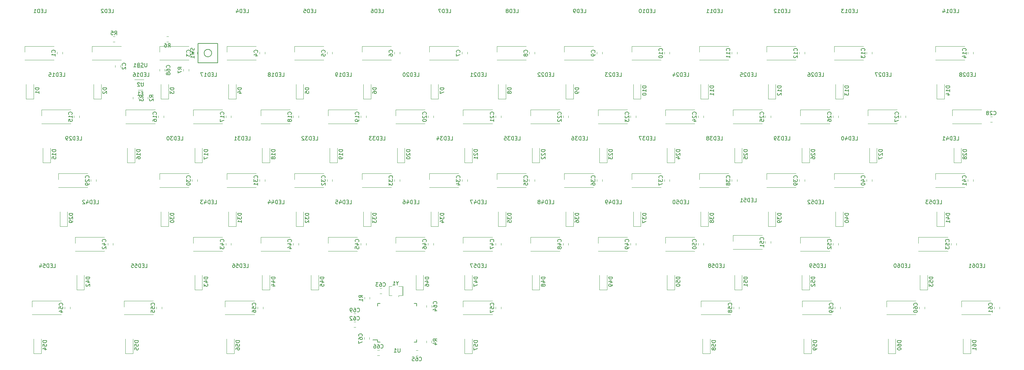
<source format=gbr>
G04 #@! TF.GenerationSoftware,KiCad,Pcbnew,(5.1.4)-1*
G04 #@! TF.CreationDate,2020-12-21T07:42:17-08:00*
G04 #@! TF.ProjectId,brownie pan,62726f77-6e69-4652-9070-616e2e6b6963,rev?*
G04 #@! TF.SameCoordinates,Original*
G04 #@! TF.FileFunction,Legend,Bot*
G04 #@! TF.FilePolarity,Positive*
%FSLAX46Y46*%
G04 Gerber Fmt 4.6, Leading zero omitted, Abs format (unit mm)*
G04 Created by KiCad (PCBNEW (5.1.4)-1) date 2020-12-21 07:42:17*
%MOMM*%
%LPD*%
G04 APERTURE LIST*
%ADD10C,0.120000*%
%ADD11C,0.150000*%
G04 APERTURE END LIST*
D10*
X127290000Y-86858578D02*
X127290000Y-86341422D01*
X128710000Y-86858578D02*
X128710000Y-86341422D01*
X108458578Y-90010000D02*
X107941422Y-90010000D01*
X108458578Y-88590000D02*
X107941422Y-88590000D01*
X56100000Y-18750000D02*
X56100000Y-17150000D01*
X63900000Y-20850000D02*
X56100000Y-20850000D01*
X56100000Y-17150000D02*
X63900000Y-17150000D01*
X20100000Y-18750000D02*
X20100000Y-17150000D01*
X27900000Y-20850000D02*
X20100000Y-20850000D01*
X20100000Y-17150000D02*
X27900000Y-17150000D01*
X38100000Y-18750000D02*
X38100000Y-17150000D01*
X45900000Y-20850000D02*
X38100000Y-20850000D01*
X38100000Y-17150000D02*
X45900000Y-17150000D01*
X74100000Y-18750000D02*
X74100000Y-17150000D01*
X81900000Y-20850000D02*
X74100000Y-20850000D01*
X74100000Y-17150000D02*
X81900000Y-17150000D01*
X92100000Y-18750000D02*
X92100000Y-17150000D01*
X99900000Y-20850000D02*
X92100000Y-20850000D01*
X92100000Y-17150000D02*
X99900000Y-17150000D01*
X110100000Y-18750000D02*
X110100000Y-17150000D01*
X117900000Y-20850000D02*
X110100000Y-20850000D01*
X110100000Y-17150000D02*
X117900000Y-17150000D01*
X128100000Y-18750000D02*
X128100000Y-17150000D01*
X135900000Y-20850000D02*
X128100000Y-20850000D01*
X128100000Y-17150000D02*
X135900000Y-17150000D01*
X146100000Y-18750000D02*
X146100000Y-17150000D01*
X153900000Y-20850000D02*
X146100000Y-20850000D01*
X146100000Y-17150000D02*
X153900000Y-17150000D01*
X164100000Y-18750000D02*
X164100000Y-17150000D01*
X171900000Y-20850000D02*
X164100000Y-20850000D01*
X164100000Y-17150000D02*
X171900000Y-17150000D01*
X182100000Y-18750000D02*
X182100000Y-17150000D01*
X189900000Y-20850000D02*
X182100000Y-20850000D01*
X182100000Y-17150000D02*
X189900000Y-17150000D01*
X200100000Y-18750000D02*
X200100000Y-17150000D01*
X207900000Y-20850000D02*
X200100000Y-20850000D01*
X200100000Y-17150000D02*
X207900000Y-17150000D01*
X218100000Y-18750000D02*
X218100000Y-17150000D01*
X225900000Y-20850000D02*
X218100000Y-20850000D01*
X218100000Y-17150000D02*
X225900000Y-17150000D01*
X236100000Y-18750000D02*
X236100000Y-17150000D01*
X243900000Y-20850000D02*
X236100000Y-20850000D01*
X236100000Y-17150000D02*
X243900000Y-17150000D01*
X263100000Y-18750000D02*
X263100000Y-17150000D01*
X270900000Y-20850000D02*
X263100000Y-20850000D01*
X263100000Y-17150000D02*
X270900000Y-17150000D01*
X24600000Y-35750000D02*
X24600000Y-34150000D01*
X32400000Y-37850000D02*
X24600000Y-37850000D01*
X24600000Y-34150000D02*
X32400000Y-34150000D01*
X47100000Y-35750000D02*
X47100000Y-34150000D01*
X54900000Y-37850000D02*
X47100000Y-37850000D01*
X47100000Y-34150000D02*
X54900000Y-34150000D01*
X65100000Y-35750000D02*
X65100000Y-34150000D01*
X72900000Y-37850000D02*
X65100000Y-37850000D01*
X65100000Y-34150000D02*
X72900000Y-34150000D01*
X83100000Y-35750000D02*
X83100000Y-34150000D01*
X90900000Y-37850000D02*
X83100000Y-37850000D01*
X83100000Y-34150000D02*
X90900000Y-34150000D01*
X101100000Y-35750000D02*
X101100000Y-34150000D01*
X108900000Y-37850000D02*
X101100000Y-37850000D01*
X101100000Y-34150000D02*
X108900000Y-34150000D01*
X119100000Y-35750000D02*
X119100000Y-34150000D01*
X126900000Y-37850000D02*
X119100000Y-37850000D01*
X119100000Y-34150000D02*
X126900000Y-34150000D01*
X137100000Y-35750000D02*
X137100000Y-34150000D01*
X144900000Y-37850000D02*
X137100000Y-37850000D01*
X137100000Y-34150000D02*
X144900000Y-34150000D01*
X155100000Y-35750000D02*
X155100000Y-34150000D01*
X162900000Y-37850000D02*
X155100000Y-37850000D01*
X155100000Y-34150000D02*
X162900000Y-34150000D01*
X173100000Y-35750000D02*
X173100000Y-34150000D01*
X180900000Y-37850000D02*
X173100000Y-37850000D01*
X173100000Y-34150000D02*
X180900000Y-34150000D01*
X191100000Y-35750000D02*
X191100000Y-34150000D01*
X198900000Y-37850000D02*
X191100000Y-37850000D01*
X191100000Y-34150000D02*
X198900000Y-34150000D01*
X209100000Y-35750000D02*
X209100000Y-34150000D01*
X216900000Y-37850000D02*
X209100000Y-37850000D01*
X209100000Y-34150000D02*
X216900000Y-34150000D01*
X227100000Y-35750000D02*
X227100000Y-34150000D01*
X234900000Y-37850000D02*
X227100000Y-37850000D01*
X227100000Y-34150000D02*
X234900000Y-34150000D01*
X245100000Y-35750000D02*
X245100000Y-34150000D01*
X252900000Y-37850000D02*
X245100000Y-37850000D01*
X245100000Y-34150000D02*
X252900000Y-34150000D01*
X267600000Y-35750000D02*
X267600000Y-34150000D01*
X275400000Y-37850000D02*
X267600000Y-37850000D01*
X267600000Y-34150000D02*
X275400000Y-34150000D01*
X29100000Y-52750000D02*
X29100000Y-51150000D01*
X36900000Y-54850000D02*
X29100000Y-54850000D01*
X29100000Y-51150000D02*
X36900000Y-51150000D01*
X56100000Y-52750000D02*
X56100000Y-51150000D01*
X63900000Y-54850000D02*
X56100000Y-54850000D01*
X56100000Y-51150000D02*
X63900000Y-51150000D01*
X74100000Y-52750000D02*
X74100000Y-51150000D01*
X81900000Y-54850000D02*
X74100000Y-54850000D01*
X74100000Y-51150000D02*
X81900000Y-51150000D01*
X92100000Y-52750000D02*
X92100000Y-51150000D01*
X99900000Y-54850000D02*
X92100000Y-54850000D01*
X92100000Y-51150000D02*
X99900000Y-51150000D01*
X110100000Y-52750000D02*
X110100000Y-51150000D01*
X117900000Y-54850000D02*
X110100000Y-54850000D01*
X110100000Y-51150000D02*
X117900000Y-51150000D01*
X128100000Y-52750000D02*
X128100000Y-51150000D01*
X135900000Y-54850000D02*
X128100000Y-54850000D01*
X128100000Y-51150000D02*
X135900000Y-51150000D01*
X146100000Y-52750000D02*
X146100000Y-51150000D01*
X153900000Y-54850000D02*
X146100000Y-54850000D01*
X146100000Y-51150000D02*
X153900000Y-51150000D01*
X164100000Y-52750000D02*
X164100000Y-51150000D01*
X171900000Y-54850000D02*
X164100000Y-54850000D01*
X164100000Y-51150000D02*
X171900000Y-51150000D01*
X182100000Y-52750000D02*
X182100000Y-51150000D01*
X189900000Y-54850000D02*
X182100000Y-54850000D01*
X182100000Y-51150000D02*
X189900000Y-51150000D01*
X200100000Y-52750000D02*
X200100000Y-51150000D01*
X207900000Y-54850000D02*
X200100000Y-54850000D01*
X200100000Y-51150000D02*
X207900000Y-51150000D01*
X218100000Y-52750000D02*
X218100000Y-51150000D01*
X225900000Y-54850000D02*
X218100000Y-54850000D01*
X218100000Y-51150000D02*
X225900000Y-51150000D01*
X236100000Y-52750000D02*
X236100000Y-51150000D01*
X243900000Y-54850000D02*
X236100000Y-54850000D01*
X236100000Y-51150000D02*
X243900000Y-51150000D01*
X263100000Y-52750000D02*
X263100000Y-51150000D01*
X270900000Y-54850000D02*
X263100000Y-54850000D01*
X263100000Y-51150000D02*
X270900000Y-51150000D01*
X33600000Y-69750000D02*
X33600000Y-68150000D01*
X41400000Y-71850000D02*
X33600000Y-71850000D01*
X33600000Y-68150000D02*
X41400000Y-68150000D01*
X65100000Y-69750000D02*
X65100000Y-68150000D01*
X72900000Y-71850000D02*
X65100000Y-71850000D01*
X65100000Y-68150000D02*
X72900000Y-68150000D01*
X83100000Y-69750000D02*
X83100000Y-68150000D01*
X90900000Y-71850000D02*
X83100000Y-71850000D01*
X83100000Y-68150000D02*
X90900000Y-68150000D01*
X101100000Y-69750000D02*
X101100000Y-68150000D01*
X108900000Y-71850000D02*
X101100000Y-71850000D01*
X101100000Y-68150000D02*
X108900000Y-68150000D01*
X119100000Y-69750000D02*
X119100000Y-68150000D01*
X126900000Y-71850000D02*
X119100000Y-71850000D01*
X119100000Y-68150000D02*
X126900000Y-68150000D01*
X137100000Y-69750000D02*
X137100000Y-68150000D01*
X144900000Y-71850000D02*
X137100000Y-71850000D01*
X137100000Y-68150000D02*
X144900000Y-68150000D01*
X155100000Y-69750000D02*
X155100000Y-68150000D01*
X162900000Y-71850000D02*
X155100000Y-71850000D01*
X155100000Y-68150000D02*
X162900000Y-68150000D01*
X173100000Y-69750000D02*
X173100000Y-68150000D01*
X180900000Y-71850000D02*
X173100000Y-71850000D01*
X173100000Y-68150000D02*
X180900000Y-68150000D01*
X191100000Y-69750000D02*
X191100000Y-68150000D01*
X198900000Y-71850000D02*
X191100000Y-71850000D01*
X191100000Y-68150000D02*
X198900000Y-68150000D01*
X209100000Y-69250000D02*
X209100000Y-67650000D01*
X216900000Y-71350000D02*
X209100000Y-71350000D01*
X209100000Y-67650000D02*
X216900000Y-67650000D01*
X227100000Y-69750000D02*
X227100000Y-68150000D01*
X234900000Y-71850000D02*
X227100000Y-71850000D01*
X227100000Y-68150000D02*
X234900000Y-68150000D01*
X258600000Y-69750000D02*
X258600000Y-68150000D01*
X266400000Y-71850000D02*
X258600000Y-71850000D01*
X258600000Y-68150000D02*
X266400000Y-68150000D01*
X22100000Y-86750000D02*
X22100000Y-85150000D01*
X29900000Y-88850000D02*
X22100000Y-88850000D01*
X22100000Y-85150000D02*
X29900000Y-85150000D01*
X46600000Y-86750000D02*
X46600000Y-85150000D01*
X54400000Y-88850000D02*
X46600000Y-88850000D01*
X46600000Y-85150000D02*
X54400000Y-85150000D01*
X73600000Y-86750000D02*
X73600000Y-85150000D01*
X81400000Y-88850000D02*
X73600000Y-88850000D01*
X73600000Y-85150000D02*
X81400000Y-85150000D01*
X137100000Y-86750000D02*
X137100000Y-85150000D01*
X144900000Y-88850000D02*
X137100000Y-88850000D01*
X137100000Y-85150000D02*
X144900000Y-85150000D01*
X200600000Y-86750000D02*
X200600000Y-85150000D01*
X208400000Y-88850000D02*
X200600000Y-88850000D01*
X200600000Y-85150000D02*
X208400000Y-85150000D01*
X227600000Y-86750000D02*
X227600000Y-85150000D01*
X235400000Y-88850000D02*
X227600000Y-88850000D01*
X227600000Y-85150000D02*
X235400000Y-85150000D01*
X250100000Y-86750000D02*
X250100000Y-85150000D01*
X257900000Y-88850000D02*
X250100000Y-88850000D01*
X250100000Y-85150000D02*
X257900000Y-85150000D01*
X270100000Y-86750000D02*
X270100000Y-85150000D01*
X277900000Y-88850000D02*
X270100000Y-88850000D01*
X270100000Y-85150000D02*
X277900000Y-85150000D01*
X121100000Y-83300000D02*
X121100000Y-83700000D01*
X120900000Y-83300000D02*
X120900000Y-83700000D01*
X117300000Y-83300000D02*
X117300000Y-83700000D01*
X121100000Y-81300000D02*
X121100000Y-83300000D01*
X119900000Y-83700000D02*
X119900000Y-84100000D01*
X119900000Y-83700000D02*
X120900000Y-83700000D01*
X120900000Y-83300000D02*
X120900000Y-81300000D01*
X120900000Y-81300000D02*
X119900000Y-81300000D01*
X118100000Y-81300000D02*
X117300000Y-81300000D01*
X117300000Y-81300000D02*
X117300000Y-83300000D01*
X117300000Y-83700000D02*
X118100000Y-83700000D01*
X51900000Y-26110000D02*
X49450000Y-26110000D01*
X50100000Y-22890000D02*
X51900000Y-22890000D01*
D11*
X114325000Y-95600000D02*
X113050000Y-95600000D01*
X124675000Y-96175000D02*
X124000000Y-96175000D01*
X124675000Y-85825000D02*
X124000000Y-85825000D01*
X114325000Y-85825000D02*
X115000000Y-85825000D01*
X114325000Y-96175000D02*
X115000000Y-96175000D01*
X114325000Y-85825000D02*
X114325000Y-86500000D01*
X124675000Y-85825000D02*
X124675000Y-86500000D01*
X124675000Y-96175000D02*
X124675000Y-95500000D01*
X114325000Y-96175000D02*
X114325000Y-95600000D01*
X71600000Y-21600000D02*
X71600000Y-16400000D01*
X71600000Y-16400000D02*
X66400000Y-16400000D01*
X66400000Y-16400000D02*
X66400000Y-21600000D01*
X66400000Y-21600000D02*
X71600000Y-21600000D01*
X70000000Y-19000000D02*
G75*
G03X70000000Y-19000000I-1000000J0D01*
G01*
D10*
X63910000Y-23241422D02*
X63910000Y-23758578D01*
X62490000Y-23241422D02*
X62490000Y-23758578D01*
X57941422Y-14590000D02*
X58458578Y-14590000D01*
X57941422Y-16010000D02*
X58458578Y-16010000D01*
X44196079Y-16010000D02*
X43678923Y-16010000D01*
X44196079Y-14590000D02*
X43678923Y-14590000D01*
X127290000Y-96358578D02*
X127290000Y-95841422D01*
X128710000Y-96358578D02*
X128710000Y-95841422D01*
X48990000Y-31258578D02*
X48990000Y-30741422D01*
X50410000Y-31258578D02*
X50410000Y-30741422D01*
X51590000Y-31258578D02*
X51590000Y-30741422D01*
X53010000Y-31258578D02*
X53010000Y-30741422D01*
X112210000Y-84178923D02*
X112210000Y-84696079D01*
X110790000Y-84178923D02*
X110790000Y-84696079D01*
X50397936Y-27090000D02*
X51602064Y-27090000D01*
X50397936Y-28910000D02*
X51602064Y-28910000D01*
X56090000Y-23796079D02*
X56090000Y-23278923D01*
X57510000Y-23796079D02*
X57510000Y-23278923D01*
X112110000Y-94941422D02*
X112110000Y-95458578D01*
X110690000Y-94941422D02*
X110690000Y-95458578D01*
X114758578Y-98290000D02*
X114241422Y-98290000D01*
X114758578Y-99710000D02*
X114241422Y-99710000D01*
X124491422Y-98390000D02*
X125008578Y-98390000D01*
X124491422Y-99810000D02*
X125008578Y-99810000D01*
X115358578Y-83210000D02*
X114841422Y-83210000D01*
X115358578Y-81790000D02*
X114841422Y-81790000D01*
X108421078Y-92210000D02*
X107903922Y-92210000D01*
X108421078Y-90790000D02*
X107903922Y-90790000D01*
X22500000Y-31250000D02*
X22500000Y-27350000D01*
X20500000Y-31250000D02*
X20500000Y-27350000D01*
X22500000Y-31250000D02*
X20500000Y-31250000D01*
X40500000Y-31250000D02*
X40500000Y-27350000D01*
X38500000Y-31250000D02*
X38500000Y-27350000D01*
X40500000Y-31250000D02*
X38500000Y-31250000D01*
X58500000Y-31250000D02*
X58500000Y-27350000D01*
X56500000Y-31250000D02*
X56500000Y-27350000D01*
X58500000Y-31250000D02*
X56500000Y-31250000D01*
X76500000Y-31250000D02*
X76500000Y-27350000D01*
X74500000Y-31250000D02*
X74500000Y-27350000D01*
X76500000Y-31250000D02*
X74500000Y-31250000D01*
X94500000Y-31250000D02*
X94500000Y-27350000D01*
X92500000Y-31250000D02*
X92500000Y-27350000D01*
X94500000Y-31250000D02*
X92500000Y-31250000D01*
X112500000Y-31250000D02*
X112500000Y-27350000D01*
X110500000Y-31250000D02*
X110500000Y-27350000D01*
X112500000Y-31250000D02*
X110500000Y-31250000D01*
X130500000Y-31250000D02*
X130500000Y-27350000D01*
X128500000Y-31250000D02*
X128500000Y-27350000D01*
X130500000Y-31250000D02*
X128500000Y-31250000D01*
X148500000Y-31250000D02*
X148500000Y-27350000D01*
X146500000Y-31250000D02*
X146500000Y-27350000D01*
X148500000Y-31250000D02*
X146500000Y-31250000D01*
X166500000Y-31250000D02*
X166500000Y-27350000D01*
X164500000Y-31250000D02*
X164500000Y-27350000D01*
X166500000Y-31250000D02*
X164500000Y-31250000D01*
X184500000Y-31250000D02*
X184500000Y-27350000D01*
X182500000Y-31250000D02*
X182500000Y-27350000D01*
X184500000Y-31250000D02*
X182500000Y-31250000D01*
X202500000Y-31250000D02*
X202500000Y-27350000D01*
X200500000Y-31250000D02*
X200500000Y-27350000D01*
X202500000Y-31250000D02*
X200500000Y-31250000D01*
X220500000Y-31250000D02*
X220500000Y-27350000D01*
X218500000Y-31250000D02*
X218500000Y-27350000D01*
X220500000Y-31250000D02*
X218500000Y-31250000D01*
X238500000Y-31250000D02*
X238500000Y-27350000D01*
X236500000Y-31250000D02*
X236500000Y-27350000D01*
X238500000Y-31250000D02*
X236500000Y-31250000D01*
X265500000Y-31250000D02*
X265500000Y-27350000D01*
X263500000Y-31250000D02*
X263500000Y-27350000D01*
X265500000Y-31250000D02*
X263500000Y-31250000D01*
X27000000Y-48250000D02*
X27000000Y-44350000D01*
X25000000Y-48250000D02*
X25000000Y-44350000D01*
X27000000Y-48250000D02*
X25000000Y-48250000D01*
X49500000Y-48250000D02*
X49500000Y-44350000D01*
X47500000Y-48250000D02*
X47500000Y-44350000D01*
X49500000Y-48250000D02*
X47500000Y-48250000D01*
X67500000Y-48250000D02*
X67500000Y-44350000D01*
X65500000Y-48250000D02*
X65500000Y-44350000D01*
X67500000Y-48250000D02*
X65500000Y-48250000D01*
X85500000Y-48250000D02*
X85500000Y-44350000D01*
X83500000Y-48250000D02*
X83500000Y-44350000D01*
X85500000Y-48250000D02*
X83500000Y-48250000D01*
X103500000Y-48250000D02*
X103500000Y-44350000D01*
X101500000Y-48250000D02*
X101500000Y-44350000D01*
X103500000Y-48250000D02*
X101500000Y-48250000D01*
X121500000Y-48250000D02*
X121500000Y-44350000D01*
X119500000Y-48250000D02*
X119500000Y-44350000D01*
X121500000Y-48250000D02*
X119500000Y-48250000D01*
X139500000Y-48250000D02*
X139500000Y-44350000D01*
X137500000Y-48250000D02*
X137500000Y-44350000D01*
X139500000Y-48250000D02*
X137500000Y-48250000D01*
X157500000Y-48250000D02*
X157500000Y-44350000D01*
X155500000Y-48250000D02*
X155500000Y-44350000D01*
X157500000Y-48250000D02*
X155500000Y-48250000D01*
X175500000Y-48250000D02*
X175500000Y-44350000D01*
X173500000Y-48250000D02*
X173500000Y-44350000D01*
X175500000Y-48250000D02*
X173500000Y-48250000D01*
X193500000Y-48250000D02*
X193500000Y-44350000D01*
X191500000Y-48250000D02*
X191500000Y-44350000D01*
X193500000Y-48250000D02*
X191500000Y-48250000D01*
X211500000Y-48250000D02*
X211500000Y-44350000D01*
X209500000Y-48250000D02*
X209500000Y-44350000D01*
X211500000Y-48250000D02*
X209500000Y-48250000D01*
X229500000Y-48250000D02*
X229500000Y-44350000D01*
X227500000Y-48250000D02*
X227500000Y-44350000D01*
X229500000Y-48250000D02*
X227500000Y-48250000D01*
X247500000Y-48250000D02*
X247500000Y-44350000D01*
X245500000Y-48250000D02*
X245500000Y-44350000D01*
X247500000Y-48250000D02*
X245500000Y-48250000D01*
X270000000Y-48250000D02*
X270000000Y-44350000D01*
X268000000Y-48250000D02*
X268000000Y-44350000D01*
X270000000Y-48250000D02*
X268000000Y-48250000D01*
X31500000Y-65250000D02*
X31500000Y-61350000D01*
X29500000Y-65250000D02*
X29500000Y-61350000D01*
X31500000Y-65250000D02*
X29500000Y-65250000D01*
X58500000Y-65250000D02*
X58500000Y-61350000D01*
X56500000Y-65250000D02*
X56500000Y-61350000D01*
X58500000Y-65250000D02*
X56500000Y-65250000D01*
X76500000Y-65250000D02*
X76500000Y-61350000D01*
X74500000Y-65250000D02*
X74500000Y-61350000D01*
X76500000Y-65250000D02*
X74500000Y-65250000D01*
X94500000Y-65250000D02*
X94500000Y-61350000D01*
X92500000Y-65250000D02*
X92500000Y-61350000D01*
X94500000Y-65250000D02*
X92500000Y-65250000D01*
X112500000Y-65250000D02*
X112500000Y-61350000D01*
X110500000Y-65250000D02*
X110500000Y-61350000D01*
X112500000Y-65250000D02*
X110500000Y-65250000D01*
X130500000Y-65250000D02*
X130500000Y-61350000D01*
X128500000Y-65250000D02*
X128500000Y-61350000D01*
X130500000Y-65250000D02*
X128500000Y-65250000D01*
X148500000Y-65250000D02*
X148500000Y-61350000D01*
X146500000Y-65250000D02*
X146500000Y-61350000D01*
X148500000Y-65250000D02*
X146500000Y-65250000D01*
X166500000Y-65250000D02*
X166500000Y-61350000D01*
X164500000Y-65250000D02*
X164500000Y-61350000D01*
X166500000Y-65250000D02*
X164500000Y-65250000D01*
X184500000Y-65250000D02*
X184500000Y-61350000D01*
X182500000Y-65250000D02*
X182500000Y-61350000D01*
X184500000Y-65250000D02*
X182500000Y-65250000D01*
X202500000Y-65250000D02*
X202500000Y-61350000D01*
X200500000Y-65250000D02*
X200500000Y-61350000D01*
X202500000Y-65250000D02*
X200500000Y-65250000D01*
X220500000Y-65250000D02*
X220500000Y-61350000D01*
X218500000Y-65250000D02*
X218500000Y-61350000D01*
X220500000Y-65250000D02*
X218500000Y-65250000D01*
X238500000Y-65250000D02*
X238500000Y-61350000D01*
X236500000Y-65250000D02*
X236500000Y-61350000D01*
X238500000Y-65250000D02*
X236500000Y-65250000D01*
X265500000Y-65250000D02*
X265500000Y-61350000D01*
X263500000Y-65250000D02*
X263500000Y-61350000D01*
X265500000Y-65250000D02*
X263500000Y-65250000D01*
X36000000Y-82250000D02*
X36000000Y-78350000D01*
X34000000Y-82250000D02*
X34000000Y-78350000D01*
X36000000Y-82250000D02*
X34000000Y-82250000D01*
X67500000Y-82250000D02*
X67500000Y-78350000D01*
X65500000Y-82250000D02*
X65500000Y-78350000D01*
X67500000Y-82250000D02*
X65500000Y-82250000D01*
X85500000Y-82250000D02*
X85500000Y-78350000D01*
X83500000Y-82250000D02*
X83500000Y-78350000D01*
X85500000Y-82250000D02*
X83500000Y-82250000D01*
X98500000Y-82250000D02*
X98500000Y-78350000D01*
X96500000Y-82250000D02*
X96500000Y-78350000D01*
X98500000Y-82250000D02*
X96500000Y-82250000D01*
X126500000Y-82250000D02*
X126500000Y-78350000D01*
X124500000Y-82250000D02*
X124500000Y-78350000D01*
X126500000Y-82250000D02*
X124500000Y-82250000D01*
X139500000Y-82250000D02*
X139500000Y-78350000D01*
X137500000Y-82250000D02*
X137500000Y-78350000D01*
X139500000Y-82250000D02*
X137500000Y-82250000D01*
X157500000Y-82250000D02*
X157500000Y-78350000D01*
X155500000Y-82250000D02*
X155500000Y-78350000D01*
X157500000Y-82250000D02*
X155500000Y-82250000D01*
X175500000Y-82250000D02*
X175500000Y-78350000D01*
X173500000Y-82250000D02*
X173500000Y-78350000D01*
X175500000Y-82250000D02*
X173500000Y-82250000D01*
X193500000Y-82250000D02*
X193500000Y-78350000D01*
X191500000Y-82250000D02*
X191500000Y-78350000D01*
X193500000Y-82250000D02*
X191500000Y-82250000D01*
X211500000Y-82250000D02*
X211500000Y-78350000D01*
X209500000Y-82250000D02*
X209500000Y-78350000D01*
X211500000Y-82250000D02*
X209500000Y-82250000D01*
X229500000Y-82250000D02*
X229500000Y-78350000D01*
X227500000Y-82250000D02*
X227500000Y-78350000D01*
X229500000Y-82250000D02*
X227500000Y-82250000D01*
X261000000Y-82250000D02*
X261000000Y-78350000D01*
X259000000Y-82250000D02*
X259000000Y-78350000D01*
X261000000Y-82250000D02*
X259000000Y-82250000D01*
X24500000Y-99250000D02*
X24500000Y-95350000D01*
X22500000Y-99250000D02*
X22500000Y-95350000D01*
X24500000Y-99250000D02*
X22500000Y-99250000D01*
X49000000Y-99250000D02*
X49000000Y-95350000D01*
X47000000Y-99250000D02*
X47000000Y-95350000D01*
X49000000Y-99250000D02*
X47000000Y-99250000D01*
X76000000Y-99250000D02*
X76000000Y-95350000D01*
X74000000Y-99250000D02*
X74000000Y-95350000D01*
X76000000Y-99250000D02*
X74000000Y-99250000D01*
X139500000Y-99250000D02*
X139500000Y-95350000D01*
X137500000Y-99250000D02*
X137500000Y-95350000D01*
X139500000Y-99250000D02*
X137500000Y-99250000D01*
X203000000Y-99250000D02*
X203000000Y-95350000D01*
X201000000Y-99250000D02*
X201000000Y-95350000D01*
X203000000Y-99250000D02*
X201000000Y-99250000D01*
X230000000Y-99250000D02*
X230000000Y-95350000D01*
X228000000Y-99250000D02*
X228000000Y-95350000D01*
X230000000Y-99250000D02*
X228000000Y-99250000D01*
X252500000Y-99250000D02*
X252500000Y-95350000D01*
X250500000Y-99250000D02*
X250500000Y-95350000D01*
X252500000Y-99250000D02*
X250500000Y-99250000D01*
X272500000Y-99250000D02*
X272500000Y-95350000D01*
X270500000Y-99250000D02*
X270500000Y-95350000D01*
X272500000Y-99250000D02*
X270500000Y-99250000D01*
X30210000Y-18741422D02*
X30210000Y-19258578D01*
X28790000Y-18741422D02*
X28790000Y-19258578D01*
X44290000Y-22758578D02*
X44290000Y-22241422D01*
X45710000Y-22758578D02*
X45710000Y-22241422D01*
X66210000Y-18741422D02*
X66210000Y-19258578D01*
X64790000Y-18741422D02*
X64790000Y-19258578D01*
X84210000Y-18741422D02*
X84210000Y-19258578D01*
X82790000Y-18741422D02*
X82790000Y-19258578D01*
X102210000Y-18741422D02*
X102210000Y-19258578D01*
X100790000Y-18741422D02*
X100790000Y-19258578D01*
X120210000Y-18741422D02*
X120210000Y-19258578D01*
X118790000Y-18741422D02*
X118790000Y-19258578D01*
X138210000Y-18741422D02*
X138210000Y-19258578D01*
X136790000Y-18741422D02*
X136790000Y-19258578D01*
X156210000Y-18741422D02*
X156210000Y-19258578D01*
X154790000Y-18741422D02*
X154790000Y-19258578D01*
X174210000Y-18741422D02*
X174210000Y-19258578D01*
X172790000Y-18741422D02*
X172790000Y-19258578D01*
X192210000Y-18741422D02*
X192210000Y-19258578D01*
X190790000Y-18741422D02*
X190790000Y-19258578D01*
X210210000Y-18741422D02*
X210210000Y-19258578D01*
X208790000Y-18741422D02*
X208790000Y-19258578D01*
X228210000Y-18741422D02*
X228210000Y-19258578D01*
X226790000Y-18741422D02*
X226790000Y-19258578D01*
X246210000Y-18741422D02*
X246210000Y-19258578D01*
X244790000Y-18741422D02*
X244790000Y-19258578D01*
X273210000Y-18741422D02*
X273210000Y-19258578D01*
X271790000Y-18741422D02*
X271790000Y-19258578D01*
X34710000Y-35741422D02*
X34710000Y-36258578D01*
X33290000Y-35741422D02*
X33290000Y-36258578D01*
X57210000Y-35741422D02*
X57210000Y-36258578D01*
X55790000Y-35741422D02*
X55790000Y-36258578D01*
X75210000Y-35741422D02*
X75210000Y-36258578D01*
X73790000Y-35741422D02*
X73790000Y-36258578D01*
X93210000Y-35741422D02*
X93210000Y-36258578D01*
X91790000Y-35741422D02*
X91790000Y-36258578D01*
X111210000Y-35741422D02*
X111210000Y-36258578D01*
X109790000Y-35741422D02*
X109790000Y-36258578D01*
X129210000Y-35741422D02*
X129210000Y-36258578D01*
X127790000Y-35741422D02*
X127790000Y-36258578D01*
X147210000Y-35741422D02*
X147210000Y-36258578D01*
X145790000Y-35741422D02*
X145790000Y-36258578D01*
X165210000Y-35741422D02*
X165210000Y-36258578D01*
X163790000Y-35741422D02*
X163790000Y-36258578D01*
X183210000Y-35741422D02*
X183210000Y-36258578D01*
X181790000Y-35741422D02*
X181790000Y-36258578D01*
X201210000Y-35741422D02*
X201210000Y-36258578D01*
X199790000Y-35741422D02*
X199790000Y-36258578D01*
X219210000Y-35741422D02*
X219210000Y-36258578D01*
X217790000Y-35741422D02*
X217790000Y-36258578D01*
X237210000Y-35741422D02*
X237210000Y-36258578D01*
X235790000Y-35741422D02*
X235790000Y-36258578D01*
X255210000Y-35741422D02*
X255210000Y-36258578D01*
X253790000Y-35741422D02*
X253790000Y-36258578D01*
X278258578Y-37410000D02*
X277741422Y-37410000D01*
X278258578Y-35990000D02*
X277741422Y-35990000D01*
X39210000Y-52741422D02*
X39210000Y-53258578D01*
X37790000Y-52741422D02*
X37790000Y-53258578D01*
X66210000Y-52741422D02*
X66210000Y-53258578D01*
X64790000Y-52741422D02*
X64790000Y-53258578D01*
X84210000Y-52741422D02*
X84210000Y-53258578D01*
X82790000Y-52741422D02*
X82790000Y-53258578D01*
X102210000Y-52741422D02*
X102210000Y-53258578D01*
X100790000Y-52741422D02*
X100790000Y-53258578D01*
X120210000Y-52741422D02*
X120210000Y-53258578D01*
X118790000Y-52741422D02*
X118790000Y-53258578D01*
X138210000Y-52741422D02*
X138210000Y-53258578D01*
X136790000Y-52741422D02*
X136790000Y-53258578D01*
X156210000Y-52741422D02*
X156210000Y-53258578D01*
X154790000Y-52741422D02*
X154790000Y-53258578D01*
X174210000Y-52741422D02*
X174210000Y-53258578D01*
X172790000Y-52741422D02*
X172790000Y-53258578D01*
X192210000Y-52741422D02*
X192210000Y-53258578D01*
X190790000Y-52741422D02*
X190790000Y-53258578D01*
X210210000Y-52741422D02*
X210210000Y-53258578D01*
X208790000Y-52741422D02*
X208790000Y-53258578D01*
X228210000Y-52741422D02*
X228210000Y-53258578D01*
X226790000Y-52741422D02*
X226790000Y-53258578D01*
X246210000Y-52741422D02*
X246210000Y-53258578D01*
X244790000Y-52741422D02*
X244790000Y-53258578D01*
X273210000Y-52741422D02*
X273210000Y-53258578D01*
X271790000Y-52741422D02*
X271790000Y-53258578D01*
X43710000Y-69741422D02*
X43710000Y-70258578D01*
X42290000Y-69741422D02*
X42290000Y-70258578D01*
X75210000Y-69741422D02*
X75210000Y-70258578D01*
X73790000Y-69741422D02*
X73790000Y-70258578D01*
X93210000Y-69741422D02*
X93210000Y-70258578D01*
X91790000Y-69741422D02*
X91790000Y-70258578D01*
X111210000Y-69741422D02*
X111210000Y-70258578D01*
X109790000Y-69741422D02*
X109790000Y-70258578D01*
X129210000Y-69741422D02*
X129210000Y-70258578D01*
X127790000Y-69741422D02*
X127790000Y-70258578D01*
X147210000Y-69741422D02*
X147210000Y-70258578D01*
X145790000Y-69741422D02*
X145790000Y-70258578D01*
X165210000Y-69741422D02*
X165210000Y-70258578D01*
X163790000Y-69741422D02*
X163790000Y-70258578D01*
X183210000Y-69741422D02*
X183210000Y-70258578D01*
X181790000Y-69741422D02*
X181790000Y-70258578D01*
X201210000Y-69741422D02*
X201210000Y-70258578D01*
X199790000Y-69741422D02*
X199790000Y-70258578D01*
X219210000Y-69241422D02*
X219210000Y-69758578D01*
X217790000Y-69241422D02*
X217790000Y-69758578D01*
X237210000Y-69741422D02*
X237210000Y-70258578D01*
X235790000Y-69741422D02*
X235790000Y-70258578D01*
X268710000Y-69741422D02*
X268710000Y-70258578D01*
X267290000Y-69741422D02*
X267290000Y-70258578D01*
X32210000Y-86741422D02*
X32210000Y-87258578D01*
X30790000Y-86741422D02*
X30790000Y-87258578D01*
X56710000Y-86741422D02*
X56710000Y-87258578D01*
X55290000Y-86741422D02*
X55290000Y-87258578D01*
X83710000Y-86741422D02*
X83710000Y-87258578D01*
X82290000Y-86741422D02*
X82290000Y-87258578D01*
X147210000Y-86741422D02*
X147210000Y-87258578D01*
X145790000Y-86741422D02*
X145790000Y-87258578D01*
X210710000Y-86741422D02*
X210710000Y-87258578D01*
X209290000Y-86741422D02*
X209290000Y-87258578D01*
X237710000Y-86741422D02*
X237710000Y-87258578D01*
X236290000Y-86741422D02*
X236290000Y-87258578D01*
X260210000Y-86741422D02*
X260210000Y-87258578D01*
X258790000Y-86741422D02*
X258790000Y-87258578D01*
X280210000Y-86741422D02*
X280210000Y-87258578D01*
X278790000Y-86741422D02*
X278790000Y-87258578D01*
D11*
X130007142Y-85957142D02*
X130054761Y-85909523D01*
X130102380Y-85766666D01*
X130102380Y-85671428D01*
X130054761Y-85528571D01*
X129959523Y-85433333D01*
X129864285Y-85385714D01*
X129673809Y-85338095D01*
X129530952Y-85338095D01*
X129340476Y-85385714D01*
X129245238Y-85433333D01*
X129150000Y-85528571D01*
X129102380Y-85671428D01*
X129102380Y-85766666D01*
X129150000Y-85909523D01*
X129197619Y-85957142D01*
X129102380Y-86814285D02*
X129102380Y-86623809D01*
X129150000Y-86528571D01*
X129197619Y-86480952D01*
X129340476Y-86385714D01*
X129530952Y-86338095D01*
X129911904Y-86338095D01*
X130007142Y-86385714D01*
X130054761Y-86433333D01*
X130102380Y-86528571D01*
X130102380Y-86719047D01*
X130054761Y-86814285D01*
X130007142Y-86861904D01*
X129911904Y-86909523D01*
X129673809Y-86909523D01*
X129578571Y-86861904D01*
X129530952Y-86814285D01*
X129483333Y-86719047D01*
X129483333Y-86528571D01*
X129530952Y-86433333D01*
X129578571Y-86385714D01*
X129673809Y-86338095D01*
X129435714Y-87766666D02*
X130102380Y-87766666D01*
X129054761Y-87528571D02*
X129769047Y-87290476D01*
X129769047Y-87909523D01*
X108842857Y-88007142D02*
X108890476Y-88054761D01*
X109033333Y-88102380D01*
X109128571Y-88102380D01*
X109271428Y-88054761D01*
X109366666Y-87959523D01*
X109414285Y-87864285D01*
X109461904Y-87673809D01*
X109461904Y-87530952D01*
X109414285Y-87340476D01*
X109366666Y-87245238D01*
X109271428Y-87150000D01*
X109128571Y-87102380D01*
X109033333Y-87102380D01*
X108890476Y-87150000D01*
X108842857Y-87197619D01*
X107985714Y-87102380D02*
X108176190Y-87102380D01*
X108271428Y-87150000D01*
X108319047Y-87197619D01*
X108414285Y-87340476D01*
X108461904Y-87530952D01*
X108461904Y-87911904D01*
X108414285Y-88007142D01*
X108366666Y-88054761D01*
X108271428Y-88102380D01*
X108080952Y-88102380D01*
X107985714Y-88054761D01*
X107938095Y-88007142D01*
X107890476Y-87911904D01*
X107890476Y-87673809D01*
X107938095Y-87578571D01*
X107985714Y-87530952D01*
X108080952Y-87483333D01*
X108271428Y-87483333D01*
X108366666Y-87530952D01*
X108414285Y-87578571D01*
X108461904Y-87673809D01*
X107414285Y-88102380D02*
X107223809Y-88102380D01*
X107128571Y-88054761D01*
X107080952Y-88007142D01*
X106985714Y-87864285D01*
X106938095Y-87673809D01*
X106938095Y-87292857D01*
X106985714Y-87197619D01*
X107033333Y-87150000D01*
X107128571Y-87102380D01*
X107319047Y-87102380D01*
X107414285Y-87150000D01*
X107461904Y-87197619D01*
X107509523Y-87292857D01*
X107509523Y-87530952D01*
X107461904Y-87626190D01*
X107414285Y-87673809D01*
X107319047Y-87721428D01*
X107128571Y-87721428D01*
X107033333Y-87673809D01*
X106985714Y-87626190D01*
X106938095Y-87530952D01*
X25319047Y-8252380D02*
X25795238Y-8252380D01*
X25795238Y-7252380D01*
X24985714Y-7728571D02*
X24652380Y-7728571D01*
X24509523Y-8252380D02*
X24985714Y-8252380D01*
X24985714Y-7252380D01*
X24509523Y-7252380D01*
X24080952Y-8252380D02*
X24080952Y-7252380D01*
X23842857Y-7252380D01*
X23700000Y-7300000D01*
X23604761Y-7395238D01*
X23557142Y-7490476D01*
X23509523Y-7680952D01*
X23509523Y-7823809D01*
X23557142Y-8014285D01*
X23604761Y-8109523D01*
X23700000Y-8204761D01*
X23842857Y-8252380D01*
X24080952Y-8252380D01*
X22557142Y-8252380D02*
X23128571Y-8252380D01*
X22842857Y-8252380D02*
X22842857Y-7252380D01*
X22938095Y-7395238D01*
X23033333Y-7490476D01*
X23128571Y-7538095D01*
X43319047Y-8252380D02*
X43795238Y-8252380D01*
X43795238Y-7252380D01*
X42985714Y-7728571D02*
X42652380Y-7728571D01*
X42509523Y-8252380D02*
X42985714Y-8252380D01*
X42985714Y-7252380D01*
X42509523Y-7252380D01*
X42080952Y-8252380D02*
X42080952Y-7252380D01*
X41842857Y-7252380D01*
X41700000Y-7300000D01*
X41604761Y-7395238D01*
X41557142Y-7490476D01*
X41509523Y-7680952D01*
X41509523Y-7823809D01*
X41557142Y-8014285D01*
X41604761Y-8109523D01*
X41700000Y-8204761D01*
X41842857Y-8252380D01*
X42080952Y-8252380D01*
X41128571Y-7347619D02*
X41080952Y-7300000D01*
X40985714Y-7252380D01*
X40747619Y-7252380D01*
X40652380Y-7300000D01*
X40604761Y-7347619D01*
X40557142Y-7442857D01*
X40557142Y-7538095D01*
X40604761Y-7680952D01*
X41176190Y-8252380D01*
X40557142Y-8252380D01*
X79319047Y-8252380D02*
X79795238Y-8252380D01*
X79795238Y-7252380D01*
X78985714Y-7728571D02*
X78652380Y-7728571D01*
X78509523Y-8252380D02*
X78985714Y-8252380D01*
X78985714Y-7252380D01*
X78509523Y-7252380D01*
X78080952Y-8252380D02*
X78080952Y-7252380D01*
X77842857Y-7252380D01*
X77700000Y-7300000D01*
X77604761Y-7395238D01*
X77557142Y-7490476D01*
X77509523Y-7680952D01*
X77509523Y-7823809D01*
X77557142Y-8014285D01*
X77604761Y-8109523D01*
X77700000Y-8204761D01*
X77842857Y-8252380D01*
X78080952Y-8252380D01*
X76652380Y-7585714D02*
X76652380Y-8252380D01*
X76890476Y-7204761D02*
X77128571Y-7919047D01*
X76509523Y-7919047D01*
X97319047Y-8252380D02*
X97795238Y-8252380D01*
X97795238Y-7252380D01*
X96985714Y-7728571D02*
X96652380Y-7728571D01*
X96509523Y-8252380D02*
X96985714Y-8252380D01*
X96985714Y-7252380D01*
X96509523Y-7252380D01*
X96080952Y-8252380D02*
X96080952Y-7252380D01*
X95842857Y-7252380D01*
X95700000Y-7300000D01*
X95604761Y-7395238D01*
X95557142Y-7490476D01*
X95509523Y-7680952D01*
X95509523Y-7823809D01*
X95557142Y-8014285D01*
X95604761Y-8109523D01*
X95700000Y-8204761D01*
X95842857Y-8252380D01*
X96080952Y-8252380D01*
X94604761Y-7252380D02*
X95080952Y-7252380D01*
X95128571Y-7728571D01*
X95080952Y-7680952D01*
X94985714Y-7633333D01*
X94747619Y-7633333D01*
X94652380Y-7680952D01*
X94604761Y-7728571D01*
X94557142Y-7823809D01*
X94557142Y-8061904D01*
X94604761Y-8157142D01*
X94652380Y-8204761D01*
X94747619Y-8252380D01*
X94985714Y-8252380D01*
X95080952Y-8204761D01*
X95128571Y-8157142D01*
X115319047Y-8252380D02*
X115795238Y-8252380D01*
X115795238Y-7252380D01*
X114985714Y-7728571D02*
X114652380Y-7728571D01*
X114509523Y-8252380D02*
X114985714Y-8252380D01*
X114985714Y-7252380D01*
X114509523Y-7252380D01*
X114080952Y-8252380D02*
X114080952Y-7252380D01*
X113842857Y-7252380D01*
X113700000Y-7300000D01*
X113604761Y-7395238D01*
X113557142Y-7490476D01*
X113509523Y-7680952D01*
X113509523Y-7823809D01*
X113557142Y-8014285D01*
X113604761Y-8109523D01*
X113700000Y-8204761D01*
X113842857Y-8252380D01*
X114080952Y-8252380D01*
X112652380Y-7252380D02*
X112842857Y-7252380D01*
X112938095Y-7300000D01*
X112985714Y-7347619D01*
X113080952Y-7490476D01*
X113128571Y-7680952D01*
X113128571Y-8061904D01*
X113080952Y-8157142D01*
X113033333Y-8204761D01*
X112938095Y-8252380D01*
X112747619Y-8252380D01*
X112652380Y-8204761D01*
X112604761Y-8157142D01*
X112557142Y-8061904D01*
X112557142Y-7823809D01*
X112604761Y-7728571D01*
X112652380Y-7680952D01*
X112747619Y-7633333D01*
X112938095Y-7633333D01*
X113033333Y-7680952D01*
X113080952Y-7728571D01*
X113128571Y-7823809D01*
X133319047Y-8252380D02*
X133795238Y-8252380D01*
X133795238Y-7252380D01*
X132985714Y-7728571D02*
X132652380Y-7728571D01*
X132509523Y-8252380D02*
X132985714Y-8252380D01*
X132985714Y-7252380D01*
X132509523Y-7252380D01*
X132080952Y-8252380D02*
X132080952Y-7252380D01*
X131842857Y-7252380D01*
X131700000Y-7300000D01*
X131604761Y-7395238D01*
X131557142Y-7490476D01*
X131509523Y-7680952D01*
X131509523Y-7823809D01*
X131557142Y-8014285D01*
X131604761Y-8109523D01*
X131700000Y-8204761D01*
X131842857Y-8252380D01*
X132080952Y-8252380D01*
X131176190Y-7252380D02*
X130509523Y-7252380D01*
X130938095Y-8252380D01*
X151319047Y-8252380D02*
X151795238Y-8252380D01*
X151795238Y-7252380D01*
X150985714Y-7728571D02*
X150652380Y-7728571D01*
X150509523Y-8252380D02*
X150985714Y-8252380D01*
X150985714Y-7252380D01*
X150509523Y-7252380D01*
X150080952Y-8252380D02*
X150080952Y-7252380D01*
X149842857Y-7252380D01*
X149700000Y-7300000D01*
X149604761Y-7395238D01*
X149557142Y-7490476D01*
X149509523Y-7680952D01*
X149509523Y-7823809D01*
X149557142Y-8014285D01*
X149604761Y-8109523D01*
X149700000Y-8204761D01*
X149842857Y-8252380D01*
X150080952Y-8252380D01*
X148938095Y-7680952D02*
X149033333Y-7633333D01*
X149080952Y-7585714D01*
X149128571Y-7490476D01*
X149128571Y-7442857D01*
X149080952Y-7347619D01*
X149033333Y-7300000D01*
X148938095Y-7252380D01*
X148747619Y-7252380D01*
X148652380Y-7300000D01*
X148604761Y-7347619D01*
X148557142Y-7442857D01*
X148557142Y-7490476D01*
X148604761Y-7585714D01*
X148652380Y-7633333D01*
X148747619Y-7680952D01*
X148938095Y-7680952D01*
X149033333Y-7728571D01*
X149080952Y-7776190D01*
X149128571Y-7871428D01*
X149128571Y-8061904D01*
X149080952Y-8157142D01*
X149033333Y-8204761D01*
X148938095Y-8252380D01*
X148747619Y-8252380D01*
X148652380Y-8204761D01*
X148604761Y-8157142D01*
X148557142Y-8061904D01*
X148557142Y-7871428D01*
X148604761Y-7776190D01*
X148652380Y-7728571D01*
X148747619Y-7680952D01*
X169319047Y-8252380D02*
X169795238Y-8252380D01*
X169795238Y-7252380D01*
X168985714Y-7728571D02*
X168652380Y-7728571D01*
X168509523Y-8252380D02*
X168985714Y-8252380D01*
X168985714Y-7252380D01*
X168509523Y-7252380D01*
X168080952Y-8252380D02*
X168080952Y-7252380D01*
X167842857Y-7252380D01*
X167700000Y-7300000D01*
X167604761Y-7395238D01*
X167557142Y-7490476D01*
X167509523Y-7680952D01*
X167509523Y-7823809D01*
X167557142Y-8014285D01*
X167604761Y-8109523D01*
X167700000Y-8204761D01*
X167842857Y-8252380D01*
X168080952Y-8252380D01*
X167033333Y-8252380D02*
X166842857Y-8252380D01*
X166747619Y-8204761D01*
X166700000Y-8157142D01*
X166604761Y-8014285D01*
X166557142Y-7823809D01*
X166557142Y-7442857D01*
X166604761Y-7347619D01*
X166652380Y-7300000D01*
X166747619Y-7252380D01*
X166938095Y-7252380D01*
X167033333Y-7300000D01*
X167080952Y-7347619D01*
X167128571Y-7442857D01*
X167128571Y-7680952D01*
X167080952Y-7776190D01*
X167033333Y-7823809D01*
X166938095Y-7871428D01*
X166747619Y-7871428D01*
X166652380Y-7823809D01*
X166604761Y-7776190D01*
X166557142Y-7680952D01*
X187795238Y-8252380D02*
X188271428Y-8252380D01*
X188271428Y-7252380D01*
X187461904Y-7728571D02*
X187128571Y-7728571D01*
X186985714Y-8252380D02*
X187461904Y-8252380D01*
X187461904Y-7252380D01*
X186985714Y-7252380D01*
X186557142Y-8252380D02*
X186557142Y-7252380D01*
X186319047Y-7252380D01*
X186176190Y-7300000D01*
X186080952Y-7395238D01*
X186033333Y-7490476D01*
X185985714Y-7680952D01*
X185985714Y-7823809D01*
X186033333Y-8014285D01*
X186080952Y-8109523D01*
X186176190Y-8204761D01*
X186319047Y-8252380D01*
X186557142Y-8252380D01*
X185033333Y-8252380D02*
X185604761Y-8252380D01*
X185319047Y-8252380D02*
X185319047Y-7252380D01*
X185414285Y-7395238D01*
X185509523Y-7490476D01*
X185604761Y-7538095D01*
X184414285Y-7252380D02*
X184319047Y-7252380D01*
X184223809Y-7300000D01*
X184176190Y-7347619D01*
X184128571Y-7442857D01*
X184080952Y-7633333D01*
X184080952Y-7871428D01*
X184128571Y-8061904D01*
X184176190Y-8157142D01*
X184223809Y-8204761D01*
X184319047Y-8252380D01*
X184414285Y-8252380D01*
X184509523Y-8204761D01*
X184557142Y-8157142D01*
X184604761Y-8061904D01*
X184652380Y-7871428D01*
X184652380Y-7633333D01*
X184604761Y-7442857D01*
X184557142Y-7347619D01*
X184509523Y-7300000D01*
X184414285Y-7252380D01*
X205795238Y-8252380D02*
X206271428Y-8252380D01*
X206271428Y-7252380D01*
X205461904Y-7728571D02*
X205128571Y-7728571D01*
X204985714Y-8252380D02*
X205461904Y-8252380D01*
X205461904Y-7252380D01*
X204985714Y-7252380D01*
X204557142Y-8252380D02*
X204557142Y-7252380D01*
X204319047Y-7252380D01*
X204176190Y-7300000D01*
X204080952Y-7395238D01*
X204033333Y-7490476D01*
X203985714Y-7680952D01*
X203985714Y-7823809D01*
X204033333Y-8014285D01*
X204080952Y-8109523D01*
X204176190Y-8204761D01*
X204319047Y-8252380D01*
X204557142Y-8252380D01*
X203033333Y-8252380D02*
X203604761Y-8252380D01*
X203319047Y-8252380D02*
X203319047Y-7252380D01*
X203414285Y-7395238D01*
X203509523Y-7490476D01*
X203604761Y-7538095D01*
X202080952Y-8252380D02*
X202652380Y-8252380D01*
X202366666Y-8252380D02*
X202366666Y-7252380D01*
X202461904Y-7395238D01*
X202557142Y-7490476D01*
X202652380Y-7538095D01*
X223795238Y-8252380D02*
X224271428Y-8252380D01*
X224271428Y-7252380D01*
X223461904Y-7728571D02*
X223128571Y-7728571D01*
X222985714Y-8252380D02*
X223461904Y-8252380D01*
X223461904Y-7252380D01*
X222985714Y-7252380D01*
X222557142Y-8252380D02*
X222557142Y-7252380D01*
X222319047Y-7252380D01*
X222176190Y-7300000D01*
X222080952Y-7395238D01*
X222033333Y-7490476D01*
X221985714Y-7680952D01*
X221985714Y-7823809D01*
X222033333Y-8014285D01*
X222080952Y-8109523D01*
X222176190Y-8204761D01*
X222319047Y-8252380D01*
X222557142Y-8252380D01*
X221033333Y-8252380D02*
X221604761Y-8252380D01*
X221319047Y-8252380D02*
X221319047Y-7252380D01*
X221414285Y-7395238D01*
X221509523Y-7490476D01*
X221604761Y-7538095D01*
X220652380Y-7347619D02*
X220604761Y-7300000D01*
X220509523Y-7252380D01*
X220271428Y-7252380D01*
X220176190Y-7300000D01*
X220128571Y-7347619D01*
X220080952Y-7442857D01*
X220080952Y-7538095D01*
X220128571Y-7680952D01*
X220700000Y-8252380D01*
X220080952Y-8252380D01*
X241795238Y-8252380D02*
X242271428Y-8252380D01*
X242271428Y-7252380D01*
X241461904Y-7728571D02*
X241128571Y-7728571D01*
X240985714Y-8252380D02*
X241461904Y-8252380D01*
X241461904Y-7252380D01*
X240985714Y-7252380D01*
X240557142Y-8252380D02*
X240557142Y-7252380D01*
X240319047Y-7252380D01*
X240176190Y-7300000D01*
X240080952Y-7395238D01*
X240033333Y-7490476D01*
X239985714Y-7680952D01*
X239985714Y-7823809D01*
X240033333Y-8014285D01*
X240080952Y-8109523D01*
X240176190Y-8204761D01*
X240319047Y-8252380D01*
X240557142Y-8252380D01*
X239033333Y-8252380D02*
X239604761Y-8252380D01*
X239319047Y-8252380D02*
X239319047Y-7252380D01*
X239414285Y-7395238D01*
X239509523Y-7490476D01*
X239604761Y-7538095D01*
X238700000Y-7252380D02*
X238080952Y-7252380D01*
X238414285Y-7633333D01*
X238271428Y-7633333D01*
X238176190Y-7680952D01*
X238128571Y-7728571D01*
X238080952Y-7823809D01*
X238080952Y-8061904D01*
X238128571Y-8157142D01*
X238176190Y-8204761D01*
X238271428Y-8252380D01*
X238557142Y-8252380D01*
X238652380Y-8204761D01*
X238700000Y-8157142D01*
X268795238Y-8252380D02*
X269271428Y-8252380D01*
X269271428Y-7252380D01*
X268461904Y-7728571D02*
X268128571Y-7728571D01*
X267985714Y-8252380D02*
X268461904Y-8252380D01*
X268461904Y-7252380D01*
X267985714Y-7252380D01*
X267557142Y-8252380D02*
X267557142Y-7252380D01*
X267319047Y-7252380D01*
X267176190Y-7300000D01*
X267080952Y-7395238D01*
X267033333Y-7490476D01*
X266985714Y-7680952D01*
X266985714Y-7823809D01*
X267033333Y-8014285D01*
X267080952Y-8109523D01*
X267176190Y-8204761D01*
X267319047Y-8252380D01*
X267557142Y-8252380D01*
X266033333Y-8252380D02*
X266604761Y-8252380D01*
X266319047Y-8252380D02*
X266319047Y-7252380D01*
X266414285Y-7395238D01*
X266509523Y-7490476D01*
X266604761Y-7538095D01*
X265176190Y-7585714D02*
X265176190Y-8252380D01*
X265414285Y-7204761D02*
X265652380Y-7919047D01*
X265033333Y-7919047D01*
X30295238Y-25252380D02*
X30771428Y-25252380D01*
X30771428Y-24252380D01*
X29961904Y-24728571D02*
X29628571Y-24728571D01*
X29485714Y-25252380D02*
X29961904Y-25252380D01*
X29961904Y-24252380D01*
X29485714Y-24252380D01*
X29057142Y-25252380D02*
X29057142Y-24252380D01*
X28819047Y-24252380D01*
X28676190Y-24300000D01*
X28580952Y-24395238D01*
X28533333Y-24490476D01*
X28485714Y-24680952D01*
X28485714Y-24823809D01*
X28533333Y-25014285D01*
X28580952Y-25109523D01*
X28676190Y-25204761D01*
X28819047Y-25252380D01*
X29057142Y-25252380D01*
X27533333Y-25252380D02*
X28104761Y-25252380D01*
X27819047Y-25252380D02*
X27819047Y-24252380D01*
X27914285Y-24395238D01*
X28009523Y-24490476D01*
X28104761Y-24538095D01*
X26628571Y-24252380D02*
X27104761Y-24252380D01*
X27152380Y-24728571D01*
X27104761Y-24680952D01*
X27009523Y-24633333D01*
X26771428Y-24633333D01*
X26676190Y-24680952D01*
X26628571Y-24728571D01*
X26580952Y-24823809D01*
X26580952Y-25061904D01*
X26628571Y-25157142D01*
X26676190Y-25204761D01*
X26771428Y-25252380D01*
X27009523Y-25252380D01*
X27104761Y-25204761D01*
X27152380Y-25157142D01*
X52795238Y-25252380D02*
X53271428Y-25252380D01*
X53271428Y-24252380D01*
X52461904Y-24728571D02*
X52128571Y-24728571D01*
X51985714Y-25252380D02*
X52461904Y-25252380D01*
X52461904Y-24252380D01*
X51985714Y-24252380D01*
X51557142Y-25252380D02*
X51557142Y-24252380D01*
X51319047Y-24252380D01*
X51176190Y-24300000D01*
X51080952Y-24395238D01*
X51033333Y-24490476D01*
X50985714Y-24680952D01*
X50985714Y-24823809D01*
X51033333Y-25014285D01*
X51080952Y-25109523D01*
X51176190Y-25204761D01*
X51319047Y-25252380D01*
X51557142Y-25252380D01*
X50033333Y-25252380D02*
X50604761Y-25252380D01*
X50319047Y-25252380D02*
X50319047Y-24252380D01*
X50414285Y-24395238D01*
X50509523Y-24490476D01*
X50604761Y-24538095D01*
X49176190Y-24252380D02*
X49366666Y-24252380D01*
X49461904Y-24300000D01*
X49509523Y-24347619D01*
X49604761Y-24490476D01*
X49652380Y-24680952D01*
X49652380Y-25061904D01*
X49604761Y-25157142D01*
X49557142Y-25204761D01*
X49461904Y-25252380D01*
X49271428Y-25252380D01*
X49176190Y-25204761D01*
X49128571Y-25157142D01*
X49080952Y-25061904D01*
X49080952Y-24823809D01*
X49128571Y-24728571D01*
X49176190Y-24680952D01*
X49271428Y-24633333D01*
X49461904Y-24633333D01*
X49557142Y-24680952D01*
X49604761Y-24728571D01*
X49652380Y-24823809D01*
X70795238Y-25252380D02*
X71271428Y-25252380D01*
X71271428Y-24252380D01*
X70461904Y-24728571D02*
X70128571Y-24728571D01*
X69985714Y-25252380D02*
X70461904Y-25252380D01*
X70461904Y-24252380D01*
X69985714Y-24252380D01*
X69557142Y-25252380D02*
X69557142Y-24252380D01*
X69319047Y-24252380D01*
X69176190Y-24300000D01*
X69080952Y-24395238D01*
X69033333Y-24490476D01*
X68985714Y-24680952D01*
X68985714Y-24823809D01*
X69033333Y-25014285D01*
X69080952Y-25109523D01*
X69176190Y-25204761D01*
X69319047Y-25252380D01*
X69557142Y-25252380D01*
X68033333Y-25252380D02*
X68604761Y-25252380D01*
X68319047Y-25252380D02*
X68319047Y-24252380D01*
X68414285Y-24395238D01*
X68509523Y-24490476D01*
X68604761Y-24538095D01*
X67700000Y-24252380D02*
X67033333Y-24252380D01*
X67461904Y-25252380D01*
X88795238Y-25252380D02*
X89271428Y-25252380D01*
X89271428Y-24252380D01*
X88461904Y-24728571D02*
X88128571Y-24728571D01*
X87985714Y-25252380D02*
X88461904Y-25252380D01*
X88461904Y-24252380D01*
X87985714Y-24252380D01*
X87557142Y-25252380D02*
X87557142Y-24252380D01*
X87319047Y-24252380D01*
X87176190Y-24300000D01*
X87080952Y-24395238D01*
X87033333Y-24490476D01*
X86985714Y-24680952D01*
X86985714Y-24823809D01*
X87033333Y-25014285D01*
X87080952Y-25109523D01*
X87176190Y-25204761D01*
X87319047Y-25252380D01*
X87557142Y-25252380D01*
X86033333Y-25252380D02*
X86604761Y-25252380D01*
X86319047Y-25252380D02*
X86319047Y-24252380D01*
X86414285Y-24395238D01*
X86509523Y-24490476D01*
X86604761Y-24538095D01*
X85461904Y-24680952D02*
X85557142Y-24633333D01*
X85604761Y-24585714D01*
X85652380Y-24490476D01*
X85652380Y-24442857D01*
X85604761Y-24347619D01*
X85557142Y-24300000D01*
X85461904Y-24252380D01*
X85271428Y-24252380D01*
X85176190Y-24300000D01*
X85128571Y-24347619D01*
X85080952Y-24442857D01*
X85080952Y-24490476D01*
X85128571Y-24585714D01*
X85176190Y-24633333D01*
X85271428Y-24680952D01*
X85461904Y-24680952D01*
X85557142Y-24728571D01*
X85604761Y-24776190D01*
X85652380Y-24871428D01*
X85652380Y-25061904D01*
X85604761Y-25157142D01*
X85557142Y-25204761D01*
X85461904Y-25252380D01*
X85271428Y-25252380D01*
X85176190Y-25204761D01*
X85128571Y-25157142D01*
X85080952Y-25061904D01*
X85080952Y-24871428D01*
X85128571Y-24776190D01*
X85176190Y-24728571D01*
X85271428Y-24680952D01*
X106795238Y-25252380D02*
X107271428Y-25252380D01*
X107271428Y-24252380D01*
X106461904Y-24728571D02*
X106128571Y-24728571D01*
X105985714Y-25252380D02*
X106461904Y-25252380D01*
X106461904Y-24252380D01*
X105985714Y-24252380D01*
X105557142Y-25252380D02*
X105557142Y-24252380D01*
X105319047Y-24252380D01*
X105176190Y-24300000D01*
X105080952Y-24395238D01*
X105033333Y-24490476D01*
X104985714Y-24680952D01*
X104985714Y-24823809D01*
X105033333Y-25014285D01*
X105080952Y-25109523D01*
X105176190Y-25204761D01*
X105319047Y-25252380D01*
X105557142Y-25252380D01*
X104033333Y-25252380D02*
X104604761Y-25252380D01*
X104319047Y-25252380D02*
X104319047Y-24252380D01*
X104414285Y-24395238D01*
X104509523Y-24490476D01*
X104604761Y-24538095D01*
X103557142Y-25252380D02*
X103366666Y-25252380D01*
X103271428Y-25204761D01*
X103223809Y-25157142D01*
X103128571Y-25014285D01*
X103080952Y-24823809D01*
X103080952Y-24442857D01*
X103128571Y-24347619D01*
X103176190Y-24300000D01*
X103271428Y-24252380D01*
X103461904Y-24252380D01*
X103557142Y-24300000D01*
X103604761Y-24347619D01*
X103652380Y-24442857D01*
X103652380Y-24680952D01*
X103604761Y-24776190D01*
X103557142Y-24823809D01*
X103461904Y-24871428D01*
X103271428Y-24871428D01*
X103176190Y-24823809D01*
X103128571Y-24776190D01*
X103080952Y-24680952D01*
X124795238Y-25252380D02*
X125271428Y-25252380D01*
X125271428Y-24252380D01*
X124461904Y-24728571D02*
X124128571Y-24728571D01*
X123985714Y-25252380D02*
X124461904Y-25252380D01*
X124461904Y-24252380D01*
X123985714Y-24252380D01*
X123557142Y-25252380D02*
X123557142Y-24252380D01*
X123319047Y-24252380D01*
X123176190Y-24300000D01*
X123080952Y-24395238D01*
X123033333Y-24490476D01*
X122985714Y-24680952D01*
X122985714Y-24823809D01*
X123033333Y-25014285D01*
X123080952Y-25109523D01*
X123176190Y-25204761D01*
X123319047Y-25252380D01*
X123557142Y-25252380D01*
X122604761Y-24347619D02*
X122557142Y-24300000D01*
X122461904Y-24252380D01*
X122223809Y-24252380D01*
X122128571Y-24300000D01*
X122080952Y-24347619D01*
X122033333Y-24442857D01*
X122033333Y-24538095D01*
X122080952Y-24680952D01*
X122652380Y-25252380D01*
X122033333Y-25252380D01*
X121414285Y-24252380D02*
X121319047Y-24252380D01*
X121223809Y-24300000D01*
X121176190Y-24347619D01*
X121128571Y-24442857D01*
X121080952Y-24633333D01*
X121080952Y-24871428D01*
X121128571Y-25061904D01*
X121176190Y-25157142D01*
X121223809Y-25204761D01*
X121319047Y-25252380D01*
X121414285Y-25252380D01*
X121509523Y-25204761D01*
X121557142Y-25157142D01*
X121604761Y-25061904D01*
X121652380Y-24871428D01*
X121652380Y-24633333D01*
X121604761Y-24442857D01*
X121557142Y-24347619D01*
X121509523Y-24300000D01*
X121414285Y-24252380D01*
X142795238Y-25252380D02*
X143271428Y-25252380D01*
X143271428Y-24252380D01*
X142461904Y-24728571D02*
X142128571Y-24728571D01*
X141985714Y-25252380D02*
X142461904Y-25252380D01*
X142461904Y-24252380D01*
X141985714Y-24252380D01*
X141557142Y-25252380D02*
X141557142Y-24252380D01*
X141319047Y-24252380D01*
X141176190Y-24300000D01*
X141080952Y-24395238D01*
X141033333Y-24490476D01*
X140985714Y-24680952D01*
X140985714Y-24823809D01*
X141033333Y-25014285D01*
X141080952Y-25109523D01*
X141176190Y-25204761D01*
X141319047Y-25252380D01*
X141557142Y-25252380D01*
X140604761Y-24347619D02*
X140557142Y-24300000D01*
X140461904Y-24252380D01*
X140223809Y-24252380D01*
X140128571Y-24300000D01*
X140080952Y-24347619D01*
X140033333Y-24442857D01*
X140033333Y-24538095D01*
X140080952Y-24680952D01*
X140652380Y-25252380D01*
X140033333Y-25252380D01*
X139080952Y-25252380D02*
X139652380Y-25252380D01*
X139366666Y-25252380D02*
X139366666Y-24252380D01*
X139461904Y-24395238D01*
X139557142Y-24490476D01*
X139652380Y-24538095D01*
X160795238Y-25252380D02*
X161271428Y-25252380D01*
X161271428Y-24252380D01*
X160461904Y-24728571D02*
X160128571Y-24728571D01*
X159985714Y-25252380D02*
X160461904Y-25252380D01*
X160461904Y-24252380D01*
X159985714Y-24252380D01*
X159557142Y-25252380D02*
X159557142Y-24252380D01*
X159319047Y-24252380D01*
X159176190Y-24300000D01*
X159080952Y-24395238D01*
X159033333Y-24490476D01*
X158985714Y-24680952D01*
X158985714Y-24823809D01*
X159033333Y-25014285D01*
X159080952Y-25109523D01*
X159176190Y-25204761D01*
X159319047Y-25252380D01*
X159557142Y-25252380D01*
X158604761Y-24347619D02*
X158557142Y-24300000D01*
X158461904Y-24252380D01*
X158223809Y-24252380D01*
X158128571Y-24300000D01*
X158080952Y-24347619D01*
X158033333Y-24442857D01*
X158033333Y-24538095D01*
X158080952Y-24680952D01*
X158652380Y-25252380D01*
X158033333Y-25252380D01*
X157652380Y-24347619D02*
X157604761Y-24300000D01*
X157509523Y-24252380D01*
X157271428Y-24252380D01*
X157176190Y-24300000D01*
X157128571Y-24347619D01*
X157080952Y-24442857D01*
X157080952Y-24538095D01*
X157128571Y-24680952D01*
X157700000Y-25252380D01*
X157080952Y-25252380D01*
X178795238Y-25252380D02*
X179271428Y-25252380D01*
X179271428Y-24252380D01*
X178461904Y-24728571D02*
X178128571Y-24728571D01*
X177985714Y-25252380D02*
X178461904Y-25252380D01*
X178461904Y-24252380D01*
X177985714Y-24252380D01*
X177557142Y-25252380D02*
X177557142Y-24252380D01*
X177319047Y-24252380D01*
X177176190Y-24300000D01*
X177080952Y-24395238D01*
X177033333Y-24490476D01*
X176985714Y-24680952D01*
X176985714Y-24823809D01*
X177033333Y-25014285D01*
X177080952Y-25109523D01*
X177176190Y-25204761D01*
X177319047Y-25252380D01*
X177557142Y-25252380D01*
X176604761Y-24347619D02*
X176557142Y-24300000D01*
X176461904Y-24252380D01*
X176223809Y-24252380D01*
X176128571Y-24300000D01*
X176080952Y-24347619D01*
X176033333Y-24442857D01*
X176033333Y-24538095D01*
X176080952Y-24680952D01*
X176652380Y-25252380D01*
X176033333Y-25252380D01*
X175700000Y-24252380D02*
X175080952Y-24252380D01*
X175414285Y-24633333D01*
X175271428Y-24633333D01*
X175176190Y-24680952D01*
X175128571Y-24728571D01*
X175080952Y-24823809D01*
X175080952Y-25061904D01*
X175128571Y-25157142D01*
X175176190Y-25204761D01*
X175271428Y-25252380D01*
X175557142Y-25252380D01*
X175652380Y-25204761D01*
X175700000Y-25157142D01*
X196795238Y-25252380D02*
X197271428Y-25252380D01*
X197271428Y-24252380D01*
X196461904Y-24728571D02*
X196128571Y-24728571D01*
X195985714Y-25252380D02*
X196461904Y-25252380D01*
X196461904Y-24252380D01*
X195985714Y-24252380D01*
X195557142Y-25252380D02*
X195557142Y-24252380D01*
X195319047Y-24252380D01*
X195176190Y-24300000D01*
X195080952Y-24395238D01*
X195033333Y-24490476D01*
X194985714Y-24680952D01*
X194985714Y-24823809D01*
X195033333Y-25014285D01*
X195080952Y-25109523D01*
X195176190Y-25204761D01*
X195319047Y-25252380D01*
X195557142Y-25252380D01*
X194604761Y-24347619D02*
X194557142Y-24300000D01*
X194461904Y-24252380D01*
X194223809Y-24252380D01*
X194128571Y-24300000D01*
X194080952Y-24347619D01*
X194033333Y-24442857D01*
X194033333Y-24538095D01*
X194080952Y-24680952D01*
X194652380Y-25252380D01*
X194033333Y-25252380D01*
X193176190Y-24585714D02*
X193176190Y-25252380D01*
X193414285Y-24204761D02*
X193652380Y-24919047D01*
X193033333Y-24919047D01*
X214795238Y-25252380D02*
X215271428Y-25252380D01*
X215271428Y-24252380D01*
X214461904Y-24728571D02*
X214128571Y-24728571D01*
X213985714Y-25252380D02*
X214461904Y-25252380D01*
X214461904Y-24252380D01*
X213985714Y-24252380D01*
X213557142Y-25252380D02*
X213557142Y-24252380D01*
X213319047Y-24252380D01*
X213176190Y-24300000D01*
X213080952Y-24395238D01*
X213033333Y-24490476D01*
X212985714Y-24680952D01*
X212985714Y-24823809D01*
X213033333Y-25014285D01*
X213080952Y-25109523D01*
X213176190Y-25204761D01*
X213319047Y-25252380D01*
X213557142Y-25252380D01*
X212604761Y-24347619D02*
X212557142Y-24300000D01*
X212461904Y-24252380D01*
X212223809Y-24252380D01*
X212128571Y-24300000D01*
X212080952Y-24347619D01*
X212033333Y-24442857D01*
X212033333Y-24538095D01*
X212080952Y-24680952D01*
X212652380Y-25252380D01*
X212033333Y-25252380D01*
X211128571Y-24252380D02*
X211604761Y-24252380D01*
X211652380Y-24728571D01*
X211604761Y-24680952D01*
X211509523Y-24633333D01*
X211271428Y-24633333D01*
X211176190Y-24680952D01*
X211128571Y-24728571D01*
X211080952Y-24823809D01*
X211080952Y-25061904D01*
X211128571Y-25157142D01*
X211176190Y-25204761D01*
X211271428Y-25252380D01*
X211509523Y-25252380D01*
X211604761Y-25204761D01*
X211652380Y-25157142D01*
X232795238Y-25252380D02*
X233271428Y-25252380D01*
X233271428Y-24252380D01*
X232461904Y-24728571D02*
X232128571Y-24728571D01*
X231985714Y-25252380D02*
X232461904Y-25252380D01*
X232461904Y-24252380D01*
X231985714Y-24252380D01*
X231557142Y-25252380D02*
X231557142Y-24252380D01*
X231319047Y-24252380D01*
X231176190Y-24300000D01*
X231080952Y-24395238D01*
X231033333Y-24490476D01*
X230985714Y-24680952D01*
X230985714Y-24823809D01*
X231033333Y-25014285D01*
X231080952Y-25109523D01*
X231176190Y-25204761D01*
X231319047Y-25252380D01*
X231557142Y-25252380D01*
X230604761Y-24347619D02*
X230557142Y-24300000D01*
X230461904Y-24252380D01*
X230223809Y-24252380D01*
X230128571Y-24300000D01*
X230080952Y-24347619D01*
X230033333Y-24442857D01*
X230033333Y-24538095D01*
X230080952Y-24680952D01*
X230652380Y-25252380D01*
X230033333Y-25252380D01*
X229176190Y-24252380D02*
X229366666Y-24252380D01*
X229461904Y-24300000D01*
X229509523Y-24347619D01*
X229604761Y-24490476D01*
X229652380Y-24680952D01*
X229652380Y-25061904D01*
X229604761Y-25157142D01*
X229557142Y-25204761D01*
X229461904Y-25252380D01*
X229271428Y-25252380D01*
X229176190Y-25204761D01*
X229128571Y-25157142D01*
X229080952Y-25061904D01*
X229080952Y-24823809D01*
X229128571Y-24728571D01*
X229176190Y-24680952D01*
X229271428Y-24633333D01*
X229461904Y-24633333D01*
X229557142Y-24680952D01*
X229604761Y-24728571D01*
X229652380Y-24823809D01*
X250795238Y-25252380D02*
X251271428Y-25252380D01*
X251271428Y-24252380D01*
X250461904Y-24728571D02*
X250128571Y-24728571D01*
X249985714Y-25252380D02*
X250461904Y-25252380D01*
X250461904Y-24252380D01*
X249985714Y-24252380D01*
X249557142Y-25252380D02*
X249557142Y-24252380D01*
X249319047Y-24252380D01*
X249176190Y-24300000D01*
X249080952Y-24395238D01*
X249033333Y-24490476D01*
X248985714Y-24680952D01*
X248985714Y-24823809D01*
X249033333Y-25014285D01*
X249080952Y-25109523D01*
X249176190Y-25204761D01*
X249319047Y-25252380D01*
X249557142Y-25252380D01*
X248604761Y-24347619D02*
X248557142Y-24300000D01*
X248461904Y-24252380D01*
X248223809Y-24252380D01*
X248128571Y-24300000D01*
X248080952Y-24347619D01*
X248033333Y-24442857D01*
X248033333Y-24538095D01*
X248080952Y-24680952D01*
X248652380Y-25252380D01*
X248033333Y-25252380D01*
X247700000Y-24252380D02*
X247033333Y-24252380D01*
X247461904Y-25252380D01*
X273295238Y-25252380D02*
X273771428Y-25252380D01*
X273771428Y-24252380D01*
X272961904Y-24728571D02*
X272628571Y-24728571D01*
X272485714Y-25252380D02*
X272961904Y-25252380D01*
X272961904Y-24252380D01*
X272485714Y-24252380D01*
X272057142Y-25252380D02*
X272057142Y-24252380D01*
X271819047Y-24252380D01*
X271676190Y-24300000D01*
X271580952Y-24395238D01*
X271533333Y-24490476D01*
X271485714Y-24680952D01*
X271485714Y-24823809D01*
X271533333Y-25014285D01*
X271580952Y-25109523D01*
X271676190Y-25204761D01*
X271819047Y-25252380D01*
X272057142Y-25252380D01*
X271104761Y-24347619D02*
X271057142Y-24300000D01*
X270961904Y-24252380D01*
X270723809Y-24252380D01*
X270628571Y-24300000D01*
X270580952Y-24347619D01*
X270533333Y-24442857D01*
X270533333Y-24538095D01*
X270580952Y-24680952D01*
X271152380Y-25252380D01*
X270533333Y-25252380D01*
X269961904Y-24680952D02*
X270057142Y-24633333D01*
X270104761Y-24585714D01*
X270152380Y-24490476D01*
X270152380Y-24442857D01*
X270104761Y-24347619D01*
X270057142Y-24300000D01*
X269961904Y-24252380D01*
X269771428Y-24252380D01*
X269676190Y-24300000D01*
X269628571Y-24347619D01*
X269580952Y-24442857D01*
X269580952Y-24490476D01*
X269628571Y-24585714D01*
X269676190Y-24633333D01*
X269771428Y-24680952D01*
X269961904Y-24680952D01*
X270057142Y-24728571D01*
X270104761Y-24776190D01*
X270152380Y-24871428D01*
X270152380Y-25061904D01*
X270104761Y-25157142D01*
X270057142Y-25204761D01*
X269961904Y-25252380D01*
X269771428Y-25252380D01*
X269676190Y-25204761D01*
X269628571Y-25157142D01*
X269580952Y-25061904D01*
X269580952Y-24871428D01*
X269628571Y-24776190D01*
X269676190Y-24728571D01*
X269771428Y-24680952D01*
X34795238Y-42252380D02*
X35271428Y-42252380D01*
X35271428Y-41252380D01*
X34461904Y-41728571D02*
X34128571Y-41728571D01*
X33985714Y-42252380D02*
X34461904Y-42252380D01*
X34461904Y-41252380D01*
X33985714Y-41252380D01*
X33557142Y-42252380D02*
X33557142Y-41252380D01*
X33319047Y-41252380D01*
X33176190Y-41300000D01*
X33080952Y-41395238D01*
X33033333Y-41490476D01*
X32985714Y-41680952D01*
X32985714Y-41823809D01*
X33033333Y-42014285D01*
X33080952Y-42109523D01*
X33176190Y-42204761D01*
X33319047Y-42252380D01*
X33557142Y-42252380D01*
X32604761Y-41347619D02*
X32557142Y-41300000D01*
X32461904Y-41252380D01*
X32223809Y-41252380D01*
X32128571Y-41300000D01*
X32080952Y-41347619D01*
X32033333Y-41442857D01*
X32033333Y-41538095D01*
X32080952Y-41680952D01*
X32652380Y-42252380D01*
X32033333Y-42252380D01*
X31557142Y-42252380D02*
X31366666Y-42252380D01*
X31271428Y-42204761D01*
X31223809Y-42157142D01*
X31128571Y-42014285D01*
X31080952Y-41823809D01*
X31080952Y-41442857D01*
X31128571Y-41347619D01*
X31176190Y-41300000D01*
X31271428Y-41252380D01*
X31461904Y-41252380D01*
X31557142Y-41300000D01*
X31604761Y-41347619D01*
X31652380Y-41442857D01*
X31652380Y-41680952D01*
X31604761Y-41776190D01*
X31557142Y-41823809D01*
X31461904Y-41871428D01*
X31271428Y-41871428D01*
X31176190Y-41823809D01*
X31128571Y-41776190D01*
X31080952Y-41680952D01*
X61795238Y-42252380D02*
X62271428Y-42252380D01*
X62271428Y-41252380D01*
X61461904Y-41728571D02*
X61128571Y-41728571D01*
X60985714Y-42252380D02*
X61461904Y-42252380D01*
X61461904Y-41252380D01*
X60985714Y-41252380D01*
X60557142Y-42252380D02*
X60557142Y-41252380D01*
X60319047Y-41252380D01*
X60176190Y-41300000D01*
X60080952Y-41395238D01*
X60033333Y-41490476D01*
X59985714Y-41680952D01*
X59985714Y-41823809D01*
X60033333Y-42014285D01*
X60080952Y-42109523D01*
X60176190Y-42204761D01*
X60319047Y-42252380D01*
X60557142Y-42252380D01*
X59652380Y-41252380D02*
X59033333Y-41252380D01*
X59366666Y-41633333D01*
X59223809Y-41633333D01*
X59128571Y-41680952D01*
X59080952Y-41728571D01*
X59033333Y-41823809D01*
X59033333Y-42061904D01*
X59080952Y-42157142D01*
X59128571Y-42204761D01*
X59223809Y-42252380D01*
X59509523Y-42252380D01*
X59604761Y-42204761D01*
X59652380Y-42157142D01*
X58414285Y-41252380D02*
X58319047Y-41252380D01*
X58223809Y-41300000D01*
X58176190Y-41347619D01*
X58128571Y-41442857D01*
X58080952Y-41633333D01*
X58080952Y-41871428D01*
X58128571Y-42061904D01*
X58176190Y-42157142D01*
X58223809Y-42204761D01*
X58319047Y-42252380D01*
X58414285Y-42252380D01*
X58509523Y-42204761D01*
X58557142Y-42157142D01*
X58604761Y-42061904D01*
X58652380Y-41871428D01*
X58652380Y-41633333D01*
X58604761Y-41442857D01*
X58557142Y-41347619D01*
X58509523Y-41300000D01*
X58414285Y-41252380D01*
X79795238Y-42252380D02*
X80271428Y-42252380D01*
X80271428Y-41252380D01*
X79461904Y-41728571D02*
X79128571Y-41728571D01*
X78985714Y-42252380D02*
X79461904Y-42252380D01*
X79461904Y-41252380D01*
X78985714Y-41252380D01*
X78557142Y-42252380D02*
X78557142Y-41252380D01*
X78319047Y-41252380D01*
X78176190Y-41300000D01*
X78080952Y-41395238D01*
X78033333Y-41490476D01*
X77985714Y-41680952D01*
X77985714Y-41823809D01*
X78033333Y-42014285D01*
X78080952Y-42109523D01*
X78176190Y-42204761D01*
X78319047Y-42252380D01*
X78557142Y-42252380D01*
X77652380Y-41252380D02*
X77033333Y-41252380D01*
X77366666Y-41633333D01*
X77223809Y-41633333D01*
X77128571Y-41680952D01*
X77080952Y-41728571D01*
X77033333Y-41823809D01*
X77033333Y-42061904D01*
X77080952Y-42157142D01*
X77128571Y-42204761D01*
X77223809Y-42252380D01*
X77509523Y-42252380D01*
X77604761Y-42204761D01*
X77652380Y-42157142D01*
X76080952Y-42252380D02*
X76652380Y-42252380D01*
X76366666Y-42252380D02*
X76366666Y-41252380D01*
X76461904Y-41395238D01*
X76557142Y-41490476D01*
X76652380Y-41538095D01*
X97795238Y-42252380D02*
X98271428Y-42252380D01*
X98271428Y-41252380D01*
X97461904Y-41728571D02*
X97128571Y-41728571D01*
X96985714Y-42252380D02*
X97461904Y-42252380D01*
X97461904Y-41252380D01*
X96985714Y-41252380D01*
X96557142Y-42252380D02*
X96557142Y-41252380D01*
X96319047Y-41252380D01*
X96176190Y-41300000D01*
X96080952Y-41395238D01*
X96033333Y-41490476D01*
X95985714Y-41680952D01*
X95985714Y-41823809D01*
X96033333Y-42014285D01*
X96080952Y-42109523D01*
X96176190Y-42204761D01*
X96319047Y-42252380D01*
X96557142Y-42252380D01*
X95652380Y-41252380D02*
X95033333Y-41252380D01*
X95366666Y-41633333D01*
X95223809Y-41633333D01*
X95128571Y-41680952D01*
X95080952Y-41728571D01*
X95033333Y-41823809D01*
X95033333Y-42061904D01*
X95080952Y-42157142D01*
X95128571Y-42204761D01*
X95223809Y-42252380D01*
X95509523Y-42252380D01*
X95604761Y-42204761D01*
X95652380Y-42157142D01*
X94652380Y-41347619D02*
X94604761Y-41300000D01*
X94509523Y-41252380D01*
X94271428Y-41252380D01*
X94176190Y-41300000D01*
X94128571Y-41347619D01*
X94080952Y-41442857D01*
X94080952Y-41538095D01*
X94128571Y-41680952D01*
X94700000Y-42252380D01*
X94080952Y-42252380D01*
X115795238Y-42252380D02*
X116271428Y-42252380D01*
X116271428Y-41252380D01*
X115461904Y-41728571D02*
X115128571Y-41728571D01*
X114985714Y-42252380D02*
X115461904Y-42252380D01*
X115461904Y-41252380D01*
X114985714Y-41252380D01*
X114557142Y-42252380D02*
X114557142Y-41252380D01*
X114319047Y-41252380D01*
X114176190Y-41300000D01*
X114080952Y-41395238D01*
X114033333Y-41490476D01*
X113985714Y-41680952D01*
X113985714Y-41823809D01*
X114033333Y-42014285D01*
X114080952Y-42109523D01*
X114176190Y-42204761D01*
X114319047Y-42252380D01*
X114557142Y-42252380D01*
X113652380Y-41252380D02*
X113033333Y-41252380D01*
X113366666Y-41633333D01*
X113223809Y-41633333D01*
X113128571Y-41680952D01*
X113080952Y-41728571D01*
X113033333Y-41823809D01*
X113033333Y-42061904D01*
X113080952Y-42157142D01*
X113128571Y-42204761D01*
X113223809Y-42252380D01*
X113509523Y-42252380D01*
X113604761Y-42204761D01*
X113652380Y-42157142D01*
X112700000Y-41252380D02*
X112080952Y-41252380D01*
X112414285Y-41633333D01*
X112271428Y-41633333D01*
X112176190Y-41680952D01*
X112128571Y-41728571D01*
X112080952Y-41823809D01*
X112080952Y-42061904D01*
X112128571Y-42157142D01*
X112176190Y-42204761D01*
X112271428Y-42252380D01*
X112557142Y-42252380D01*
X112652380Y-42204761D01*
X112700000Y-42157142D01*
X133795238Y-42252380D02*
X134271428Y-42252380D01*
X134271428Y-41252380D01*
X133461904Y-41728571D02*
X133128571Y-41728571D01*
X132985714Y-42252380D02*
X133461904Y-42252380D01*
X133461904Y-41252380D01*
X132985714Y-41252380D01*
X132557142Y-42252380D02*
X132557142Y-41252380D01*
X132319047Y-41252380D01*
X132176190Y-41300000D01*
X132080952Y-41395238D01*
X132033333Y-41490476D01*
X131985714Y-41680952D01*
X131985714Y-41823809D01*
X132033333Y-42014285D01*
X132080952Y-42109523D01*
X132176190Y-42204761D01*
X132319047Y-42252380D01*
X132557142Y-42252380D01*
X131652380Y-41252380D02*
X131033333Y-41252380D01*
X131366666Y-41633333D01*
X131223809Y-41633333D01*
X131128571Y-41680952D01*
X131080952Y-41728571D01*
X131033333Y-41823809D01*
X131033333Y-42061904D01*
X131080952Y-42157142D01*
X131128571Y-42204761D01*
X131223809Y-42252380D01*
X131509523Y-42252380D01*
X131604761Y-42204761D01*
X131652380Y-42157142D01*
X130176190Y-41585714D02*
X130176190Y-42252380D01*
X130414285Y-41204761D02*
X130652380Y-41919047D01*
X130033333Y-41919047D01*
X151795238Y-42252380D02*
X152271428Y-42252380D01*
X152271428Y-41252380D01*
X151461904Y-41728571D02*
X151128571Y-41728571D01*
X150985714Y-42252380D02*
X151461904Y-42252380D01*
X151461904Y-41252380D01*
X150985714Y-41252380D01*
X150557142Y-42252380D02*
X150557142Y-41252380D01*
X150319047Y-41252380D01*
X150176190Y-41300000D01*
X150080952Y-41395238D01*
X150033333Y-41490476D01*
X149985714Y-41680952D01*
X149985714Y-41823809D01*
X150033333Y-42014285D01*
X150080952Y-42109523D01*
X150176190Y-42204761D01*
X150319047Y-42252380D01*
X150557142Y-42252380D01*
X149652380Y-41252380D02*
X149033333Y-41252380D01*
X149366666Y-41633333D01*
X149223809Y-41633333D01*
X149128571Y-41680952D01*
X149080952Y-41728571D01*
X149033333Y-41823809D01*
X149033333Y-42061904D01*
X149080952Y-42157142D01*
X149128571Y-42204761D01*
X149223809Y-42252380D01*
X149509523Y-42252380D01*
X149604761Y-42204761D01*
X149652380Y-42157142D01*
X148128571Y-41252380D02*
X148604761Y-41252380D01*
X148652380Y-41728571D01*
X148604761Y-41680952D01*
X148509523Y-41633333D01*
X148271428Y-41633333D01*
X148176190Y-41680952D01*
X148128571Y-41728571D01*
X148080952Y-41823809D01*
X148080952Y-42061904D01*
X148128571Y-42157142D01*
X148176190Y-42204761D01*
X148271428Y-42252380D01*
X148509523Y-42252380D01*
X148604761Y-42204761D01*
X148652380Y-42157142D01*
X169795238Y-42252380D02*
X170271428Y-42252380D01*
X170271428Y-41252380D01*
X169461904Y-41728571D02*
X169128571Y-41728571D01*
X168985714Y-42252380D02*
X169461904Y-42252380D01*
X169461904Y-41252380D01*
X168985714Y-41252380D01*
X168557142Y-42252380D02*
X168557142Y-41252380D01*
X168319047Y-41252380D01*
X168176190Y-41300000D01*
X168080952Y-41395238D01*
X168033333Y-41490476D01*
X167985714Y-41680952D01*
X167985714Y-41823809D01*
X168033333Y-42014285D01*
X168080952Y-42109523D01*
X168176190Y-42204761D01*
X168319047Y-42252380D01*
X168557142Y-42252380D01*
X167652380Y-41252380D02*
X167033333Y-41252380D01*
X167366666Y-41633333D01*
X167223809Y-41633333D01*
X167128571Y-41680952D01*
X167080952Y-41728571D01*
X167033333Y-41823809D01*
X167033333Y-42061904D01*
X167080952Y-42157142D01*
X167128571Y-42204761D01*
X167223809Y-42252380D01*
X167509523Y-42252380D01*
X167604761Y-42204761D01*
X167652380Y-42157142D01*
X166176190Y-41252380D02*
X166366666Y-41252380D01*
X166461904Y-41300000D01*
X166509523Y-41347619D01*
X166604761Y-41490476D01*
X166652380Y-41680952D01*
X166652380Y-42061904D01*
X166604761Y-42157142D01*
X166557142Y-42204761D01*
X166461904Y-42252380D01*
X166271428Y-42252380D01*
X166176190Y-42204761D01*
X166128571Y-42157142D01*
X166080952Y-42061904D01*
X166080952Y-41823809D01*
X166128571Y-41728571D01*
X166176190Y-41680952D01*
X166271428Y-41633333D01*
X166461904Y-41633333D01*
X166557142Y-41680952D01*
X166604761Y-41728571D01*
X166652380Y-41823809D01*
X187795238Y-42252380D02*
X188271428Y-42252380D01*
X188271428Y-41252380D01*
X187461904Y-41728571D02*
X187128571Y-41728571D01*
X186985714Y-42252380D02*
X187461904Y-42252380D01*
X187461904Y-41252380D01*
X186985714Y-41252380D01*
X186557142Y-42252380D02*
X186557142Y-41252380D01*
X186319047Y-41252380D01*
X186176190Y-41300000D01*
X186080952Y-41395238D01*
X186033333Y-41490476D01*
X185985714Y-41680952D01*
X185985714Y-41823809D01*
X186033333Y-42014285D01*
X186080952Y-42109523D01*
X186176190Y-42204761D01*
X186319047Y-42252380D01*
X186557142Y-42252380D01*
X185652380Y-41252380D02*
X185033333Y-41252380D01*
X185366666Y-41633333D01*
X185223809Y-41633333D01*
X185128571Y-41680952D01*
X185080952Y-41728571D01*
X185033333Y-41823809D01*
X185033333Y-42061904D01*
X185080952Y-42157142D01*
X185128571Y-42204761D01*
X185223809Y-42252380D01*
X185509523Y-42252380D01*
X185604761Y-42204761D01*
X185652380Y-42157142D01*
X184700000Y-41252380D02*
X184033333Y-41252380D01*
X184461904Y-42252380D01*
X205795238Y-42252380D02*
X206271428Y-42252380D01*
X206271428Y-41252380D01*
X205461904Y-41728571D02*
X205128571Y-41728571D01*
X204985714Y-42252380D02*
X205461904Y-42252380D01*
X205461904Y-41252380D01*
X204985714Y-41252380D01*
X204557142Y-42252380D02*
X204557142Y-41252380D01*
X204319047Y-41252380D01*
X204176190Y-41300000D01*
X204080952Y-41395238D01*
X204033333Y-41490476D01*
X203985714Y-41680952D01*
X203985714Y-41823809D01*
X204033333Y-42014285D01*
X204080952Y-42109523D01*
X204176190Y-42204761D01*
X204319047Y-42252380D01*
X204557142Y-42252380D01*
X203652380Y-41252380D02*
X203033333Y-41252380D01*
X203366666Y-41633333D01*
X203223809Y-41633333D01*
X203128571Y-41680952D01*
X203080952Y-41728571D01*
X203033333Y-41823809D01*
X203033333Y-42061904D01*
X203080952Y-42157142D01*
X203128571Y-42204761D01*
X203223809Y-42252380D01*
X203509523Y-42252380D01*
X203604761Y-42204761D01*
X203652380Y-42157142D01*
X202461904Y-41680952D02*
X202557142Y-41633333D01*
X202604761Y-41585714D01*
X202652380Y-41490476D01*
X202652380Y-41442857D01*
X202604761Y-41347619D01*
X202557142Y-41300000D01*
X202461904Y-41252380D01*
X202271428Y-41252380D01*
X202176190Y-41300000D01*
X202128571Y-41347619D01*
X202080952Y-41442857D01*
X202080952Y-41490476D01*
X202128571Y-41585714D01*
X202176190Y-41633333D01*
X202271428Y-41680952D01*
X202461904Y-41680952D01*
X202557142Y-41728571D01*
X202604761Y-41776190D01*
X202652380Y-41871428D01*
X202652380Y-42061904D01*
X202604761Y-42157142D01*
X202557142Y-42204761D01*
X202461904Y-42252380D01*
X202271428Y-42252380D01*
X202176190Y-42204761D01*
X202128571Y-42157142D01*
X202080952Y-42061904D01*
X202080952Y-41871428D01*
X202128571Y-41776190D01*
X202176190Y-41728571D01*
X202271428Y-41680952D01*
X223795238Y-42252380D02*
X224271428Y-42252380D01*
X224271428Y-41252380D01*
X223461904Y-41728571D02*
X223128571Y-41728571D01*
X222985714Y-42252380D02*
X223461904Y-42252380D01*
X223461904Y-41252380D01*
X222985714Y-41252380D01*
X222557142Y-42252380D02*
X222557142Y-41252380D01*
X222319047Y-41252380D01*
X222176190Y-41300000D01*
X222080952Y-41395238D01*
X222033333Y-41490476D01*
X221985714Y-41680952D01*
X221985714Y-41823809D01*
X222033333Y-42014285D01*
X222080952Y-42109523D01*
X222176190Y-42204761D01*
X222319047Y-42252380D01*
X222557142Y-42252380D01*
X221652380Y-41252380D02*
X221033333Y-41252380D01*
X221366666Y-41633333D01*
X221223809Y-41633333D01*
X221128571Y-41680952D01*
X221080952Y-41728571D01*
X221033333Y-41823809D01*
X221033333Y-42061904D01*
X221080952Y-42157142D01*
X221128571Y-42204761D01*
X221223809Y-42252380D01*
X221509523Y-42252380D01*
X221604761Y-42204761D01*
X221652380Y-42157142D01*
X220557142Y-42252380D02*
X220366666Y-42252380D01*
X220271428Y-42204761D01*
X220223809Y-42157142D01*
X220128571Y-42014285D01*
X220080952Y-41823809D01*
X220080952Y-41442857D01*
X220128571Y-41347619D01*
X220176190Y-41300000D01*
X220271428Y-41252380D01*
X220461904Y-41252380D01*
X220557142Y-41300000D01*
X220604761Y-41347619D01*
X220652380Y-41442857D01*
X220652380Y-41680952D01*
X220604761Y-41776190D01*
X220557142Y-41823809D01*
X220461904Y-41871428D01*
X220271428Y-41871428D01*
X220176190Y-41823809D01*
X220128571Y-41776190D01*
X220080952Y-41680952D01*
X241795238Y-42252380D02*
X242271428Y-42252380D01*
X242271428Y-41252380D01*
X241461904Y-41728571D02*
X241128571Y-41728571D01*
X240985714Y-42252380D02*
X241461904Y-42252380D01*
X241461904Y-41252380D01*
X240985714Y-41252380D01*
X240557142Y-42252380D02*
X240557142Y-41252380D01*
X240319047Y-41252380D01*
X240176190Y-41300000D01*
X240080952Y-41395238D01*
X240033333Y-41490476D01*
X239985714Y-41680952D01*
X239985714Y-41823809D01*
X240033333Y-42014285D01*
X240080952Y-42109523D01*
X240176190Y-42204761D01*
X240319047Y-42252380D01*
X240557142Y-42252380D01*
X239128571Y-41585714D02*
X239128571Y-42252380D01*
X239366666Y-41204761D02*
X239604761Y-41919047D01*
X238985714Y-41919047D01*
X238414285Y-41252380D02*
X238319047Y-41252380D01*
X238223809Y-41300000D01*
X238176190Y-41347619D01*
X238128571Y-41442857D01*
X238080952Y-41633333D01*
X238080952Y-41871428D01*
X238128571Y-42061904D01*
X238176190Y-42157142D01*
X238223809Y-42204761D01*
X238319047Y-42252380D01*
X238414285Y-42252380D01*
X238509523Y-42204761D01*
X238557142Y-42157142D01*
X238604761Y-42061904D01*
X238652380Y-41871428D01*
X238652380Y-41633333D01*
X238604761Y-41442857D01*
X238557142Y-41347619D01*
X238509523Y-41300000D01*
X238414285Y-41252380D01*
X268795238Y-42252380D02*
X269271428Y-42252380D01*
X269271428Y-41252380D01*
X268461904Y-41728571D02*
X268128571Y-41728571D01*
X267985714Y-42252380D02*
X268461904Y-42252380D01*
X268461904Y-41252380D01*
X267985714Y-41252380D01*
X267557142Y-42252380D02*
X267557142Y-41252380D01*
X267319047Y-41252380D01*
X267176190Y-41300000D01*
X267080952Y-41395238D01*
X267033333Y-41490476D01*
X266985714Y-41680952D01*
X266985714Y-41823809D01*
X267033333Y-42014285D01*
X267080952Y-42109523D01*
X267176190Y-42204761D01*
X267319047Y-42252380D01*
X267557142Y-42252380D01*
X266128571Y-41585714D02*
X266128571Y-42252380D01*
X266366666Y-41204761D02*
X266604761Y-41919047D01*
X265985714Y-41919047D01*
X265080952Y-42252380D02*
X265652380Y-42252380D01*
X265366666Y-42252380D02*
X265366666Y-41252380D01*
X265461904Y-41395238D01*
X265557142Y-41490476D01*
X265652380Y-41538095D01*
X39295238Y-59252380D02*
X39771428Y-59252380D01*
X39771428Y-58252380D01*
X38961904Y-58728571D02*
X38628571Y-58728571D01*
X38485714Y-59252380D02*
X38961904Y-59252380D01*
X38961904Y-58252380D01*
X38485714Y-58252380D01*
X38057142Y-59252380D02*
X38057142Y-58252380D01*
X37819047Y-58252380D01*
X37676190Y-58300000D01*
X37580952Y-58395238D01*
X37533333Y-58490476D01*
X37485714Y-58680952D01*
X37485714Y-58823809D01*
X37533333Y-59014285D01*
X37580952Y-59109523D01*
X37676190Y-59204761D01*
X37819047Y-59252380D01*
X38057142Y-59252380D01*
X36628571Y-58585714D02*
X36628571Y-59252380D01*
X36866666Y-58204761D02*
X37104761Y-58919047D01*
X36485714Y-58919047D01*
X36152380Y-58347619D02*
X36104761Y-58300000D01*
X36009523Y-58252380D01*
X35771428Y-58252380D01*
X35676190Y-58300000D01*
X35628571Y-58347619D01*
X35580952Y-58442857D01*
X35580952Y-58538095D01*
X35628571Y-58680952D01*
X36200000Y-59252380D01*
X35580952Y-59252380D01*
X70795238Y-59252380D02*
X71271428Y-59252380D01*
X71271428Y-58252380D01*
X70461904Y-58728571D02*
X70128571Y-58728571D01*
X69985714Y-59252380D02*
X70461904Y-59252380D01*
X70461904Y-58252380D01*
X69985714Y-58252380D01*
X69557142Y-59252380D02*
X69557142Y-58252380D01*
X69319047Y-58252380D01*
X69176190Y-58300000D01*
X69080952Y-58395238D01*
X69033333Y-58490476D01*
X68985714Y-58680952D01*
X68985714Y-58823809D01*
X69033333Y-59014285D01*
X69080952Y-59109523D01*
X69176190Y-59204761D01*
X69319047Y-59252380D01*
X69557142Y-59252380D01*
X68128571Y-58585714D02*
X68128571Y-59252380D01*
X68366666Y-58204761D02*
X68604761Y-58919047D01*
X67985714Y-58919047D01*
X67700000Y-58252380D02*
X67080952Y-58252380D01*
X67414285Y-58633333D01*
X67271428Y-58633333D01*
X67176190Y-58680952D01*
X67128571Y-58728571D01*
X67080952Y-58823809D01*
X67080952Y-59061904D01*
X67128571Y-59157142D01*
X67176190Y-59204761D01*
X67271428Y-59252380D01*
X67557142Y-59252380D01*
X67652380Y-59204761D01*
X67700000Y-59157142D01*
X88795238Y-59252380D02*
X89271428Y-59252380D01*
X89271428Y-58252380D01*
X88461904Y-58728571D02*
X88128571Y-58728571D01*
X87985714Y-59252380D02*
X88461904Y-59252380D01*
X88461904Y-58252380D01*
X87985714Y-58252380D01*
X87557142Y-59252380D02*
X87557142Y-58252380D01*
X87319047Y-58252380D01*
X87176190Y-58300000D01*
X87080952Y-58395238D01*
X87033333Y-58490476D01*
X86985714Y-58680952D01*
X86985714Y-58823809D01*
X87033333Y-59014285D01*
X87080952Y-59109523D01*
X87176190Y-59204761D01*
X87319047Y-59252380D01*
X87557142Y-59252380D01*
X86128571Y-58585714D02*
X86128571Y-59252380D01*
X86366666Y-58204761D02*
X86604761Y-58919047D01*
X85985714Y-58919047D01*
X85176190Y-58585714D02*
X85176190Y-59252380D01*
X85414285Y-58204761D02*
X85652380Y-58919047D01*
X85033333Y-58919047D01*
X106795238Y-59252380D02*
X107271428Y-59252380D01*
X107271428Y-58252380D01*
X106461904Y-58728571D02*
X106128571Y-58728571D01*
X105985714Y-59252380D02*
X106461904Y-59252380D01*
X106461904Y-58252380D01*
X105985714Y-58252380D01*
X105557142Y-59252380D02*
X105557142Y-58252380D01*
X105319047Y-58252380D01*
X105176190Y-58300000D01*
X105080952Y-58395238D01*
X105033333Y-58490476D01*
X104985714Y-58680952D01*
X104985714Y-58823809D01*
X105033333Y-59014285D01*
X105080952Y-59109523D01*
X105176190Y-59204761D01*
X105319047Y-59252380D01*
X105557142Y-59252380D01*
X104128571Y-58585714D02*
X104128571Y-59252380D01*
X104366666Y-58204761D02*
X104604761Y-58919047D01*
X103985714Y-58919047D01*
X103128571Y-58252380D02*
X103604761Y-58252380D01*
X103652380Y-58728571D01*
X103604761Y-58680952D01*
X103509523Y-58633333D01*
X103271428Y-58633333D01*
X103176190Y-58680952D01*
X103128571Y-58728571D01*
X103080952Y-58823809D01*
X103080952Y-59061904D01*
X103128571Y-59157142D01*
X103176190Y-59204761D01*
X103271428Y-59252380D01*
X103509523Y-59252380D01*
X103604761Y-59204761D01*
X103652380Y-59157142D01*
X124795238Y-59252380D02*
X125271428Y-59252380D01*
X125271428Y-58252380D01*
X124461904Y-58728571D02*
X124128571Y-58728571D01*
X123985714Y-59252380D02*
X124461904Y-59252380D01*
X124461904Y-58252380D01*
X123985714Y-58252380D01*
X123557142Y-59252380D02*
X123557142Y-58252380D01*
X123319047Y-58252380D01*
X123176190Y-58300000D01*
X123080952Y-58395238D01*
X123033333Y-58490476D01*
X122985714Y-58680952D01*
X122985714Y-58823809D01*
X123033333Y-59014285D01*
X123080952Y-59109523D01*
X123176190Y-59204761D01*
X123319047Y-59252380D01*
X123557142Y-59252380D01*
X122128571Y-58585714D02*
X122128571Y-59252380D01*
X122366666Y-58204761D02*
X122604761Y-58919047D01*
X121985714Y-58919047D01*
X121176190Y-58252380D02*
X121366666Y-58252380D01*
X121461904Y-58300000D01*
X121509523Y-58347619D01*
X121604761Y-58490476D01*
X121652380Y-58680952D01*
X121652380Y-59061904D01*
X121604761Y-59157142D01*
X121557142Y-59204761D01*
X121461904Y-59252380D01*
X121271428Y-59252380D01*
X121176190Y-59204761D01*
X121128571Y-59157142D01*
X121080952Y-59061904D01*
X121080952Y-58823809D01*
X121128571Y-58728571D01*
X121176190Y-58680952D01*
X121271428Y-58633333D01*
X121461904Y-58633333D01*
X121557142Y-58680952D01*
X121604761Y-58728571D01*
X121652380Y-58823809D01*
X142795238Y-59252380D02*
X143271428Y-59252380D01*
X143271428Y-58252380D01*
X142461904Y-58728571D02*
X142128571Y-58728571D01*
X141985714Y-59252380D02*
X142461904Y-59252380D01*
X142461904Y-58252380D01*
X141985714Y-58252380D01*
X141557142Y-59252380D02*
X141557142Y-58252380D01*
X141319047Y-58252380D01*
X141176190Y-58300000D01*
X141080952Y-58395238D01*
X141033333Y-58490476D01*
X140985714Y-58680952D01*
X140985714Y-58823809D01*
X141033333Y-59014285D01*
X141080952Y-59109523D01*
X141176190Y-59204761D01*
X141319047Y-59252380D01*
X141557142Y-59252380D01*
X140128571Y-58585714D02*
X140128571Y-59252380D01*
X140366666Y-58204761D02*
X140604761Y-58919047D01*
X139985714Y-58919047D01*
X139700000Y-58252380D02*
X139033333Y-58252380D01*
X139461904Y-59252380D01*
X160795238Y-59252380D02*
X161271428Y-59252380D01*
X161271428Y-58252380D01*
X160461904Y-58728571D02*
X160128571Y-58728571D01*
X159985714Y-59252380D02*
X160461904Y-59252380D01*
X160461904Y-58252380D01*
X159985714Y-58252380D01*
X159557142Y-59252380D02*
X159557142Y-58252380D01*
X159319047Y-58252380D01*
X159176190Y-58300000D01*
X159080952Y-58395238D01*
X159033333Y-58490476D01*
X158985714Y-58680952D01*
X158985714Y-58823809D01*
X159033333Y-59014285D01*
X159080952Y-59109523D01*
X159176190Y-59204761D01*
X159319047Y-59252380D01*
X159557142Y-59252380D01*
X158128571Y-58585714D02*
X158128571Y-59252380D01*
X158366666Y-58204761D02*
X158604761Y-58919047D01*
X157985714Y-58919047D01*
X157461904Y-58680952D02*
X157557142Y-58633333D01*
X157604761Y-58585714D01*
X157652380Y-58490476D01*
X157652380Y-58442857D01*
X157604761Y-58347619D01*
X157557142Y-58300000D01*
X157461904Y-58252380D01*
X157271428Y-58252380D01*
X157176190Y-58300000D01*
X157128571Y-58347619D01*
X157080952Y-58442857D01*
X157080952Y-58490476D01*
X157128571Y-58585714D01*
X157176190Y-58633333D01*
X157271428Y-58680952D01*
X157461904Y-58680952D01*
X157557142Y-58728571D01*
X157604761Y-58776190D01*
X157652380Y-58871428D01*
X157652380Y-59061904D01*
X157604761Y-59157142D01*
X157557142Y-59204761D01*
X157461904Y-59252380D01*
X157271428Y-59252380D01*
X157176190Y-59204761D01*
X157128571Y-59157142D01*
X157080952Y-59061904D01*
X157080952Y-58871428D01*
X157128571Y-58776190D01*
X157176190Y-58728571D01*
X157271428Y-58680952D01*
X178795238Y-59252380D02*
X179271428Y-59252380D01*
X179271428Y-58252380D01*
X178461904Y-58728571D02*
X178128571Y-58728571D01*
X177985714Y-59252380D02*
X178461904Y-59252380D01*
X178461904Y-58252380D01*
X177985714Y-58252380D01*
X177557142Y-59252380D02*
X177557142Y-58252380D01*
X177319047Y-58252380D01*
X177176190Y-58300000D01*
X177080952Y-58395238D01*
X177033333Y-58490476D01*
X176985714Y-58680952D01*
X176985714Y-58823809D01*
X177033333Y-59014285D01*
X177080952Y-59109523D01*
X177176190Y-59204761D01*
X177319047Y-59252380D01*
X177557142Y-59252380D01*
X176128571Y-58585714D02*
X176128571Y-59252380D01*
X176366666Y-58204761D02*
X176604761Y-58919047D01*
X175985714Y-58919047D01*
X175557142Y-59252380D02*
X175366666Y-59252380D01*
X175271428Y-59204761D01*
X175223809Y-59157142D01*
X175128571Y-59014285D01*
X175080952Y-58823809D01*
X175080952Y-58442857D01*
X175128571Y-58347619D01*
X175176190Y-58300000D01*
X175271428Y-58252380D01*
X175461904Y-58252380D01*
X175557142Y-58300000D01*
X175604761Y-58347619D01*
X175652380Y-58442857D01*
X175652380Y-58680952D01*
X175604761Y-58776190D01*
X175557142Y-58823809D01*
X175461904Y-58871428D01*
X175271428Y-58871428D01*
X175176190Y-58823809D01*
X175128571Y-58776190D01*
X175080952Y-58680952D01*
X196795238Y-59252380D02*
X197271428Y-59252380D01*
X197271428Y-58252380D01*
X196461904Y-58728571D02*
X196128571Y-58728571D01*
X195985714Y-59252380D02*
X196461904Y-59252380D01*
X196461904Y-58252380D01*
X195985714Y-58252380D01*
X195557142Y-59252380D02*
X195557142Y-58252380D01*
X195319047Y-58252380D01*
X195176190Y-58300000D01*
X195080952Y-58395238D01*
X195033333Y-58490476D01*
X194985714Y-58680952D01*
X194985714Y-58823809D01*
X195033333Y-59014285D01*
X195080952Y-59109523D01*
X195176190Y-59204761D01*
X195319047Y-59252380D01*
X195557142Y-59252380D01*
X194080952Y-58252380D02*
X194557142Y-58252380D01*
X194604761Y-58728571D01*
X194557142Y-58680952D01*
X194461904Y-58633333D01*
X194223809Y-58633333D01*
X194128571Y-58680952D01*
X194080952Y-58728571D01*
X194033333Y-58823809D01*
X194033333Y-59061904D01*
X194080952Y-59157142D01*
X194128571Y-59204761D01*
X194223809Y-59252380D01*
X194461904Y-59252380D01*
X194557142Y-59204761D01*
X194604761Y-59157142D01*
X193414285Y-58252380D02*
X193319047Y-58252380D01*
X193223809Y-58300000D01*
X193176190Y-58347619D01*
X193128571Y-58442857D01*
X193080952Y-58633333D01*
X193080952Y-58871428D01*
X193128571Y-59061904D01*
X193176190Y-59157142D01*
X193223809Y-59204761D01*
X193319047Y-59252380D01*
X193414285Y-59252380D01*
X193509523Y-59204761D01*
X193557142Y-59157142D01*
X193604761Y-59061904D01*
X193652380Y-58871428D01*
X193652380Y-58633333D01*
X193604761Y-58442857D01*
X193557142Y-58347619D01*
X193509523Y-58300000D01*
X193414285Y-58252380D01*
X214795238Y-58752380D02*
X215271428Y-58752380D01*
X215271428Y-57752380D01*
X214461904Y-58228571D02*
X214128571Y-58228571D01*
X213985714Y-58752380D02*
X214461904Y-58752380D01*
X214461904Y-57752380D01*
X213985714Y-57752380D01*
X213557142Y-58752380D02*
X213557142Y-57752380D01*
X213319047Y-57752380D01*
X213176190Y-57800000D01*
X213080952Y-57895238D01*
X213033333Y-57990476D01*
X212985714Y-58180952D01*
X212985714Y-58323809D01*
X213033333Y-58514285D01*
X213080952Y-58609523D01*
X213176190Y-58704761D01*
X213319047Y-58752380D01*
X213557142Y-58752380D01*
X212080952Y-57752380D02*
X212557142Y-57752380D01*
X212604761Y-58228571D01*
X212557142Y-58180952D01*
X212461904Y-58133333D01*
X212223809Y-58133333D01*
X212128571Y-58180952D01*
X212080952Y-58228571D01*
X212033333Y-58323809D01*
X212033333Y-58561904D01*
X212080952Y-58657142D01*
X212128571Y-58704761D01*
X212223809Y-58752380D01*
X212461904Y-58752380D01*
X212557142Y-58704761D01*
X212604761Y-58657142D01*
X211080952Y-58752380D02*
X211652380Y-58752380D01*
X211366666Y-58752380D02*
X211366666Y-57752380D01*
X211461904Y-57895238D01*
X211557142Y-57990476D01*
X211652380Y-58038095D01*
X232795238Y-59252380D02*
X233271428Y-59252380D01*
X233271428Y-58252380D01*
X232461904Y-58728571D02*
X232128571Y-58728571D01*
X231985714Y-59252380D02*
X232461904Y-59252380D01*
X232461904Y-58252380D01*
X231985714Y-58252380D01*
X231557142Y-59252380D02*
X231557142Y-58252380D01*
X231319047Y-58252380D01*
X231176190Y-58300000D01*
X231080952Y-58395238D01*
X231033333Y-58490476D01*
X230985714Y-58680952D01*
X230985714Y-58823809D01*
X231033333Y-59014285D01*
X231080952Y-59109523D01*
X231176190Y-59204761D01*
X231319047Y-59252380D01*
X231557142Y-59252380D01*
X230080952Y-58252380D02*
X230557142Y-58252380D01*
X230604761Y-58728571D01*
X230557142Y-58680952D01*
X230461904Y-58633333D01*
X230223809Y-58633333D01*
X230128571Y-58680952D01*
X230080952Y-58728571D01*
X230033333Y-58823809D01*
X230033333Y-59061904D01*
X230080952Y-59157142D01*
X230128571Y-59204761D01*
X230223809Y-59252380D01*
X230461904Y-59252380D01*
X230557142Y-59204761D01*
X230604761Y-59157142D01*
X229652380Y-58347619D02*
X229604761Y-58300000D01*
X229509523Y-58252380D01*
X229271428Y-58252380D01*
X229176190Y-58300000D01*
X229128571Y-58347619D01*
X229080952Y-58442857D01*
X229080952Y-58538095D01*
X229128571Y-58680952D01*
X229700000Y-59252380D01*
X229080952Y-59252380D01*
X264295238Y-59252380D02*
X264771428Y-59252380D01*
X264771428Y-58252380D01*
X263961904Y-58728571D02*
X263628571Y-58728571D01*
X263485714Y-59252380D02*
X263961904Y-59252380D01*
X263961904Y-58252380D01*
X263485714Y-58252380D01*
X263057142Y-59252380D02*
X263057142Y-58252380D01*
X262819047Y-58252380D01*
X262676190Y-58300000D01*
X262580952Y-58395238D01*
X262533333Y-58490476D01*
X262485714Y-58680952D01*
X262485714Y-58823809D01*
X262533333Y-59014285D01*
X262580952Y-59109523D01*
X262676190Y-59204761D01*
X262819047Y-59252380D01*
X263057142Y-59252380D01*
X261580952Y-58252380D02*
X262057142Y-58252380D01*
X262104761Y-58728571D01*
X262057142Y-58680952D01*
X261961904Y-58633333D01*
X261723809Y-58633333D01*
X261628571Y-58680952D01*
X261580952Y-58728571D01*
X261533333Y-58823809D01*
X261533333Y-59061904D01*
X261580952Y-59157142D01*
X261628571Y-59204761D01*
X261723809Y-59252380D01*
X261961904Y-59252380D01*
X262057142Y-59204761D01*
X262104761Y-59157142D01*
X261200000Y-58252380D02*
X260580952Y-58252380D01*
X260914285Y-58633333D01*
X260771428Y-58633333D01*
X260676190Y-58680952D01*
X260628571Y-58728571D01*
X260580952Y-58823809D01*
X260580952Y-59061904D01*
X260628571Y-59157142D01*
X260676190Y-59204761D01*
X260771428Y-59252380D01*
X261057142Y-59252380D01*
X261152380Y-59204761D01*
X261200000Y-59157142D01*
X27795238Y-76252380D02*
X28271428Y-76252380D01*
X28271428Y-75252380D01*
X27461904Y-75728571D02*
X27128571Y-75728571D01*
X26985714Y-76252380D02*
X27461904Y-76252380D01*
X27461904Y-75252380D01*
X26985714Y-75252380D01*
X26557142Y-76252380D02*
X26557142Y-75252380D01*
X26319047Y-75252380D01*
X26176190Y-75300000D01*
X26080952Y-75395238D01*
X26033333Y-75490476D01*
X25985714Y-75680952D01*
X25985714Y-75823809D01*
X26033333Y-76014285D01*
X26080952Y-76109523D01*
X26176190Y-76204761D01*
X26319047Y-76252380D01*
X26557142Y-76252380D01*
X25080952Y-75252380D02*
X25557142Y-75252380D01*
X25604761Y-75728571D01*
X25557142Y-75680952D01*
X25461904Y-75633333D01*
X25223809Y-75633333D01*
X25128571Y-75680952D01*
X25080952Y-75728571D01*
X25033333Y-75823809D01*
X25033333Y-76061904D01*
X25080952Y-76157142D01*
X25128571Y-76204761D01*
X25223809Y-76252380D01*
X25461904Y-76252380D01*
X25557142Y-76204761D01*
X25604761Y-76157142D01*
X24176190Y-75585714D02*
X24176190Y-76252380D01*
X24414285Y-75204761D02*
X24652380Y-75919047D01*
X24033333Y-75919047D01*
X52295238Y-76252380D02*
X52771428Y-76252380D01*
X52771428Y-75252380D01*
X51961904Y-75728571D02*
X51628571Y-75728571D01*
X51485714Y-76252380D02*
X51961904Y-76252380D01*
X51961904Y-75252380D01*
X51485714Y-75252380D01*
X51057142Y-76252380D02*
X51057142Y-75252380D01*
X50819047Y-75252380D01*
X50676190Y-75300000D01*
X50580952Y-75395238D01*
X50533333Y-75490476D01*
X50485714Y-75680952D01*
X50485714Y-75823809D01*
X50533333Y-76014285D01*
X50580952Y-76109523D01*
X50676190Y-76204761D01*
X50819047Y-76252380D01*
X51057142Y-76252380D01*
X49580952Y-75252380D02*
X50057142Y-75252380D01*
X50104761Y-75728571D01*
X50057142Y-75680952D01*
X49961904Y-75633333D01*
X49723809Y-75633333D01*
X49628571Y-75680952D01*
X49580952Y-75728571D01*
X49533333Y-75823809D01*
X49533333Y-76061904D01*
X49580952Y-76157142D01*
X49628571Y-76204761D01*
X49723809Y-76252380D01*
X49961904Y-76252380D01*
X50057142Y-76204761D01*
X50104761Y-76157142D01*
X48628571Y-75252380D02*
X49104761Y-75252380D01*
X49152380Y-75728571D01*
X49104761Y-75680952D01*
X49009523Y-75633333D01*
X48771428Y-75633333D01*
X48676190Y-75680952D01*
X48628571Y-75728571D01*
X48580952Y-75823809D01*
X48580952Y-76061904D01*
X48628571Y-76157142D01*
X48676190Y-76204761D01*
X48771428Y-76252380D01*
X49009523Y-76252380D01*
X49104761Y-76204761D01*
X49152380Y-76157142D01*
X79295238Y-76252380D02*
X79771428Y-76252380D01*
X79771428Y-75252380D01*
X78961904Y-75728571D02*
X78628571Y-75728571D01*
X78485714Y-76252380D02*
X78961904Y-76252380D01*
X78961904Y-75252380D01*
X78485714Y-75252380D01*
X78057142Y-76252380D02*
X78057142Y-75252380D01*
X77819047Y-75252380D01*
X77676190Y-75300000D01*
X77580952Y-75395238D01*
X77533333Y-75490476D01*
X77485714Y-75680952D01*
X77485714Y-75823809D01*
X77533333Y-76014285D01*
X77580952Y-76109523D01*
X77676190Y-76204761D01*
X77819047Y-76252380D01*
X78057142Y-76252380D01*
X76580952Y-75252380D02*
X77057142Y-75252380D01*
X77104761Y-75728571D01*
X77057142Y-75680952D01*
X76961904Y-75633333D01*
X76723809Y-75633333D01*
X76628571Y-75680952D01*
X76580952Y-75728571D01*
X76533333Y-75823809D01*
X76533333Y-76061904D01*
X76580952Y-76157142D01*
X76628571Y-76204761D01*
X76723809Y-76252380D01*
X76961904Y-76252380D01*
X77057142Y-76204761D01*
X77104761Y-76157142D01*
X75676190Y-75252380D02*
X75866666Y-75252380D01*
X75961904Y-75300000D01*
X76009523Y-75347619D01*
X76104761Y-75490476D01*
X76152380Y-75680952D01*
X76152380Y-76061904D01*
X76104761Y-76157142D01*
X76057142Y-76204761D01*
X75961904Y-76252380D01*
X75771428Y-76252380D01*
X75676190Y-76204761D01*
X75628571Y-76157142D01*
X75580952Y-76061904D01*
X75580952Y-75823809D01*
X75628571Y-75728571D01*
X75676190Y-75680952D01*
X75771428Y-75633333D01*
X75961904Y-75633333D01*
X76057142Y-75680952D01*
X76104761Y-75728571D01*
X76152380Y-75823809D01*
X142795238Y-76252380D02*
X143271428Y-76252380D01*
X143271428Y-75252380D01*
X142461904Y-75728571D02*
X142128571Y-75728571D01*
X141985714Y-76252380D02*
X142461904Y-76252380D01*
X142461904Y-75252380D01*
X141985714Y-75252380D01*
X141557142Y-76252380D02*
X141557142Y-75252380D01*
X141319047Y-75252380D01*
X141176190Y-75300000D01*
X141080952Y-75395238D01*
X141033333Y-75490476D01*
X140985714Y-75680952D01*
X140985714Y-75823809D01*
X141033333Y-76014285D01*
X141080952Y-76109523D01*
X141176190Y-76204761D01*
X141319047Y-76252380D01*
X141557142Y-76252380D01*
X140080952Y-75252380D02*
X140557142Y-75252380D01*
X140604761Y-75728571D01*
X140557142Y-75680952D01*
X140461904Y-75633333D01*
X140223809Y-75633333D01*
X140128571Y-75680952D01*
X140080952Y-75728571D01*
X140033333Y-75823809D01*
X140033333Y-76061904D01*
X140080952Y-76157142D01*
X140128571Y-76204761D01*
X140223809Y-76252380D01*
X140461904Y-76252380D01*
X140557142Y-76204761D01*
X140604761Y-76157142D01*
X139700000Y-75252380D02*
X139033333Y-75252380D01*
X139461904Y-76252380D01*
X206295238Y-76252380D02*
X206771428Y-76252380D01*
X206771428Y-75252380D01*
X205961904Y-75728571D02*
X205628571Y-75728571D01*
X205485714Y-76252380D02*
X205961904Y-76252380D01*
X205961904Y-75252380D01*
X205485714Y-75252380D01*
X205057142Y-76252380D02*
X205057142Y-75252380D01*
X204819047Y-75252380D01*
X204676190Y-75300000D01*
X204580952Y-75395238D01*
X204533333Y-75490476D01*
X204485714Y-75680952D01*
X204485714Y-75823809D01*
X204533333Y-76014285D01*
X204580952Y-76109523D01*
X204676190Y-76204761D01*
X204819047Y-76252380D01*
X205057142Y-76252380D01*
X203580952Y-75252380D02*
X204057142Y-75252380D01*
X204104761Y-75728571D01*
X204057142Y-75680952D01*
X203961904Y-75633333D01*
X203723809Y-75633333D01*
X203628571Y-75680952D01*
X203580952Y-75728571D01*
X203533333Y-75823809D01*
X203533333Y-76061904D01*
X203580952Y-76157142D01*
X203628571Y-76204761D01*
X203723809Y-76252380D01*
X203961904Y-76252380D01*
X204057142Y-76204761D01*
X204104761Y-76157142D01*
X202961904Y-75680952D02*
X203057142Y-75633333D01*
X203104761Y-75585714D01*
X203152380Y-75490476D01*
X203152380Y-75442857D01*
X203104761Y-75347619D01*
X203057142Y-75300000D01*
X202961904Y-75252380D01*
X202771428Y-75252380D01*
X202676190Y-75300000D01*
X202628571Y-75347619D01*
X202580952Y-75442857D01*
X202580952Y-75490476D01*
X202628571Y-75585714D01*
X202676190Y-75633333D01*
X202771428Y-75680952D01*
X202961904Y-75680952D01*
X203057142Y-75728571D01*
X203104761Y-75776190D01*
X203152380Y-75871428D01*
X203152380Y-76061904D01*
X203104761Y-76157142D01*
X203057142Y-76204761D01*
X202961904Y-76252380D01*
X202771428Y-76252380D01*
X202676190Y-76204761D01*
X202628571Y-76157142D01*
X202580952Y-76061904D01*
X202580952Y-75871428D01*
X202628571Y-75776190D01*
X202676190Y-75728571D01*
X202771428Y-75680952D01*
X233295238Y-76252380D02*
X233771428Y-76252380D01*
X233771428Y-75252380D01*
X232961904Y-75728571D02*
X232628571Y-75728571D01*
X232485714Y-76252380D02*
X232961904Y-76252380D01*
X232961904Y-75252380D01*
X232485714Y-75252380D01*
X232057142Y-76252380D02*
X232057142Y-75252380D01*
X231819047Y-75252380D01*
X231676190Y-75300000D01*
X231580952Y-75395238D01*
X231533333Y-75490476D01*
X231485714Y-75680952D01*
X231485714Y-75823809D01*
X231533333Y-76014285D01*
X231580952Y-76109523D01*
X231676190Y-76204761D01*
X231819047Y-76252380D01*
X232057142Y-76252380D01*
X230580952Y-75252380D02*
X231057142Y-75252380D01*
X231104761Y-75728571D01*
X231057142Y-75680952D01*
X230961904Y-75633333D01*
X230723809Y-75633333D01*
X230628571Y-75680952D01*
X230580952Y-75728571D01*
X230533333Y-75823809D01*
X230533333Y-76061904D01*
X230580952Y-76157142D01*
X230628571Y-76204761D01*
X230723809Y-76252380D01*
X230961904Y-76252380D01*
X231057142Y-76204761D01*
X231104761Y-76157142D01*
X230057142Y-76252380D02*
X229866666Y-76252380D01*
X229771428Y-76204761D01*
X229723809Y-76157142D01*
X229628571Y-76014285D01*
X229580952Y-75823809D01*
X229580952Y-75442857D01*
X229628571Y-75347619D01*
X229676190Y-75300000D01*
X229771428Y-75252380D01*
X229961904Y-75252380D01*
X230057142Y-75300000D01*
X230104761Y-75347619D01*
X230152380Y-75442857D01*
X230152380Y-75680952D01*
X230104761Y-75776190D01*
X230057142Y-75823809D01*
X229961904Y-75871428D01*
X229771428Y-75871428D01*
X229676190Y-75823809D01*
X229628571Y-75776190D01*
X229580952Y-75680952D01*
X255795238Y-76252380D02*
X256271428Y-76252380D01*
X256271428Y-75252380D01*
X255461904Y-75728571D02*
X255128571Y-75728571D01*
X254985714Y-76252380D02*
X255461904Y-76252380D01*
X255461904Y-75252380D01*
X254985714Y-75252380D01*
X254557142Y-76252380D02*
X254557142Y-75252380D01*
X254319047Y-75252380D01*
X254176190Y-75300000D01*
X254080952Y-75395238D01*
X254033333Y-75490476D01*
X253985714Y-75680952D01*
X253985714Y-75823809D01*
X254033333Y-76014285D01*
X254080952Y-76109523D01*
X254176190Y-76204761D01*
X254319047Y-76252380D01*
X254557142Y-76252380D01*
X253128571Y-75252380D02*
X253319047Y-75252380D01*
X253414285Y-75300000D01*
X253461904Y-75347619D01*
X253557142Y-75490476D01*
X253604761Y-75680952D01*
X253604761Y-76061904D01*
X253557142Y-76157142D01*
X253509523Y-76204761D01*
X253414285Y-76252380D01*
X253223809Y-76252380D01*
X253128571Y-76204761D01*
X253080952Y-76157142D01*
X253033333Y-76061904D01*
X253033333Y-75823809D01*
X253080952Y-75728571D01*
X253128571Y-75680952D01*
X253223809Y-75633333D01*
X253414285Y-75633333D01*
X253509523Y-75680952D01*
X253557142Y-75728571D01*
X253604761Y-75823809D01*
X252414285Y-75252380D02*
X252319047Y-75252380D01*
X252223809Y-75300000D01*
X252176190Y-75347619D01*
X252128571Y-75442857D01*
X252080952Y-75633333D01*
X252080952Y-75871428D01*
X252128571Y-76061904D01*
X252176190Y-76157142D01*
X252223809Y-76204761D01*
X252319047Y-76252380D01*
X252414285Y-76252380D01*
X252509523Y-76204761D01*
X252557142Y-76157142D01*
X252604761Y-76061904D01*
X252652380Y-75871428D01*
X252652380Y-75633333D01*
X252604761Y-75442857D01*
X252557142Y-75347619D01*
X252509523Y-75300000D01*
X252414285Y-75252380D01*
X275795238Y-76252380D02*
X276271428Y-76252380D01*
X276271428Y-75252380D01*
X275461904Y-75728571D02*
X275128571Y-75728571D01*
X274985714Y-76252380D02*
X275461904Y-76252380D01*
X275461904Y-75252380D01*
X274985714Y-75252380D01*
X274557142Y-76252380D02*
X274557142Y-75252380D01*
X274319047Y-75252380D01*
X274176190Y-75300000D01*
X274080952Y-75395238D01*
X274033333Y-75490476D01*
X273985714Y-75680952D01*
X273985714Y-75823809D01*
X274033333Y-76014285D01*
X274080952Y-76109523D01*
X274176190Y-76204761D01*
X274319047Y-76252380D01*
X274557142Y-76252380D01*
X273128571Y-75252380D02*
X273319047Y-75252380D01*
X273414285Y-75300000D01*
X273461904Y-75347619D01*
X273557142Y-75490476D01*
X273604761Y-75680952D01*
X273604761Y-76061904D01*
X273557142Y-76157142D01*
X273509523Y-76204761D01*
X273414285Y-76252380D01*
X273223809Y-76252380D01*
X273128571Y-76204761D01*
X273080952Y-76157142D01*
X273033333Y-76061904D01*
X273033333Y-75823809D01*
X273080952Y-75728571D01*
X273128571Y-75680952D01*
X273223809Y-75633333D01*
X273414285Y-75633333D01*
X273509523Y-75680952D01*
X273557142Y-75728571D01*
X273604761Y-75823809D01*
X272080952Y-76252380D02*
X272652380Y-76252380D01*
X272366666Y-76252380D02*
X272366666Y-75252380D01*
X272461904Y-75395238D01*
X272557142Y-75490476D01*
X272652380Y-75538095D01*
X119576190Y-80476190D02*
X119576190Y-80952380D01*
X119909523Y-79952380D02*
X119576190Y-80476190D01*
X119242857Y-79952380D01*
X118385714Y-80952380D02*
X118957142Y-80952380D01*
X118671428Y-80952380D02*
X118671428Y-79952380D01*
X118766666Y-80095238D01*
X118861904Y-80190476D01*
X118957142Y-80238095D01*
X52738095Y-21702380D02*
X52738095Y-22511904D01*
X52690476Y-22607142D01*
X52642857Y-22654761D01*
X52547619Y-22702380D01*
X52357142Y-22702380D01*
X52261904Y-22654761D01*
X52214285Y-22607142D01*
X52166666Y-22511904D01*
X52166666Y-21702380D01*
X51738095Y-22654761D02*
X51595238Y-22702380D01*
X51357142Y-22702380D01*
X51261904Y-22654761D01*
X51214285Y-22607142D01*
X51166666Y-22511904D01*
X51166666Y-22416666D01*
X51214285Y-22321428D01*
X51261904Y-22273809D01*
X51357142Y-22226190D01*
X51547619Y-22178571D01*
X51642857Y-22130952D01*
X51690476Y-22083333D01*
X51738095Y-21988095D01*
X51738095Y-21892857D01*
X51690476Y-21797619D01*
X51642857Y-21750000D01*
X51547619Y-21702380D01*
X51309523Y-21702380D01*
X51166666Y-21750000D01*
X50404761Y-22178571D02*
X50261904Y-22226190D01*
X50214285Y-22273809D01*
X50166666Y-22369047D01*
X50166666Y-22511904D01*
X50214285Y-22607142D01*
X50261904Y-22654761D01*
X50357142Y-22702380D01*
X50738095Y-22702380D01*
X50738095Y-21702380D01*
X50404761Y-21702380D01*
X50309523Y-21750000D01*
X50261904Y-21797619D01*
X50214285Y-21892857D01*
X50214285Y-21988095D01*
X50261904Y-22083333D01*
X50309523Y-22130952D01*
X50404761Y-22178571D01*
X50738095Y-22178571D01*
X49214285Y-22702380D02*
X49785714Y-22702380D01*
X49500000Y-22702380D02*
X49500000Y-21702380D01*
X49595238Y-21845238D01*
X49690476Y-21940476D01*
X49785714Y-21988095D01*
X51761904Y-26852380D02*
X51761904Y-27661904D01*
X51714285Y-27757142D01*
X51666666Y-27804761D01*
X51571428Y-27852380D01*
X51380952Y-27852380D01*
X51285714Y-27804761D01*
X51238095Y-27757142D01*
X51190476Y-27661904D01*
X51190476Y-26852380D01*
X50761904Y-26947619D02*
X50714285Y-26900000D01*
X50619047Y-26852380D01*
X50380952Y-26852380D01*
X50285714Y-26900000D01*
X50238095Y-26947619D01*
X50190476Y-27042857D01*
X50190476Y-27138095D01*
X50238095Y-27280952D01*
X50809523Y-27852380D01*
X50190476Y-27852380D01*
X120261904Y-97902380D02*
X120261904Y-98711904D01*
X120214285Y-98807142D01*
X120166666Y-98854761D01*
X120071428Y-98902380D01*
X119880952Y-98902380D01*
X119785714Y-98854761D01*
X119738095Y-98807142D01*
X119690476Y-98711904D01*
X119690476Y-97902380D01*
X118690476Y-98902380D02*
X119261904Y-98902380D01*
X118976190Y-98902380D02*
X118976190Y-97902380D01*
X119071428Y-98045238D01*
X119166666Y-98140476D01*
X119261904Y-98188095D01*
X65340761Y-17666666D02*
X65388380Y-17809523D01*
X65388380Y-18047619D01*
X65340761Y-18142857D01*
X65293142Y-18190476D01*
X65197904Y-18238095D01*
X65102666Y-18238095D01*
X65007428Y-18190476D01*
X64959809Y-18142857D01*
X64912190Y-18047619D01*
X64864571Y-17857142D01*
X64816952Y-17761904D01*
X64769333Y-17714285D01*
X64674095Y-17666666D01*
X64578857Y-17666666D01*
X64483619Y-17714285D01*
X64436000Y-17761904D01*
X64388380Y-17857142D01*
X64388380Y-18095238D01*
X64436000Y-18238095D01*
X64388380Y-18571428D02*
X65388380Y-18809523D01*
X64674095Y-19000000D01*
X65388380Y-19190476D01*
X64388380Y-19428571D01*
X65388380Y-20333333D02*
X65388380Y-19761904D01*
X65388380Y-20047619D02*
X64388380Y-20047619D01*
X64531238Y-19952380D01*
X64626476Y-19857142D01*
X64674095Y-19761904D01*
X62002380Y-23333333D02*
X61526190Y-23000000D01*
X62002380Y-22761904D02*
X61002380Y-22761904D01*
X61002380Y-23142857D01*
X61050000Y-23238095D01*
X61097619Y-23285714D01*
X61192857Y-23333333D01*
X61335714Y-23333333D01*
X61430952Y-23285714D01*
X61478571Y-23238095D01*
X61526190Y-23142857D01*
X61526190Y-22761904D01*
X61002380Y-23666666D02*
X61002380Y-24333333D01*
X62002380Y-23904761D01*
X58366666Y-17402380D02*
X58700000Y-16926190D01*
X58938095Y-17402380D02*
X58938095Y-16402380D01*
X58557142Y-16402380D01*
X58461904Y-16450000D01*
X58414285Y-16497619D01*
X58366666Y-16592857D01*
X58366666Y-16735714D01*
X58414285Y-16830952D01*
X58461904Y-16878571D01*
X58557142Y-16926190D01*
X58938095Y-16926190D01*
X57509523Y-16402380D02*
X57700000Y-16402380D01*
X57795238Y-16450000D01*
X57842857Y-16497619D01*
X57938095Y-16640476D01*
X57985714Y-16830952D01*
X57985714Y-17211904D01*
X57938095Y-17307142D01*
X57890476Y-17354761D01*
X57795238Y-17402380D01*
X57604761Y-17402380D01*
X57509523Y-17354761D01*
X57461904Y-17307142D01*
X57414285Y-17211904D01*
X57414285Y-16973809D01*
X57461904Y-16878571D01*
X57509523Y-16830952D01*
X57604761Y-16783333D01*
X57795238Y-16783333D01*
X57890476Y-16830952D01*
X57938095Y-16878571D01*
X57985714Y-16973809D01*
X44104167Y-14102380D02*
X44437501Y-13626190D01*
X44675596Y-14102380D02*
X44675596Y-13102380D01*
X44294643Y-13102380D01*
X44199405Y-13150000D01*
X44151786Y-13197619D01*
X44104167Y-13292857D01*
X44104167Y-13435714D01*
X44151786Y-13530952D01*
X44199405Y-13578571D01*
X44294643Y-13626190D01*
X44675596Y-13626190D01*
X43199405Y-13102380D02*
X43675596Y-13102380D01*
X43723215Y-13578571D01*
X43675596Y-13530952D01*
X43580358Y-13483333D01*
X43342262Y-13483333D01*
X43247024Y-13530952D01*
X43199405Y-13578571D01*
X43151786Y-13673809D01*
X43151786Y-13911904D01*
X43199405Y-14007142D01*
X43247024Y-14054761D01*
X43342262Y-14102380D01*
X43580358Y-14102380D01*
X43675596Y-14054761D01*
X43723215Y-14007142D01*
X130102380Y-95933333D02*
X129626190Y-95600000D01*
X130102380Y-95361904D02*
X129102380Y-95361904D01*
X129102380Y-95742857D01*
X129150000Y-95838095D01*
X129197619Y-95885714D01*
X129292857Y-95933333D01*
X129435714Y-95933333D01*
X129530952Y-95885714D01*
X129578571Y-95838095D01*
X129626190Y-95742857D01*
X129626190Y-95361904D01*
X129435714Y-96790476D02*
X130102380Y-96790476D01*
X129054761Y-96552380D02*
X129769047Y-96314285D01*
X129769047Y-96933333D01*
X51802380Y-30833333D02*
X51326190Y-30500000D01*
X51802380Y-30261904D02*
X50802380Y-30261904D01*
X50802380Y-30642857D01*
X50850000Y-30738095D01*
X50897619Y-30785714D01*
X50992857Y-30833333D01*
X51135714Y-30833333D01*
X51230952Y-30785714D01*
X51278571Y-30738095D01*
X51326190Y-30642857D01*
X51326190Y-30261904D01*
X50802380Y-31166666D02*
X50802380Y-31785714D01*
X51183333Y-31452380D01*
X51183333Y-31595238D01*
X51230952Y-31690476D01*
X51278571Y-31738095D01*
X51373809Y-31785714D01*
X51611904Y-31785714D01*
X51707142Y-31738095D01*
X51754761Y-31690476D01*
X51802380Y-31595238D01*
X51802380Y-31309523D01*
X51754761Y-31214285D01*
X51707142Y-31166666D01*
X54402380Y-30833333D02*
X53926190Y-30500000D01*
X54402380Y-30261904D02*
X53402380Y-30261904D01*
X53402380Y-30642857D01*
X53450000Y-30738095D01*
X53497619Y-30785714D01*
X53592857Y-30833333D01*
X53735714Y-30833333D01*
X53830952Y-30785714D01*
X53878571Y-30738095D01*
X53926190Y-30642857D01*
X53926190Y-30261904D01*
X53497619Y-31214285D02*
X53450000Y-31261904D01*
X53402380Y-31357142D01*
X53402380Y-31595238D01*
X53450000Y-31690476D01*
X53497619Y-31738095D01*
X53592857Y-31785714D01*
X53688095Y-31785714D01*
X53830952Y-31738095D01*
X54402380Y-31166666D01*
X54402380Y-31785714D01*
X110302380Y-84270834D02*
X109826190Y-83937501D01*
X110302380Y-83699405D02*
X109302380Y-83699405D01*
X109302380Y-84080358D01*
X109350000Y-84175596D01*
X109397619Y-84223215D01*
X109492857Y-84270834D01*
X109635714Y-84270834D01*
X109730952Y-84223215D01*
X109778571Y-84175596D01*
X109826190Y-84080358D01*
X109826190Y-83699405D01*
X110302380Y-85223215D02*
X110302380Y-84651786D01*
X110302380Y-84937501D02*
X109302380Y-84937501D01*
X109445238Y-84842262D01*
X109540476Y-84747024D01*
X109588095Y-84651786D01*
X51333333Y-29748571D02*
X51666666Y-29748571D01*
X51666666Y-30272380D02*
X51666666Y-29272380D01*
X51190476Y-29272380D01*
X50285714Y-30272380D02*
X50857142Y-30272380D01*
X50571428Y-30272380D02*
X50571428Y-29272380D01*
X50666666Y-29415238D01*
X50761904Y-29510476D01*
X50857142Y-29558095D01*
X58807142Y-22894643D02*
X58854761Y-22847024D01*
X58902380Y-22704167D01*
X58902380Y-22608929D01*
X58854761Y-22466072D01*
X58759523Y-22370834D01*
X58664285Y-22323215D01*
X58473809Y-22275596D01*
X58330952Y-22275596D01*
X58140476Y-22323215D01*
X58045238Y-22370834D01*
X57950000Y-22466072D01*
X57902380Y-22608929D01*
X57902380Y-22704167D01*
X57950000Y-22847024D01*
X57997619Y-22894643D01*
X57902380Y-23751786D02*
X57902380Y-23561310D01*
X57950000Y-23466072D01*
X57997619Y-23418453D01*
X58140476Y-23323215D01*
X58330952Y-23275596D01*
X58711904Y-23275596D01*
X58807142Y-23323215D01*
X58854761Y-23370834D01*
X58902380Y-23466072D01*
X58902380Y-23656548D01*
X58854761Y-23751786D01*
X58807142Y-23799405D01*
X58711904Y-23847024D01*
X58473809Y-23847024D01*
X58378571Y-23799405D01*
X58330952Y-23751786D01*
X58283333Y-23656548D01*
X58283333Y-23466072D01*
X58330952Y-23370834D01*
X58378571Y-23323215D01*
X58473809Y-23275596D01*
X58330952Y-24418453D02*
X58283333Y-24323215D01*
X58235714Y-24275596D01*
X58140476Y-24227977D01*
X58092857Y-24227977D01*
X57997619Y-24275596D01*
X57950000Y-24323215D01*
X57902380Y-24418453D01*
X57902380Y-24608929D01*
X57950000Y-24704167D01*
X57997619Y-24751786D01*
X58092857Y-24799405D01*
X58140476Y-24799405D01*
X58235714Y-24751786D01*
X58283333Y-24704167D01*
X58330952Y-24608929D01*
X58330952Y-24418453D01*
X58378571Y-24323215D01*
X58426190Y-24275596D01*
X58521428Y-24227977D01*
X58711904Y-24227977D01*
X58807142Y-24275596D01*
X58854761Y-24323215D01*
X58902380Y-24418453D01*
X58902380Y-24608929D01*
X58854761Y-24704167D01*
X58807142Y-24751786D01*
X58711904Y-24799405D01*
X58521428Y-24799405D01*
X58426190Y-24751786D01*
X58378571Y-24704167D01*
X58330952Y-24608929D01*
X110107142Y-94557142D02*
X110154761Y-94509523D01*
X110202380Y-94366666D01*
X110202380Y-94271428D01*
X110154761Y-94128571D01*
X110059523Y-94033333D01*
X109964285Y-93985714D01*
X109773809Y-93938095D01*
X109630952Y-93938095D01*
X109440476Y-93985714D01*
X109345238Y-94033333D01*
X109250000Y-94128571D01*
X109202380Y-94271428D01*
X109202380Y-94366666D01*
X109250000Y-94509523D01*
X109297619Y-94557142D01*
X109202380Y-95414285D02*
X109202380Y-95223809D01*
X109250000Y-95128571D01*
X109297619Y-95080952D01*
X109440476Y-94985714D01*
X109630952Y-94938095D01*
X110011904Y-94938095D01*
X110107142Y-94985714D01*
X110154761Y-95033333D01*
X110202380Y-95128571D01*
X110202380Y-95319047D01*
X110154761Y-95414285D01*
X110107142Y-95461904D01*
X110011904Y-95509523D01*
X109773809Y-95509523D01*
X109678571Y-95461904D01*
X109630952Y-95414285D01*
X109583333Y-95319047D01*
X109583333Y-95128571D01*
X109630952Y-95033333D01*
X109678571Y-94985714D01*
X109773809Y-94938095D01*
X109202380Y-95842857D02*
X109202380Y-96509523D01*
X110202380Y-96080952D01*
X115142857Y-97707142D02*
X115190476Y-97754761D01*
X115333333Y-97802380D01*
X115428571Y-97802380D01*
X115571428Y-97754761D01*
X115666666Y-97659523D01*
X115714285Y-97564285D01*
X115761904Y-97373809D01*
X115761904Y-97230952D01*
X115714285Y-97040476D01*
X115666666Y-96945238D01*
X115571428Y-96850000D01*
X115428571Y-96802380D01*
X115333333Y-96802380D01*
X115190476Y-96850000D01*
X115142857Y-96897619D01*
X114285714Y-96802380D02*
X114476190Y-96802380D01*
X114571428Y-96850000D01*
X114619047Y-96897619D01*
X114714285Y-97040476D01*
X114761904Y-97230952D01*
X114761904Y-97611904D01*
X114714285Y-97707142D01*
X114666666Y-97754761D01*
X114571428Y-97802380D01*
X114380952Y-97802380D01*
X114285714Y-97754761D01*
X114238095Y-97707142D01*
X114190476Y-97611904D01*
X114190476Y-97373809D01*
X114238095Y-97278571D01*
X114285714Y-97230952D01*
X114380952Y-97183333D01*
X114571428Y-97183333D01*
X114666666Y-97230952D01*
X114714285Y-97278571D01*
X114761904Y-97373809D01*
X113333333Y-96802380D02*
X113523809Y-96802380D01*
X113619047Y-96850000D01*
X113666666Y-96897619D01*
X113761904Y-97040476D01*
X113809523Y-97230952D01*
X113809523Y-97611904D01*
X113761904Y-97707142D01*
X113714285Y-97754761D01*
X113619047Y-97802380D01*
X113428571Y-97802380D01*
X113333333Y-97754761D01*
X113285714Y-97707142D01*
X113238095Y-97611904D01*
X113238095Y-97373809D01*
X113285714Y-97278571D01*
X113333333Y-97230952D01*
X113428571Y-97183333D01*
X113619047Y-97183333D01*
X113714285Y-97230952D01*
X113761904Y-97278571D01*
X113809523Y-97373809D01*
X125392857Y-101107142D02*
X125440476Y-101154761D01*
X125583333Y-101202380D01*
X125678571Y-101202380D01*
X125821428Y-101154761D01*
X125916666Y-101059523D01*
X125964285Y-100964285D01*
X126011904Y-100773809D01*
X126011904Y-100630952D01*
X125964285Y-100440476D01*
X125916666Y-100345238D01*
X125821428Y-100250000D01*
X125678571Y-100202380D01*
X125583333Y-100202380D01*
X125440476Y-100250000D01*
X125392857Y-100297619D01*
X124535714Y-100202380D02*
X124726190Y-100202380D01*
X124821428Y-100250000D01*
X124869047Y-100297619D01*
X124964285Y-100440476D01*
X125011904Y-100630952D01*
X125011904Y-101011904D01*
X124964285Y-101107142D01*
X124916666Y-101154761D01*
X124821428Y-101202380D01*
X124630952Y-101202380D01*
X124535714Y-101154761D01*
X124488095Y-101107142D01*
X124440476Y-101011904D01*
X124440476Y-100773809D01*
X124488095Y-100678571D01*
X124535714Y-100630952D01*
X124630952Y-100583333D01*
X124821428Y-100583333D01*
X124916666Y-100630952D01*
X124964285Y-100678571D01*
X125011904Y-100773809D01*
X123535714Y-100202380D02*
X124011904Y-100202380D01*
X124059523Y-100678571D01*
X124011904Y-100630952D01*
X123916666Y-100583333D01*
X123678571Y-100583333D01*
X123583333Y-100630952D01*
X123535714Y-100678571D01*
X123488095Y-100773809D01*
X123488095Y-101011904D01*
X123535714Y-101107142D01*
X123583333Y-101154761D01*
X123678571Y-101202380D01*
X123916666Y-101202380D01*
X124011904Y-101154761D01*
X124059523Y-101107142D01*
X115742857Y-81207142D02*
X115790476Y-81254761D01*
X115933333Y-81302380D01*
X116028571Y-81302380D01*
X116171428Y-81254761D01*
X116266666Y-81159523D01*
X116314285Y-81064285D01*
X116361904Y-80873809D01*
X116361904Y-80730952D01*
X116314285Y-80540476D01*
X116266666Y-80445238D01*
X116171428Y-80350000D01*
X116028571Y-80302380D01*
X115933333Y-80302380D01*
X115790476Y-80350000D01*
X115742857Y-80397619D01*
X114885714Y-80302380D02*
X115076190Y-80302380D01*
X115171428Y-80350000D01*
X115219047Y-80397619D01*
X115314285Y-80540476D01*
X115361904Y-80730952D01*
X115361904Y-81111904D01*
X115314285Y-81207142D01*
X115266666Y-81254761D01*
X115171428Y-81302380D01*
X114980952Y-81302380D01*
X114885714Y-81254761D01*
X114838095Y-81207142D01*
X114790476Y-81111904D01*
X114790476Y-80873809D01*
X114838095Y-80778571D01*
X114885714Y-80730952D01*
X114980952Y-80683333D01*
X115171428Y-80683333D01*
X115266666Y-80730952D01*
X115314285Y-80778571D01*
X115361904Y-80873809D01*
X114457142Y-80302380D02*
X113838095Y-80302380D01*
X114171428Y-80683333D01*
X114028571Y-80683333D01*
X113933333Y-80730952D01*
X113885714Y-80778571D01*
X113838095Y-80873809D01*
X113838095Y-81111904D01*
X113885714Y-81207142D01*
X113933333Y-81254761D01*
X114028571Y-81302380D01*
X114314285Y-81302380D01*
X114409523Y-81254761D01*
X114457142Y-81207142D01*
X108805357Y-90207142D02*
X108852976Y-90254761D01*
X108995833Y-90302380D01*
X109091071Y-90302380D01*
X109233928Y-90254761D01*
X109329166Y-90159523D01*
X109376785Y-90064285D01*
X109424404Y-89873809D01*
X109424404Y-89730952D01*
X109376785Y-89540476D01*
X109329166Y-89445238D01*
X109233928Y-89350000D01*
X109091071Y-89302380D01*
X108995833Y-89302380D01*
X108852976Y-89350000D01*
X108805357Y-89397619D01*
X107948214Y-89302380D02*
X108138690Y-89302380D01*
X108233928Y-89350000D01*
X108281547Y-89397619D01*
X108376785Y-89540476D01*
X108424404Y-89730952D01*
X108424404Y-90111904D01*
X108376785Y-90207142D01*
X108329166Y-90254761D01*
X108233928Y-90302380D01*
X108043452Y-90302380D01*
X107948214Y-90254761D01*
X107900595Y-90207142D01*
X107852976Y-90111904D01*
X107852976Y-89873809D01*
X107900595Y-89778571D01*
X107948214Y-89730952D01*
X108043452Y-89683333D01*
X108233928Y-89683333D01*
X108329166Y-89730952D01*
X108376785Y-89778571D01*
X108424404Y-89873809D01*
X107472023Y-89397619D02*
X107424404Y-89350000D01*
X107329166Y-89302380D01*
X107091071Y-89302380D01*
X106995833Y-89350000D01*
X106948214Y-89397619D01*
X106900595Y-89492857D01*
X106900595Y-89588095D01*
X106948214Y-89730952D01*
X107519642Y-90302380D01*
X106900595Y-90302380D01*
X23952380Y-28261904D02*
X22952380Y-28261904D01*
X22952380Y-28500000D01*
X23000000Y-28642857D01*
X23095238Y-28738095D01*
X23190476Y-28785714D01*
X23380952Y-28833333D01*
X23523809Y-28833333D01*
X23714285Y-28785714D01*
X23809523Y-28738095D01*
X23904761Y-28642857D01*
X23952380Y-28500000D01*
X23952380Y-28261904D01*
X23952380Y-29785714D02*
X23952380Y-29214285D01*
X23952380Y-29500000D02*
X22952380Y-29500000D01*
X23095238Y-29404761D01*
X23190476Y-29309523D01*
X23238095Y-29214285D01*
X41952380Y-28261904D02*
X40952380Y-28261904D01*
X40952380Y-28500000D01*
X41000000Y-28642857D01*
X41095238Y-28738095D01*
X41190476Y-28785714D01*
X41380952Y-28833333D01*
X41523809Y-28833333D01*
X41714285Y-28785714D01*
X41809523Y-28738095D01*
X41904761Y-28642857D01*
X41952380Y-28500000D01*
X41952380Y-28261904D01*
X41047619Y-29214285D02*
X41000000Y-29261904D01*
X40952380Y-29357142D01*
X40952380Y-29595238D01*
X41000000Y-29690476D01*
X41047619Y-29738095D01*
X41142857Y-29785714D01*
X41238095Y-29785714D01*
X41380952Y-29738095D01*
X41952380Y-29166666D01*
X41952380Y-29785714D01*
X59952380Y-28261904D02*
X58952380Y-28261904D01*
X58952380Y-28500000D01*
X59000000Y-28642857D01*
X59095238Y-28738095D01*
X59190476Y-28785714D01*
X59380952Y-28833333D01*
X59523809Y-28833333D01*
X59714285Y-28785714D01*
X59809523Y-28738095D01*
X59904761Y-28642857D01*
X59952380Y-28500000D01*
X59952380Y-28261904D01*
X58952380Y-29166666D02*
X58952380Y-29785714D01*
X59333333Y-29452380D01*
X59333333Y-29595238D01*
X59380952Y-29690476D01*
X59428571Y-29738095D01*
X59523809Y-29785714D01*
X59761904Y-29785714D01*
X59857142Y-29738095D01*
X59904761Y-29690476D01*
X59952380Y-29595238D01*
X59952380Y-29309523D01*
X59904761Y-29214285D01*
X59857142Y-29166666D01*
X77952380Y-28261904D02*
X76952380Y-28261904D01*
X76952380Y-28500000D01*
X77000000Y-28642857D01*
X77095238Y-28738095D01*
X77190476Y-28785714D01*
X77380952Y-28833333D01*
X77523809Y-28833333D01*
X77714285Y-28785714D01*
X77809523Y-28738095D01*
X77904761Y-28642857D01*
X77952380Y-28500000D01*
X77952380Y-28261904D01*
X77285714Y-29690476D02*
X77952380Y-29690476D01*
X76904761Y-29452380D02*
X77619047Y-29214285D01*
X77619047Y-29833333D01*
X95952380Y-28261904D02*
X94952380Y-28261904D01*
X94952380Y-28500000D01*
X95000000Y-28642857D01*
X95095238Y-28738095D01*
X95190476Y-28785714D01*
X95380952Y-28833333D01*
X95523809Y-28833333D01*
X95714285Y-28785714D01*
X95809523Y-28738095D01*
X95904761Y-28642857D01*
X95952380Y-28500000D01*
X95952380Y-28261904D01*
X94952380Y-29738095D02*
X94952380Y-29261904D01*
X95428571Y-29214285D01*
X95380952Y-29261904D01*
X95333333Y-29357142D01*
X95333333Y-29595238D01*
X95380952Y-29690476D01*
X95428571Y-29738095D01*
X95523809Y-29785714D01*
X95761904Y-29785714D01*
X95857142Y-29738095D01*
X95904761Y-29690476D01*
X95952380Y-29595238D01*
X95952380Y-29357142D01*
X95904761Y-29261904D01*
X95857142Y-29214285D01*
X113952380Y-28261904D02*
X112952380Y-28261904D01*
X112952380Y-28500000D01*
X113000000Y-28642857D01*
X113095238Y-28738095D01*
X113190476Y-28785714D01*
X113380952Y-28833333D01*
X113523809Y-28833333D01*
X113714285Y-28785714D01*
X113809523Y-28738095D01*
X113904761Y-28642857D01*
X113952380Y-28500000D01*
X113952380Y-28261904D01*
X112952380Y-29690476D02*
X112952380Y-29500000D01*
X113000000Y-29404761D01*
X113047619Y-29357142D01*
X113190476Y-29261904D01*
X113380952Y-29214285D01*
X113761904Y-29214285D01*
X113857142Y-29261904D01*
X113904761Y-29309523D01*
X113952380Y-29404761D01*
X113952380Y-29595238D01*
X113904761Y-29690476D01*
X113857142Y-29738095D01*
X113761904Y-29785714D01*
X113523809Y-29785714D01*
X113428571Y-29738095D01*
X113380952Y-29690476D01*
X113333333Y-29595238D01*
X113333333Y-29404761D01*
X113380952Y-29309523D01*
X113428571Y-29261904D01*
X113523809Y-29214285D01*
X131952380Y-28261904D02*
X130952380Y-28261904D01*
X130952380Y-28500000D01*
X131000000Y-28642857D01*
X131095238Y-28738095D01*
X131190476Y-28785714D01*
X131380952Y-28833333D01*
X131523809Y-28833333D01*
X131714285Y-28785714D01*
X131809523Y-28738095D01*
X131904761Y-28642857D01*
X131952380Y-28500000D01*
X131952380Y-28261904D01*
X130952380Y-29166666D02*
X130952380Y-29833333D01*
X131952380Y-29404761D01*
X149952380Y-28261904D02*
X148952380Y-28261904D01*
X148952380Y-28500000D01*
X149000000Y-28642857D01*
X149095238Y-28738095D01*
X149190476Y-28785714D01*
X149380952Y-28833333D01*
X149523809Y-28833333D01*
X149714285Y-28785714D01*
X149809523Y-28738095D01*
X149904761Y-28642857D01*
X149952380Y-28500000D01*
X149952380Y-28261904D01*
X149380952Y-29404761D02*
X149333333Y-29309523D01*
X149285714Y-29261904D01*
X149190476Y-29214285D01*
X149142857Y-29214285D01*
X149047619Y-29261904D01*
X149000000Y-29309523D01*
X148952380Y-29404761D01*
X148952380Y-29595238D01*
X149000000Y-29690476D01*
X149047619Y-29738095D01*
X149142857Y-29785714D01*
X149190476Y-29785714D01*
X149285714Y-29738095D01*
X149333333Y-29690476D01*
X149380952Y-29595238D01*
X149380952Y-29404761D01*
X149428571Y-29309523D01*
X149476190Y-29261904D01*
X149571428Y-29214285D01*
X149761904Y-29214285D01*
X149857142Y-29261904D01*
X149904761Y-29309523D01*
X149952380Y-29404761D01*
X149952380Y-29595238D01*
X149904761Y-29690476D01*
X149857142Y-29738095D01*
X149761904Y-29785714D01*
X149571428Y-29785714D01*
X149476190Y-29738095D01*
X149428571Y-29690476D01*
X149380952Y-29595238D01*
X167952380Y-28261904D02*
X166952380Y-28261904D01*
X166952380Y-28500000D01*
X167000000Y-28642857D01*
X167095238Y-28738095D01*
X167190476Y-28785714D01*
X167380952Y-28833333D01*
X167523809Y-28833333D01*
X167714285Y-28785714D01*
X167809523Y-28738095D01*
X167904761Y-28642857D01*
X167952380Y-28500000D01*
X167952380Y-28261904D01*
X167952380Y-29309523D02*
X167952380Y-29500000D01*
X167904761Y-29595238D01*
X167857142Y-29642857D01*
X167714285Y-29738095D01*
X167523809Y-29785714D01*
X167142857Y-29785714D01*
X167047619Y-29738095D01*
X167000000Y-29690476D01*
X166952380Y-29595238D01*
X166952380Y-29404761D01*
X167000000Y-29309523D01*
X167047619Y-29261904D01*
X167142857Y-29214285D01*
X167380952Y-29214285D01*
X167476190Y-29261904D01*
X167523809Y-29309523D01*
X167571428Y-29404761D01*
X167571428Y-29595238D01*
X167523809Y-29690476D01*
X167476190Y-29738095D01*
X167380952Y-29785714D01*
X185952380Y-27785714D02*
X184952380Y-27785714D01*
X184952380Y-28023809D01*
X185000000Y-28166666D01*
X185095238Y-28261904D01*
X185190476Y-28309523D01*
X185380952Y-28357142D01*
X185523809Y-28357142D01*
X185714285Y-28309523D01*
X185809523Y-28261904D01*
X185904761Y-28166666D01*
X185952380Y-28023809D01*
X185952380Y-27785714D01*
X185952380Y-29309523D02*
X185952380Y-28738095D01*
X185952380Y-29023809D02*
X184952380Y-29023809D01*
X185095238Y-28928571D01*
X185190476Y-28833333D01*
X185238095Y-28738095D01*
X184952380Y-29928571D02*
X184952380Y-30023809D01*
X185000000Y-30119047D01*
X185047619Y-30166666D01*
X185142857Y-30214285D01*
X185333333Y-30261904D01*
X185571428Y-30261904D01*
X185761904Y-30214285D01*
X185857142Y-30166666D01*
X185904761Y-30119047D01*
X185952380Y-30023809D01*
X185952380Y-29928571D01*
X185904761Y-29833333D01*
X185857142Y-29785714D01*
X185761904Y-29738095D01*
X185571428Y-29690476D01*
X185333333Y-29690476D01*
X185142857Y-29738095D01*
X185047619Y-29785714D01*
X185000000Y-29833333D01*
X184952380Y-29928571D01*
X203952380Y-27785714D02*
X202952380Y-27785714D01*
X202952380Y-28023809D01*
X203000000Y-28166666D01*
X203095238Y-28261904D01*
X203190476Y-28309523D01*
X203380952Y-28357142D01*
X203523809Y-28357142D01*
X203714285Y-28309523D01*
X203809523Y-28261904D01*
X203904761Y-28166666D01*
X203952380Y-28023809D01*
X203952380Y-27785714D01*
X203952380Y-29309523D02*
X203952380Y-28738095D01*
X203952380Y-29023809D02*
X202952380Y-29023809D01*
X203095238Y-28928571D01*
X203190476Y-28833333D01*
X203238095Y-28738095D01*
X203952380Y-30261904D02*
X203952380Y-29690476D01*
X203952380Y-29976190D02*
X202952380Y-29976190D01*
X203095238Y-29880952D01*
X203190476Y-29785714D01*
X203238095Y-29690476D01*
X221952380Y-27785714D02*
X220952380Y-27785714D01*
X220952380Y-28023809D01*
X221000000Y-28166666D01*
X221095238Y-28261904D01*
X221190476Y-28309523D01*
X221380952Y-28357142D01*
X221523809Y-28357142D01*
X221714285Y-28309523D01*
X221809523Y-28261904D01*
X221904761Y-28166666D01*
X221952380Y-28023809D01*
X221952380Y-27785714D01*
X221952380Y-29309523D02*
X221952380Y-28738095D01*
X221952380Y-29023809D02*
X220952380Y-29023809D01*
X221095238Y-28928571D01*
X221190476Y-28833333D01*
X221238095Y-28738095D01*
X221047619Y-29690476D02*
X221000000Y-29738095D01*
X220952380Y-29833333D01*
X220952380Y-30071428D01*
X221000000Y-30166666D01*
X221047619Y-30214285D01*
X221142857Y-30261904D01*
X221238095Y-30261904D01*
X221380952Y-30214285D01*
X221952380Y-29642857D01*
X221952380Y-30261904D01*
X239952380Y-27785714D02*
X238952380Y-27785714D01*
X238952380Y-28023809D01*
X239000000Y-28166666D01*
X239095238Y-28261904D01*
X239190476Y-28309523D01*
X239380952Y-28357142D01*
X239523809Y-28357142D01*
X239714285Y-28309523D01*
X239809523Y-28261904D01*
X239904761Y-28166666D01*
X239952380Y-28023809D01*
X239952380Y-27785714D01*
X239952380Y-29309523D02*
X239952380Y-28738095D01*
X239952380Y-29023809D02*
X238952380Y-29023809D01*
X239095238Y-28928571D01*
X239190476Y-28833333D01*
X239238095Y-28738095D01*
X238952380Y-29642857D02*
X238952380Y-30261904D01*
X239333333Y-29928571D01*
X239333333Y-30071428D01*
X239380952Y-30166666D01*
X239428571Y-30214285D01*
X239523809Y-30261904D01*
X239761904Y-30261904D01*
X239857142Y-30214285D01*
X239904761Y-30166666D01*
X239952380Y-30071428D01*
X239952380Y-29785714D01*
X239904761Y-29690476D01*
X239857142Y-29642857D01*
X266952380Y-27785714D02*
X265952380Y-27785714D01*
X265952380Y-28023809D01*
X266000000Y-28166666D01*
X266095238Y-28261904D01*
X266190476Y-28309523D01*
X266380952Y-28357142D01*
X266523809Y-28357142D01*
X266714285Y-28309523D01*
X266809523Y-28261904D01*
X266904761Y-28166666D01*
X266952380Y-28023809D01*
X266952380Y-27785714D01*
X266952380Y-29309523D02*
X266952380Y-28738095D01*
X266952380Y-29023809D02*
X265952380Y-29023809D01*
X266095238Y-28928571D01*
X266190476Y-28833333D01*
X266238095Y-28738095D01*
X266285714Y-30166666D02*
X266952380Y-30166666D01*
X265904761Y-29928571D02*
X266619047Y-29690476D01*
X266619047Y-30309523D01*
X28452380Y-44785714D02*
X27452380Y-44785714D01*
X27452380Y-45023809D01*
X27500000Y-45166666D01*
X27595238Y-45261904D01*
X27690476Y-45309523D01*
X27880952Y-45357142D01*
X28023809Y-45357142D01*
X28214285Y-45309523D01*
X28309523Y-45261904D01*
X28404761Y-45166666D01*
X28452380Y-45023809D01*
X28452380Y-44785714D01*
X28452380Y-46309523D02*
X28452380Y-45738095D01*
X28452380Y-46023809D02*
X27452380Y-46023809D01*
X27595238Y-45928571D01*
X27690476Y-45833333D01*
X27738095Y-45738095D01*
X27452380Y-47214285D02*
X27452380Y-46738095D01*
X27928571Y-46690476D01*
X27880952Y-46738095D01*
X27833333Y-46833333D01*
X27833333Y-47071428D01*
X27880952Y-47166666D01*
X27928571Y-47214285D01*
X28023809Y-47261904D01*
X28261904Y-47261904D01*
X28357142Y-47214285D01*
X28404761Y-47166666D01*
X28452380Y-47071428D01*
X28452380Y-46833333D01*
X28404761Y-46738095D01*
X28357142Y-46690476D01*
X50952380Y-44785714D02*
X49952380Y-44785714D01*
X49952380Y-45023809D01*
X50000000Y-45166666D01*
X50095238Y-45261904D01*
X50190476Y-45309523D01*
X50380952Y-45357142D01*
X50523809Y-45357142D01*
X50714285Y-45309523D01*
X50809523Y-45261904D01*
X50904761Y-45166666D01*
X50952380Y-45023809D01*
X50952380Y-44785714D01*
X50952380Y-46309523D02*
X50952380Y-45738095D01*
X50952380Y-46023809D02*
X49952380Y-46023809D01*
X50095238Y-45928571D01*
X50190476Y-45833333D01*
X50238095Y-45738095D01*
X49952380Y-47166666D02*
X49952380Y-46976190D01*
X50000000Y-46880952D01*
X50047619Y-46833333D01*
X50190476Y-46738095D01*
X50380952Y-46690476D01*
X50761904Y-46690476D01*
X50857142Y-46738095D01*
X50904761Y-46785714D01*
X50952380Y-46880952D01*
X50952380Y-47071428D01*
X50904761Y-47166666D01*
X50857142Y-47214285D01*
X50761904Y-47261904D01*
X50523809Y-47261904D01*
X50428571Y-47214285D01*
X50380952Y-47166666D01*
X50333333Y-47071428D01*
X50333333Y-46880952D01*
X50380952Y-46785714D01*
X50428571Y-46738095D01*
X50523809Y-46690476D01*
X68952380Y-44785714D02*
X67952380Y-44785714D01*
X67952380Y-45023809D01*
X68000000Y-45166666D01*
X68095238Y-45261904D01*
X68190476Y-45309523D01*
X68380952Y-45357142D01*
X68523809Y-45357142D01*
X68714285Y-45309523D01*
X68809523Y-45261904D01*
X68904761Y-45166666D01*
X68952380Y-45023809D01*
X68952380Y-44785714D01*
X68952380Y-46309523D02*
X68952380Y-45738095D01*
X68952380Y-46023809D02*
X67952380Y-46023809D01*
X68095238Y-45928571D01*
X68190476Y-45833333D01*
X68238095Y-45738095D01*
X67952380Y-46642857D02*
X67952380Y-47309523D01*
X68952380Y-46880952D01*
X86952380Y-44785714D02*
X85952380Y-44785714D01*
X85952380Y-45023809D01*
X86000000Y-45166666D01*
X86095238Y-45261904D01*
X86190476Y-45309523D01*
X86380952Y-45357142D01*
X86523809Y-45357142D01*
X86714285Y-45309523D01*
X86809523Y-45261904D01*
X86904761Y-45166666D01*
X86952380Y-45023809D01*
X86952380Y-44785714D01*
X86952380Y-46309523D02*
X86952380Y-45738095D01*
X86952380Y-46023809D02*
X85952380Y-46023809D01*
X86095238Y-45928571D01*
X86190476Y-45833333D01*
X86238095Y-45738095D01*
X86380952Y-46880952D02*
X86333333Y-46785714D01*
X86285714Y-46738095D01*
X86190476Y-46690476D01*
X86142857Y-46690476D01*
X86047619Y-46738095D01*
X86000000Y-46785714D01*
X85952380Y-46880952D01*
X85952380Y-47071428D01*
X86000000Y-47166666D01*
X86047619Y-47214285D01*
X86142857Y-47261904D01*
X86190476Y-47261904D01*
X86285714Y-47214285D01*
X86333333Y-47166666D01*
X86380952Y-47071428D01*
X86380952Y-46880952D01*
X86428571Y-46785714D01*
X86476190Y-46738095D01*
X86571428Y-46690476D01*
X86761904Y-46690476D01*
X86857142Y-46738095D01*
X86904761Y-46785714D01*
X86952380Y-46880952D01*
X86952380Y-47071428D01*
X86904761Y-47166666D01*
X86857142Y-47214285D01*
X86761904Y-47261904D01*
X86571428Y-47261904D01*
X86476190Y-47214285D01*
X86428571Y-47166666D01*
X86380952Y-47071428D01*
X104952380Y-44785714D02*
X103952380Y-44785714D01*
X103952380Y-45023809D01*
X104000000Y-45166666D01*
X104095238Y-45261904D01*
X104190476Y-45309523D01*
X104380952Y-45357142D01*
X104523809Y-45357142D01*
X104714285Y-45309523D01*
X104809523Y-45261904D01*
X104904761Y-45166666D01*
X104952380Y-45023809D01*
X104952380Y-44785714D01*
X104952380Y-46309523D02*
X104952380Y-45738095D01*
X104952380Y-46023809D02*
X103952380Y-46023809D01*
X104095238Y-45928571D01*
X104190476Y-45833333D01*
X104238095Y-45738095D01*
X104952380Y-46785714D02*
X104952380Y-46976190D01*
X104904761Y-47071428D01*
X104857142Y-47119047D01*
X104714285Y-47214285D01*
X104523809Y-47261904D01*
X104142857Y-47261904D01*
X104047619Y-47214285D01*
X104000000Y-47166666D01*
X103952380Y-47071428D01*
X103952380Y-46880952D01*
X104000000Y-46785714D01*
X104047619Y-46738095D01*
X104142857Y-46690476D01*
X104380952Y-46690476D01*
X104476190Y-46738095D01*
X104523809Y-46785714D01*
X104571428Y-46880952D01*
X104571428Y-47071428D01*
X104523809Y-47166666D01*
X104476190Y-47214285D01*
X104380952Y-47261904D01*
X122952380Y-44785714D02*
X121952380Y-44785714D01*
X121952380Y-45023809D01*
X122000000Y-45166666D01*
X122095238Y-45261904D01*
X122190476Y-45309523D01*
X122380952Y-45357142D01*
X122523809Y-45357142D01*
X122714285Y-45309523D01*
X122809523Y-45261904D01*
X122904761Y-45166666D01*
X122952380Y-45023809D01*
X122952380Y-44785714D01*
X122047619Y-45738095D02*
X122000000Y-45785714D01*
X121952380Y-45880952D01*
X121952380Y-46119047D01*
X122000000Y-46214285D01*
X122047619Y-46261904D01*
X122142857Y-46309523D01*
X122238095Y-46309523D01*
X122380952Y-46261904D01*
X122952380Y-45690476D01*
X122952380Y-46309523D01*
X121952380Y-46928571D02*
X121952380Y-47023809D01*
X122000000Y-47119047D01*
X122047619Y-47166666D01*
X122142857Y-47214285D01*
X122333333Y-47261904D01*
X122571428Y-47261904D01*
X122761904Y-47214285D01*
X122857142Y-47166666D01*
X122904761Y-47119047D01*
X122952380Y-47023809D01*
X122952380Y-46928571D01*
X122904761Y-46833333D01*
X122857142Y-46785714D01*
X122761904Y-46738095D01*
X122571428Y-46690476D01*
X122333333Y-46690476D01*
X122142857Y-46738095D01*
X122047619Y-46785714D01*
X122000000Y-46833333D01*
X121952380Y-46928571D01*
X140952380Y-44785714D02*
X139952380Y-44785714D01*
X139952380Y-45023809D01*
X140000000Y-45166666D01*
X140095238Y-45261904D01*
X140190476Y-45309523D01*
X140380952Y-45357142D01*
X140523809Y-45357142D01*
X140714285Y-45309523D01*
X140809523Y-45261904D01*
X140904761Y-45166666D01*
X140952380Y-45023809D01*
X140952380Y-44785714D01*
X140047619Y-45738095D02*
X140000000Y-45785714D01*
X139952380Y-45880952D01*
X139952380Y-46119047D01*
X140000000Y-46214285D01*
X140047619Y-46261904D01*
X140142857Y-46309523D01*
X140238095Y-46309523D01*
X140380952Y-46261904D01*
X140952380Y-45690476D01*
X140952380Y-46309523D01*
X140952380Y-47261904D02*
X140952380Y-46690476D01*
X140952380Y-46976190D02*
X139952380Y-46976190D01*
X140095238Y-46880952D01*
X140190476Y-46785714D01*
X140238095Y-46690476D01*
X158952380Y-44785714D02*
X157952380Y-44785714D01*
X157952380Y-45023809D01*
X158000000Y-45166666D01*
X158095238Y-45261904D01*
X158190476Y-45309523D01*
X158380952Y-45357142D01*
X158523809Y-45357142D01*
X158714285Y-45309523D01*
X158809523Y-45261904D01*
X158904761Y-45166666D01*
X158952380Y-45023809D01*
X158952380Y-44785714D01*
X158047619Y-45738095D02*
X158000000Y-45785714D01*
X157952380Y-45880952D01*
X157952380Y-46119047D01*
X158000000Y-46214285D01*
X158047619Y-46261904D01*
X158142857Y-46309523D01*
X158238095Y-46309523D01*
X158380952Y-46261904D01*
X158952380Y-45690476D01*
X158952380Y-46309523D01*
X158047619Y-46690476D02*
X158000000Y-46738095D01*
X157952380Y-46833333D01*
X157952380Y-47071428D01*
X158000000Y-47166666D01*
X158047619Y-47214285D01*
X158142857Y-47261904D01*
X158238095Y-47261904D01*
X158380952Y-47214285D01*
X158952380Y-46642857D01*
X158952380Y-47261904D01*
X176952380Y-44785714D02*
X175952380Y-44785714D01*
X175952380Y-45023809D01*
X176000000Y-45166666D01*
X176095238Y-45261904D01*
X176190476Y-45309523D01*
X176380952Y-45357142D01*
X176523809Y-45357142D01*
X176714285Y-45309523D01*
X176809523Y-45261904D01*
X176904761Y-45166666D01*
X176952380Y-45023809D01*
X176952380Y-44785714D01*
X176047619Y-45738095D02*
X176000000Y-45785714D01*
X175952380Y-45880952D01*
X175952380Y-46119047D01*
X176000000Y-46214285D01*
X176047619Y-46261904D01*
X176142857Y-46309523D01*
X176238095Y-46309523D01*
X176380952Y-46261904D01*
X176952380Y-45690476D01*
X176952380Y-46309523D01*
X175952380Y-46642857D02*
X175952380Y-47261904D01*
X176333333Y-46928571D01*
X176333333Y-47071428D01*
X176380952Y-47166666D01*
X176428571Y-47214285D01*
X176523809Y-47261904D01*
X176761904Y-47261904D01*
X176857142Y-47214285D01*
X176904761Y-47166666D01*
X176952380Y-47071428D01*
X176952380Y-46785714D01*
X176904761Y-46690476D01*
X176857142Y-46642857D01*
X194952380Y-44785714D02*
X193952380Y-44785714D01*
X193952380Y-45023809D01*
X194000000Y-45166666D01*
X194095238Y-45261904D01*
X194190476Y-45309523D01*
X194380952Y-45357142D01*
X194523809Y-45357142D01*
X194714285Y-45309523D01*
X194809523Y-45261904D01*
X194904761Y-45166666D01*
X194952380Y-45023809D01*
X194952380Y-44785714D01*
X194047619Y-45738095D02*
X194000000Y-45785714D01*
X193952380Y-45880952D01*
X193952380Y-46119047D01*
X194000000Y-46214285D01*
X194047619Y-46261904D01*
X194142857Y-46309523D01*
X194238095Y-46309523D01*
X194380952Y-46261904D01*
X194952380Y-45690476D01*
X194952380Y-46309523D01*
X194285714Y-47166666D02*
X194952380Y-47166666D01*
X193904761Y-46928571D02*
X194619047Y-46690476D01*
X194619047Y-47309523D01*
X212952380Y-44785714D02*
X211952380Y-44785714D01*
X211952380Y-45023809D01*
X212000000Y-45166666D01*
X212095238Y-45261904D01*
X212190476Y-45309523D01*
X212380952Y-45357142D01*
X212523809Y-45357142D01*
X212714285Y-45309523D01*
X212809523Y-45261904D01*
X212904761Y-45166666D01*
X212952380Y-45023809D01*
X212952380Y-44785714D01*
X212047619Y-45738095D02*
X212000000Y-45785714D01*
X211952380Y-45880952D01*
X211952380Y-46119047D01*
X212000000Y-46214285D01*
X212047619Y-46261904D01*
X212142857Y-46309523D01*
X212238095Y-46309523D01*
X212380952Y-46261904D01*
X212952380Y-45690476D01*
X212952380Y-46309523D01*
X211952380Y-47214285D02*
X211952380Y-46738095D01*
X212428571Y-46690476D01*
X212380952Y-46738095D01*
X212333333Y-46833333D01*
X212333333Y-47071428D01*
X212380952Y-47166666D01*
X212428571Y-47214285D01*
X212523809Y-47261904D01*
X212761904Y-47261904D01*
X212857142Y-47214285D01*
X212904761Y-47166666D01*
X212952380Y-47071428D01*
X212952380Y-46833333D01*
X212904761Y-46738095D01*
X212857142Y-46690476D01*
X230952380Y-44785714D02*
X229952380Y-44785714D01*
X229952380Y-45023809D01*
X230000000Y-45166666D01*
X230095238Y-45261904D01*
X230190476Y-45309523D01*
X230380952Y-45357142D01*
X230523809Y-45357142D01*
X230714285Y-45309523D01*
X230809523Y-45261904D01*
X230904761Y-45166666D01*
X230952380Y-45023809D01*
X230952380Y-44785714D01*
X230047619Y-45738095D02*
X230000000Y-45785714D01*
X229952380Y-45880952D01*
X229952380Y-46119047D01*
X230000000Y-46214285D01*
X230047619Y-46261904D01*
X230142857Y-46309523D01*
X230238095Y-46309523D01*
X230380952Y-46261904D01*
X230952380Y-45690476D01*
X230952380Y-46309523D01*
X229952380Y-47166666D02*
X229952380Y-46976190D01*
X230000000Y-46880952D01*
X230047619Y-46833333D01*
X230190476Y-46738095D01*
X230380952Y-46690476D01*
X230761904Y-46690476D01*
X230857142Y-46738095D01*
X230904761Y-46785714D01*
X230952380Y-46880952D01*
X230952380Y-47071428D01*
X230904761Y-47166666D01*
X230857142Y-47214285D01*
X230761904Y-47261904D01*
X230523809Y-47261904D01*
X230428571Y-47214285D01*
X230380952Y-47166666D01*
X230333333Y-47071428D01*
X230333333Y-46880952D01*
X230380952Y-46785714D01*
X230428571Y-46738095D01*
X230523809Y-46690476D01*
X248952380Y-44785714D02*
X247952380Y-44785714D01*
X247952380Y-45023809D01*
X248000000Y-45166666D01*
X248095238Y-45261904D01*
X248190476Y-45309523D01*
X248380952Y-45357142D01*
X248523809Y-45357142D01*
X248714285Y-45309523D01*
X248809523Y-45261904D01*
X248904761Y-45166666D01*
X248952380Y-45023809D01*
X248952380Y-44785714D01*
X248047619Y-45738095D02*
X248000000Y-45785714D01*
X247952380Y-45880952D01*
X247952380Y-46119047D01*
X248000000Y-46214285D01*
X248047619Y-46261904D01*
X248142857Y-46309523D01*
X248238095Y-46309523D01*
X248380952Y-46261904D01*
X248952380Y-45690476D01*
X248952380Y-46309523D01*
X247952380Y-46642857D02*
X247952380Y-47309523D01*
X248952380Y-46880952D01*
X271452380Y-44785714D02*
X270452380Y-44785714D01*
X270452380Y-45023809D01*
X270500000Y-45166666D01*
X270595238Y-45261904D01*
X270690476Y-45309523D01*
X270880952Y-45357142D01*
X271023809Y-45357142D01*
X271214285Y-45309523D01*
X271309523Y-45261904D01*
X271404761Y-45166666D01*
X271452380Y-45023809D01*
X271452380Y-44785714D01*
X270547619Y-45738095D02*
X270500000Y-45785714D01*
X270452380Y-45880952D01*
X270452380Y-46119047D01*
X270500000Y-46214285D01*
X270547619Y-46261904D01*
X270642857Y-46309523D01*
X270738095Y-46309523D01*
X270880952Y-46261904D01*
X271452380Y-45690476D01*
X271452380Y-46309523D01*
X270880952Y-46880952D02*
X270833333Y-46785714D01*
X270785714Y-46738095D01*
X270690476Y-46690476D01*
X270642857Y-46690476D01*
X270547619Y-46738095D01*
X270500000Y-46785714D01*
X270452380Y-46880952D01*
X270452380Y-47071428D01*
X270500000Y-47166666D01*
X270547619Y-47214285D01*
X270642857Y-47261904D01*
X270690476Y-47261904D01*
X270785714Y-47214285D01*
X270833333Y-47166666D01*
X270880952Y-47071428D01*
X270880952Y-46880952D01*
X270928571Y-46785714D01*
X270976190Y-46738095D01*
X271071428Y-46690476D01*
X271261904Y-46690476D01*
X271357142Y-46738095D01*
X271404761Y-46785714D01*
X271452380Y-46880952D01*
X271452380Y-47071428D01*
X271404761Y-47166666D01*
X271357142Y-47214285D01*
X271261904Y-47261904D01*
X271071428Y-47261904D01*
X270976190Y-47214285D01*
X270928571Y-47166666D01*
X270880952Y-47071428D01*
X32952380Y-61785714D02*
X31952380Y-61785714D01*
X31952380Y-62023809D01*
X32000000Y-62166666D01*
X32095238Y-62261904D01*
X32190476Y-62309523D01*
X32380952Y-62357142D01*
X32523809Y-62357142D01*
X32714285Y-62309523D01*
X32809523Y-62261904D01*
X32904761Y-62166666D01*
X32952380Y-62023809D01*
X32952380Y-61785714D01*
X32047619Y-62738095D02*
X32000000Y-62785714D01*
X31952380Y-62880952D01*
X31952380Y-63119047D01*
X32000000Y-63214285D01*
X32047619Y-63261904D01*
X32142857Y-63309523D01*
X32238095Y-63309523D01*
X32380952Y-63261904D01*
X32952380Y-62690476D01*
X32952380Y-63309523D01*
X32952380Y-63785714D02*
X32952380Y-63976190D01*
X32904761Y-64071428D01*
X32857142Y-64119047D01*
X32714285Y-64214285D01*
X32523809Y-64261904D01*
X32142857Y-64261904D01*
X32047619Y-64214285D01*
X32000000Y-64166666D01*
X31952380Y-64071428D01*
X31952380Y-63880952D01*
X32000000Y-63785714D01*
X32047619Y-63738095D01*
X32142857Y-63690476D01*
X32380952Y-63690476D01*
X32476190Y-63738095D01*
X32523809Y-63785714D01*
X32571428Y-63880952D01*
X32571428Y-64071428D01*
X32523809Y-64166666D01*
X32476190Y-64214285D01*
X32380952Y-64261904D01*
X59952380Y-61785714D02*
X58952380Y-61785714D01*
X58952380Y-62023809D01*
X59000000Y-62166666D01*
X59095238Y-62261904D01*
X59190476Y-62309523D01*
X59380952Y-62357142D01*
X59523809Y-62357142D01*
X59714285Y-62309523D01*
X59809523Y-62261904D01*
X59904761Y-62166666D01*
X59952380Y-62023809D01*
X59952380Y-61785714D01*
X58952380Y-62690476D02*
X58952380Y-63309523D01*
X59333333Y-62976190D01*
X59333333Y-63119047D01*
X59380952Y-63214285D01*
X59428571Y-63261904D01*
X59523809Y-63309523D01*
X59761904Y-63309523D01*
X59857142Y-63261904D01*
X59904761Y-63214285D01*
X59952380Y-63119047D01*
X59952380Y-62833333D01*
X59904761Y-62738095D01*
X59857142Y-62690476D01*
X58952380Y-63928571D02*
X58952380Y-64023809D01*
X59000000Y-64119047D01*
X59047619Y-64166666D01*
X59142857Y-64214285D01*
X59333333Y-64261904D01*
X59571428Y-64261904D01*
X59761904Y-64214285D01*
X59857142Y-64166666D01*
X59904761Y-64119047D01*
X59952380Y-64023809D01*
X59952380Y-63928571D01*
X59904761Y-63833333D01*
X59857142Y-63785714D01*
X59761904Y-63738095D01*
X59571428Y-63690476D01*
X59333333Y-63690476D01*
X59142857Y-63738095D01*
X59047619Y-63785714D01*
X59000000Y-63833333D01*
X58952380Y-63928571D01*
X77952380Y-61785714D02*
X76952380Y-61785714D01*
X76952380Y-62023809D01*
X77000000Y-62166666D01*
X77095238Y-62261904D01*
X77190476Y-62309523D01*
X77380952Y-62357142D01*
X77523809Y-62357142D01*
X77714285Y-62309523D01*
X77809523Y-62261904D01*
X77904761Y-62166666D01*
X77952380Y-62023809D01*
X77952380Y-61785714D01*
X76952380Y-62690476D02*
X76952380Y-63309523D01*
X77333333Y-62976190D01*
X77333333Y-63119047D01*
X77380952Y-63214285D01*
X77428571Y-63261904D01*
X77523809Y-63309523D01*
X77761904Y-63309523D01*
X77857142Y-63261904D01*
X77904761Y-63214285D01*
X77952380Y-63119047D01*
X77952380Y-62833333D01*
X77904761Y-62738095D01*
X77857142Y-62690476D01*
X77952380Y-64261904D02*
X77952380Y-63690476D01*
X77952380Y-63976190D02*
X76952380Y-63976190D01*
X77095238Y-63880952D01*
X77190476Y-63785714D01*
X77238095Y-63690476D01*
X95952380Y-61785714D02*
X94952380Y-61785714D01*
X94952380Y-62023809D01*
X95000000Y-62166666D01*
X95095238Y-62261904D01*
X95190476Y-62309523D01*
X95380952Y-62357142D01*
X95523809Y-62357142D01*
X95714285Y-62309523D01*
X95809523Y-62261904D01*
X95904761Y-62166666D01*
X95952380Y-62023809D01*
X95952380Y-61785714D01*
X94952380Y-62690476D02*
X94952380Y-63309523D01*
X95333333Y-62976190D01*
X95333333Y-63119047D01*
X95380952Y-63214285D01*
X95428571Y-63261904D01*
X95523809Y-63309523D01*
X95761904Y-63309523D01*
X95857142Y-63261904D01*
X95904761Y-63214285D01*
X95952380Y-63119047D01*
X95952380Y-62833333D01*
X95904761Y-62738095D01*
X95857142Y-62690476D01*
X95047619Y-63690476D02*
X95000000Y-63738095D01*
X94952380Y-63833333D01*
X94952380Y-64071428D01*
X95000000Y-64166666D01*
X95047619Y-64214285D01*
X95142857Y-64261904D01*
X95238095Y-64261904D01*
X95380952Y-64214285D01*
X95952380Y-63642857D01*
X95952380Y-64261904D01*
X113952380Y-61785714D02*
X112952380Y-61785714D01*
X112952380Y-62023809D01*
X113000000Y-62166666D01*
X113095238Y-62261904D01*
X113190476Y-62309523D01*
X113380952Y-62357142D01*
X113523809Y-62357142D01*
X113714285Y-62309523D01*
X113809523Y-62261904D01*
X113904761Y-62166666D01*
X113952380Y-62023809D01*
X113952380Y-61785714D01*
X112952380Y-62690476D02*
X112952380Y-63309523D01*
X113333333Y-62976190D01*
X113333333Y-63119047D01*
X113380952Y-63214285D01*
X113428571Y-63261904D01*
X113523809Y-63309523D01*
X113761904Y-63309523D01*
X113857142Y-63261904D01*
X113904761Y-63214285D01*
X113952380Y-63119047D01*
X113952380Y-62833333D01*
X113904761Y-62738095D01*
X113857142Y-62690476D01*
X112952380Y-63642857D02*
X112952380Y-64261904D01*
X113333333Y-63928571D01*
X113333333Y-64071428D01*
X113380952Y-64166666D01*
X113428571Y-64214285D01*
X113523809Y-64261904D01*
X113761904Y-64261904D01*
X113857142Y-64214285D01*
X113904761Y-64166666D01*
X113952380Y-64071428D01*
X113952380Y-63785714D01*
X113904761Y-63690476D01*
X113857142Y-63642857D01*
X131952380Y-61785714D02*
X130952380Y-61785714D01*
X130952380Y-62023809D01*
X131000000Y-62166666D01*
X131095238Y-62261904D01*
X131190476Y-62309523D01*
X131380952Y-62357142D01*
X131523809Y-62357142D01*
X131714285Y-62309523D01*
X131809523Y-62261904D01*
X131904761Y-62166666D01*
X131952380Y-62023809D01*
X131952380Y-61785714D01*
X130952380Y-62690476D02*
X130952380Y-63309523D01*
X131333333Y-62976190D01*
X131333333Y-63119047D01*
X131380952Y-63214285D01*
X131428571Y-63261904D01*
X131523809Y-63309523D01*
X131761904Y-63309523D01*
X131857142Y-63261904D01*
X131904761Y-63214285D01*
X131952380Y-63119047D01*
X131952380Y-62833333D01*
X131904761Y-62738095D01*
X131857142Y-62690476D01*
X131285714Y-64166666D02*
X131952380Y-64166666D01*
X130904761Y-63928571D02*
X131619047Y-63690476D01*
X131619047Y-64309523D01*
X149952380Y-61785714D02*
X148952380Y-61785714D01*
X148952380Y-62023809D01*
X149000000Y-62166666D01*
X149095238Y-62261904D01*
X149190476Y-62309523D01*
X149380952Y-62357142D01*
X149523809Y-62357142D01*
X149714285Y-62309523D01*
X149809523Y-62261904D01*
X149904761Y-62166666D01*
X149952380Y-62023809D01*
X149952380Y-61785714D01*
X148952380Y-62690476D02*
X148952380Y-63309523D01*
X149333333Y-62976190D01*
X149333333Y-63119047D01*
X149380952Y-63214285D01*
X149428571Y-63261904D01*
X149523809Y-63309523D01*
X149761904Y-63309523D01*
X149857142Y-63261904D01*
X149904761Y-63214285D01*
X149952380Y-63119047D01*
X149952380Y-62833333D01*
X149904761Y-62738095D01*
X149857142Y-62690476D01*
X148952380Y-64214285D02*
X148952380Y-63738095D01*
X149428571Y-63690476D01*
X149380952Y-63738095D01*
X149333333Y-63833333D01*
X149333333Y-64071428D01*
X149380952Y-64166666D01*
X149428571Y-64214285D01*
X149523809Y-64261904D01*
X149761904Y-64261904D01*
X149857142Y-64214285D01*
X149904761Y-64166666D01*
X149952380Y-64071428D01*
X149952380Y-63833333D01*
X149904761Y-63738095D01*
X149857142Y-63690476D01*
X167952380Y-61785714D02*
X166952380Y-61785714D01*
X166952380Y-62023809D01*
X167000000Y-62166666D01*
X167095238Y-62261904D01*
X167190476Y-62309523D01*
X167380952Y-62357142D01*
X167523809Y-62357142D01*
X167714285Y-62309523D01*
X167809523Y-62261904D01*
X167904761Y-62166666D01*
X167952380Y-62023809D01*
X167952380Y-61785714D01*
X166952380Y-62690476D02*
X166952380Y-63309523D01*
X167333333Y-62976190D01*
X167333333Y-63119047D01*
X167380952Y-63214285D01*
X167428571Y-63261904D01*
X167523809Y-63309523D01*
X167761904Y-63309523D01*
X167857142Y-63261904D01*
X167904761Y-63214285D01*
X167952380Y-63119047D01*
X167952380Y-62833333D01*
X167904761Y-62738095D01*
X167857142Y-62690476D01*
X166952380Y-64166666D02*
X166952380Y-63976190D01*
X167000000Y-63880952D01*
X167047619Y-63833333D01*
X167190476Y-63738095D01*
X167380952Y-63690476D01*
X167761904Y-63690476D01*
X167857142Y-63738095D01*
X167904761Y-63785714D01*
X167952380Y-63880952D01*
X167952380Y-64071428D01*
X167904761Y-64166666D01*
X167857142Y-64214285D01*
X167761904Y-64261904D01*
X167523809Y-64261904D01*
X167428571Y-64214285D01*
X167380952Y-64166666D01*
X167333333Y-64071428D01*
X167333333Y-63880952D01*
X167380952Y-63785714D01*
X167428571Y-63738095D01*
X167523809Y-63690476D01*
X185952380Y-61785714D02*
X184952380Y-61785714D01*
X184952380Y-62023809D01*
X185000000Y-62166666D01*
X185095238Y-62261904D01*
X185190476Y-62309523D01*
X185380952Y-62357142D01*
X185523809Y-62357142D01*
X185714285Y-62309523D01*
X185809523Y-62261904D01*
X185904761Y-62166666D01*
X185952380Y-62023809D01*
X185952380Y-61785714D01*
X184952380Y-62690476D02*
X184952380Y-63309523D01*
X185333333Y-62976190D01*
X185333333Y-63119047D01*
X185380952Y-63214285D01*
X185428571Y-63261904D01*
X185523809Y-63309523D01*
X185761904Y-63309523D01*
X185857142Y-63261904D01*
X185904761Y-63214285D01*
X185952380Y-63119047D01*
X185952380Y-62833333D01*
X185904761Y-62738095D01*
X185857142Y-62690476D01*
X184952380Y-63642857D02*
X184952380Y-64309523D01*
X185952380Y-63880952D01*
X203952380Y-61785714D02*
X202952380Y-61785714D01*
X202952380Y-62023809D01*
X203000000Y-62166666D01*
X203095238Y-62261904D01*
X203190476Y-62309523D01*
X203380952Y-62357142D01*
X203523809Y-62357142D01*
X203714285Y-62309523D01*
X203809523Y-62261904D01*
X203904761Y-62166666D01*
X203952380Y-62023809D01*
X203952380Y-61785714D01*
X202952380Y-62690476D02*
X202952380Y-63309523D01*
X203333333Y-62976190D01*
X203333333Y-63119047D01*
X203380952Y-63214285D01*
X203428571Y-63261904D01*
X203523809Y-63309523D01*
X203761904Y-63309523D01*
X203857142Y-63261904D01*
X203904761Y-63214285D01*
X203952380Y-63119047D01*
X203952380Y-62833333D01*
X203904761Y-62738095D01*
X203857142Y-62690476D01*
X203380952Y-63880952D02*
X203333333Y-63785714D01*
X203285714Y-63738095D01*
X203190476Y-63690476D01*
X203142857Y-63690476D01*
X203047619Y-63738095D01*
X203000000Y-63785714D01*
X202952380Y-63880952D01*
X202952380Y-64071428D01*
X203000000Y-64166666D01*
X203047619Y-64214285D01*
X203142857Y-64261904D01*
X203190476Y-64261904D01*
X203285714Y-64214285D01*
X203333333Y-64166666D01*
X203380952Y-64071428D01*
X203380952Y-63880952D01*
X203428571Y-63785714D01*
X203476190Y-63738095D01*
X203571428Y-63690476D01*
X203761904Y-63690476D01*
X203857142Y-63738095D01*
X203904761Y-63785714D01*
X203952380Y-63880952D01*
X203952380Y-64071428D01*
X203904761Y-64166666D01*
X203857142Y-64214285D01*
X203761904Y-64261904D01*
X203571428Y-64261904D01*
X203476190Y-64214285D01*
X203428571Y-64166666D01*
X203380952Y-64071428D01*
X221952380Y-61785714D02*
X220952380Y-61785714D01*
X220952380Y-62023809D01*
X221000000Y-62166666D01*
X221095238Y-62261904D01*
X221190476Y-62309523D01*
X221380952Y-62357142D01*
X221523809Y-62357142D01*
X221714285Y-62309523D01*
X221809523Y-62261904D01*
X221904761Y-62166666D01*
X221952380Y-62023809D01*
X221952380Y-61785714D01*
X220952380Y-62690476D02*
X220952380Y-63309523D01*
X221333333Y-62976190D01*
X221333333Y-63119047D01*
X221380952Y-63214285D01*
X221428571Y-63261904D01*
X221523809Y-63309523D01*
X221761904Y-63309523D01*
X221857142Y-63261904D01*
X221904761Y-63214285D01*
X221952380Y-63119047D01*
X221952380Y-62833333D01*
X221904761Y-62738095D01*
X221857142Y-62690476D01*
X221952380Y-63785714D02*
X221952380Y-63976190D01*
X221904761Y-64071428D01*
X221857142Y-64119047D01*
X221714285Y-64214285D01*
X221523809Y-64261904D01*
X221142857Y-64261904D01*
X221047619Y-64214285D01*
X221000000Y-64166666D01*
X220952380Y-64071428D01*
X220952380Y-63880952D01*
X221000000Y-63785714D01*
X221047619Y-63738095D01*
X221142857Y-63690476D01*
X221380952Y-63690476D01*
X221476190Y-63738095D01*
X221523809Y-63785714D01*
X221571428Y-63880952D01*
X221571428Y-64071428D01*
X221523809Y-64166666D01*
X221476190Y-64214285D01*
X221380952Y-64261904D01*
X239952380Y-61785714D02*
X238952380Y-61785714D01*
X238952380Y-62023809D01*
X239000000Y-62166666D01*
X239095238Y-62261904D01*
X239190476Y-62309523D01*
X239380952Y-62357142D01*
X239523809Y-62357142D01*
X239714285Y-62309523D01*
X239809523Y-62261904D01*
X239904761Y-62166666D01*
X239952380Y-62023809D01*
X239952380Y-61785714D01*
X239285714Y-63214285D02*
X239952380Y-63214285D01*
X238904761Y-62976190D02*
X239619047Y-62738095D01*
X239619047Y-63357142D01*
X238952380Y-63928571D02*
X238952380Y-64023809D01*
X239000000Y-64119047D01*
X239047619Y-64166666D01*
X239142857Y-64214285D01*
X239333333Y-64261904D01*
X239571428Y-64261904D01*
X239761904Y-64214285D01*
X239857142Y-64166666D01*
X239904761Y-64119047D01*
X239952380Y-64023809D01*
X239952380Y-63928571D01*
X239904761Y-63833333D01*
X239857142Y-63785714D01*
X239761904Y-63738095D01*
X239571428Y-63690476D01*
X239333333Y-63690476D01*
X239142857Y-63738095D01*
X239047619Y-63785714D01*
X239000000Y-63833333D01*
X238952380Y-63928571D01*
X266952380Y-61785714D02*
X265952380Y-61785714D01*
X265952380Y-62023809D01*
X266000000Y-62166666D01*
X266095238Y-62261904D01*
X266190476Y-62309523D01*
X266380952Y-62357142D01*
X266523809Y-62357142D01*
X266714285Y-62309523D01*
X266809523Y-62261904D01*
X266904761Y-62166666D01*
X266952380Y-62023809D01*
X266952380Y-61785714D01*
X266285714Y-63214285D02*
X266952380Y-63214285D01*
X265904761Y-62976190D02*
X266619047Y-62738095D01*
X266619047Y-63357142D01*
X266952380Y-64261904D02*
X266952380Y-63690476D01*
X266952380Y-63976190D02*
X265952380Y-63976190D01*
X266095238Y-63880952D01*
X266190476Y-63785714D01*
X266238095Y-63690476D01*
X37452380Y-78785714D02*
X36452380Y-78785714D01*
X36452380Y-79023809D01*
X36500000Y-79166666D01*
X36595238Y-79261904D01*
X36690476Y-79309523D01*
X36880952Y-79357142D01*
X37023809Y-79357142D01*
X37214285Y-79309523D01*
X37309523Y-79261904D01*
X37404761Y-79166666D01*
X37452380Y-79023809D01*
X37452380Y-78785714D01*
X36785714Y-80214285D02*
X37452380Y-80214285D01*
X36404761Y-79976190D02*
X37119047Y-79738095D01*
X37119047Y-80357142D01*
X36547619Y-80690476D02*
X36500000Y-80738095D01*
X36452380Y-80833333D01*
X36452380Y-81071428D01*
X36500000Y-81166666D01*
X36547619Y-81214285D01*
X36642857Y-81261904D01*
X36738095Y-81261904D01*
X36880952Y-81214285D01*
X37452380Y-80642857D01*
X37452380Y-81261904D01*
X68952380Y-78785714D02*
X67952380Y-78785714D01*
X67952380Y-79023809D01*
X68000000Y-79166666D01*
X68095238Y-79261904D01*
X68190476Y-79309523D01*
X68380952Y-79357142D01*
X68523809Y-79357142D01*
X68714285Y-79309523D01*
X68809523Y-79261904D01*
X68904761Y-79166666D01*
X68952380Y-79023809D01*
X68952380Y-78785714D01*
X68285714Y-80214285D02*
X68952380Y-80214285D01*
X67904761Y-79976190D02*
X68619047Y-79738095D01*
X68619047Y-80357142D01*
X67952380Y-80642857D02*
X67952380Y-81261904D01*
X68333333Y-80928571D01*
X68333333Y-81071428D01*
X68380952Y-81166666D01*
X68428571Y-81214285D01*
X68523809Y-81261904D01*
X68761904Y-81261904D01*
X68857142Y-81214285D01*
X68904761Y-81166666D01*
X68952380Y-81071428D01*
X68952380Y-80785714D01*
X68904761Y-80690476D01*
X68857142Y-80642857D01*
X86952380Y-78785714D02*
X85952380Y-78785714D01*
X85952380Y-79023809D01*
X86000000Y-79166666D01*
X86095238Y-79261904D01*
X86190476Y-79309523D01*
X86380952Y-79357142D01*
X86523809Y-79357142D01*
X86714285Y-79309523D01*
X86809523Y-79261904D01*
X86904761Y-79166666D01*
X86952380Y-79023809D01*
X86952380Y-78785714D01*
X86285714Y-80214285D02*
X86952380Y-80214285D01*
X85904761Y-79976190D02*
X86619047Y-79738095D01*
X86619047Y-80357142D01*
X86285714Y-81166666D02*
X86952380Y-81166666D01*
X85904761Y-80928571D02*
X86619047Y-80690476D01*
X86619047Y-81309523D01*
X99952380Y-78785714D02*
X98952380Y-78785714D01*
X98952380Y-79023809D01*
X99000000Y-79166666D01*
X99095238Y-79261904D01*
X99190476Y-79309523D01*
X99380952Y-79357142D01*
X99523809Y-79357142D01*
X99714285Y-79309523D01*
X99809523Y-79261904D01*
X99904761Y-79166666D01*
X99952380Y-79023809D01*
X99952380Y-78785714D01*
X99285714Y-80214285D02*
X99952380Y-80214285D01*
X98904761Y-79976190D02*
X99619047Y-79738095D01*
X99619047Y-80357142D01*
X98952380Y-81214285D02*
X98952380Y-80738095D01*
X99428571Y-80690476D01*
X99380952Y-80738095D01*
X99333333Y-80833333D01*
X99333333Y-81071428D01*
X99380952Y-81166666D01*
X99428571Y-81214285D01*
X99523809Y-81261904D01*
X99761904Y-81261904D01*
X99857142Y-81214285D01*
X99904761Y-81166666D01*
X99952380Y-81071428D01*
X99952380Y-80833333D01*
X99904761Y-80738095D01*
X99857142Y-80690476D01*
X127952380Y-78785714D02*
X126952380Y-78785714D01*
X126952380Y-79023809D01*
X127000000Y-79166666D01*
X127095238Y-79261904D01*
X127190476Y-79309523D01*
X127380952Y-79357142D01*
X127523809Y-79357142D01*
X127714285Y-79309523D01*
X127809523Y-79261904D01*
X127904761Y-79166666D01*
X127952380Y-79023809D01*
X127952380Y-78785714D01*
X127285714Y-80214285D02*
X127952380Y-80214285D01*
X126904761Y-79976190D02*
X127619047Y-79738095D01*
X127619047Y-80357142D01*
X126952380Y-81166666D02*
X126952380Y-80976190D01*
X127000000Y-80880952D01*
X127047619Y-80833333D01*
X127190476Y-80738095D01*
X127380952Y-80690476D01*
X127761904Y-80690476D01*
X127857142Y-80738095D01*
X127904761Y-80785714D01*
X127952380Y-80880952D01*
X127952380Y-81071428D01*
X127904761Y-81166666D01*
X127857142Y-81214285D01*
X127761904Y-81261904D01*
X127523809Y-81261904D01*
X127428571Y-81214285D01*
X127380952Y-81166666D01*
X127333333Y-81071428D01*
X127333333Y-80880952D01*
X127380952Y-80785714D01*
X127428571Y-80738095D01*
X127523809Y-80690476D01*
X140952380Y-78785714D02*
X139952380Y-78785714D01*
X139952380Y-79023809D01*
X140000000Y-79166666D01*
X140095238Y-79261904D01*
X140190476Y-79309523D01*
X140380952Y-79357142D01*
X140523809Y-79357142D01*
X140714285Y-79309523D01*
X140809523Y-79261904D01*
X140904761Y-79166666D01*
X140952380Y-79023809D01*
X140952380Y-78785714D01*
X140285714Y-80214285D02*
X140952380Y-80214285D01*
X139904761Y-79976190D02*
X140619047Y-79738095D01*
X140619047Y-80357142D01*
X139952380Y-80642857D02*
X139952380Y-81309523D01*
X140952380Y-80880952D01*
X158952380Y-78785714D02*
X157952380Y-78785714D01*
X157952380Y-79023809D01*
X158000000Y-79166666D01*
X158095238Y-79261904D01*
X158190476Y-79309523D01*
X158380952Y-79357142D01*
X158523809Y-79357142D01*
X158714285Y-79309523D01*
X158809523Y-79261904D01*
X158904761Y-79166666D01*
X158952380Y-79023809D01*
X158952380Y-78785714D01*
X158285714Y-80214285D02*
X158952380Y-80214285D01*
X157904761Y-79976190D02*
X158619047Y-79738095D01*
X158619047Y-80357142D01*
X158380952Y-80880952D02*
X158333333Y-80785714D01*
X158285714Y-80738095D01*
X158190476Y-80690476D01*
X158142857Y-80690476D01*
X158047619Y-80738095D01*
X158000000Y-80785714D01*
X157952380Y-80880952D01*
X157952380Y-81071428D01*
X158000000Y-81166666D01*
X158047619Y-81214285D01*
X158142857Y-81261904D01*
X158190476Y-81261904D01*
X158285714Y-81214285D01*
X158333333Y-81166666D01*
X158380952Y-81071428D01*
X158380952Y-80880952D01*
X158428571Y-80785714D01*
X158476190Y-80738095D01*
X158571428Y-80690476D01*
X158761904Y-80690476D01*
X158857142Y-80738095D01*
X158904761Y-80785714D01*
X158952380Y-80880952D01*
X158952380Y-81071428D01*
X158904761Y-81166666D01*
X158857142Y-81214285D01*
X158761904Y-81261904D01*
X158571428Y-81261904D01*
X158476190Y-81214285D01*
X158428571Y-81166666D01*
X158380952Y-81071428D01*
X176952380Y-78785714D02*
X175952380Y-78785714D01*
X175952380Y-79023809D01*
X176000000Y-79166666D01*
X176095238Y-79261904D01*
X176190476Y-79309523D01*
X176380952Y-79357142D01*
X176523809Y-79357142D01*
X176714285Y-79309523D01*
X176809523Y-79261904D01*
X176904761Y-79166666D01*
X176952380Y-79023809D01*
X176952380Y-78785714D01*
X176285714Y-80214285D02*
X176952380Y-80214285D01*
X175904761Y-79976190D02*
X176619047Y-79738095D01*
X176619047Y-80357142D01*
X176952380Y-80785714D02*
X176952380Y-80976190D01*
X176904761Y-81071428D01*
X176857142Y-81119047D01*
X176714285Y-81214285D01*
X176523809Y-81261904D01*
X176142857Y-81261904D01*
X176047619Y-81214285D01*
X176000000Y-81166666D01*
X175952380Y-81071428D01*
X175952380Y-80880952D01*
X176000000Y-80785714D01*
X176047619Y-80738095D01*
X176142857Y-80690476D01*
X176380952Y-80690476D01*
X176476190Y-80738095D01*
X176523809Y-80785714D01*
X176571428Y-80880952D01*
X176571428Y-81071428D01*
X176523809Y-81166666D01*
X176476190Y-81214285D01*
X176380952Y-81261904D01*
X194952380Y-78785714D02*
X193952380Y-78785714D01*
X193952380Y-79023809D01*
X194000000Y-79166666D01*
X194095238Y-79261904D01*
X194190476Y-79309523D01*
X194380952Y-79357142D01*
X194523809Y-79357142D01*
X194714285Y-79309523D01*
X194809523Y-79261904D01*
X194904761Y-79166666D01*
X194952380Y-79023809D01*
X194952380Y-78785714D01*
X193952380Y-80261904D02*
X193952380Y-79785714D01*
X194428571Y-79738095D01*
X194380952Y-79785714D01*
X194333333Y-79880952D01*
X194333333Y-80119047D01*
X194380952Y-80214285D01*
X194428571Y-80261904D01*
X194523809Y-80309523D01*
X194761904Y-80309523D01*
X194857142Y-80261904D01*
X194904761Y-80214285D01*
X194952380Y-80119047D01*
X194952380Y-79880952D01*
X194904761Y-79785714D01*
X194857142Y-79738095D01*
X193952380Y-80928571D02*
X193952380Y-81023809D01*
X194000000Y-81119047D01*
X194047619Y-81166666D01*
X194142857Y-81214285D01*
X194333333Y-81261904D01*
X194571428Y-81261904D01*
X194761904Y-81214285D01*
X194857142Y-81166666D01*
X194904761Y-81119047D01*
X194952380Y-81023809D01*
X194952380Y-80928571D01*
X194904761Y-80833333D01*
X194857142Y-80785714D01*
X194761904Y-80738095D01*
X194571428Y-80690476D01*
X194333333Y-80690476D01*
X194142857Y-80738095D01*
X194047619Y-80785714D01*
X194000000Y-80833333D01*
X193952380Y-80928571D01*
X212952380Y-78785714D02*
X211952380Y-78785714D01*
X211952380Y-79023809D01*
X212000000Y-79166666D01*
X212095238Y-79261904D01*
X212190476Y-79309523D01*
X212380952Y-79357142D01*
X212523809Y-79357142D01*
X212714285Y-79309523D01*
X212809523Y-79261904D01*
X212904761Y-79166666D01*
X212952380Y-79023809D01*
X212952380Y-78785714D01*
X211952380Y-80261904D02*
X211952380Y-79785714D01*
X212428571Y-79738095D01*
X212380952Y-79785714D01*
X212333333Y-79880952D01*
X212333333Y-80119047D01*
X212380952Y-80214285D01*
X212428571Y-80261904D01*
X212523809Y-80309523D01*
X212761904Y-80309523D01*
X212857142Y-80261904D01*
X212904761Y-80214285D01*
X212952380Y-80119047D01*
X212952380Y-79880952D01*
X212904761Y-79785714D01*
X212857142Y-79738095D01*
X212952380Y-81261904D02*
X212952380Y-80690476D01*
X212952380Y-80976190D02*
X211952380Y-80976190D01*
X212095238Y-80880952D01*
X212190476Y-80785714D01*
X212238095Y-80690476D01*
X230952380Y-78785714D02*
X229952380Y-78785714D01*
X229952380Y-79023809D01*
X230000000Y-79166666D01*
X230095238Y-79261904D01*
X230190476Y-79309523D01*
X230380952Y-79357142D01*
X230523809Y-79357142D01*
X230714285Y-79309523D01*
X230809523Y-79261904D01*
X230904761Y-79166666D01*
X230952380Y-79023809D01*
X230952380Y-78785714D01*
X229952380Y-80261904D02*
X229952380Y-79785714D01*
X230428571Y-79738095D01*
X230380952Y-79785714D01*
X230333333Y-79880952D01*
X230333333Y-80119047D01*
X230380952Y-80214285D01*
X230428571Y-80261904D01*
X230523809Y-80309523D01*
X230761904Y-80309523D01*
X230857142Y-80261904D01*
X230904761Y-80214285D01*
X230952380Y-80119047D01*
X230952380Y-79880952D01*
X230904761Y-79785714D01*
X230857142Y-79738095D01*
X230047619Y-80690476D02*
X230000000Y-80738095D01*
X229952380Y-80833333D01*
X229952380Y-81071428D01*
X230000000Y-81166666D01*
X230047619Y-81214285D01*
X230142857Y-81261904D01*
X230238095Y-81261904D01*
X230380952Y-81214285D01*
X230952380Y-80642857D01*
X230952380Y-81261904D01*
X262452380Y-78785714D02*
X261452380Y-78785714D01*
X261452380Y-79023809D01*
X261500000Y-79166666D01*
X261595238Y-79261904D01*
X261690476Y-79309523D01*
X261880952Y-79357142D01*
X262023809Y-79357142D01*
X262214285Y-79309523D01*
X262309523Y-79261904D01*
X262404761Y-79166666D01*
X262452380Y-79023809D01*
X262452380Y-78785714D01*
X261452380Y-80261904D02*
X261452380Y-79785714D01*
X261928571Y-79738095D01*
X261880952Y-79785714D01*
X261833333Y-79880952D01*
X261833333Y-80119047D01*
X261880952Y-80214285D01*
X261928571Y-80261904D01*
X262023809Y-80309523D01*
X262261904Y-80309523D01*
X262357142Y-80261904D01*
X262404761Y-80214285D01*
X262452380Y-80119047D01*
X262452380Y-79880952D01*
X262404761Y-79785714D01*
X262357142Y-79738095D01*
X261452380Y-80642857D02*
X261452380Y-81261904D01*
X261833333Y-80928571D01*
X261833333Y-81071428D01*
X261880952Y-81166666D01*
X261928571Y-81214285D01*
X262023809Y-81261904D01*
X262261904Y-81261904D01*
X262357142Y-81214285D01*
X262404761Y-81166666D01*
X262452380Y-81071428D01*
X262452380Y-80785714D01*
X262404761Y-80690476D01*
X262357142Y-80642857D01*
X25952380Y-95785714D02*
X24952380Y-95785714D01*
X24952380Y-96023809D01*
X25000000Y-96166666D01*
X25095238Y-96261904D01*
X25190476Y-96309523D01*
X25380952Y-96357142D01*
X25523809Y-96357142D01*
X25714285Y-96309523D01*
X25809523Y-96261904D01*
X25904761Y-96166666D01*
X25952380Y-96023809D01*
X25952380Y-95785714D01*
X24952380Y-97261904D02*
X24952380Y-96785714D01*
X25428571Y-96738095D01*
X25380952Y-96785714D01*
X25333333Y-96880952D01*
X25333333Y-97119047D01*
X25380952Y-97214285D01*
X25428571Y-97261904D01*
X25523809Y-97309523D01*
X25761904Y-97309523D01*
X25857142Y-97261904D01*
X25904761Y-97214285D01*
X25952380Y-97119047D01*
X25952380Y-96880952D01*
X25904761Y-96785714D01*
X25857142Y-96738095D01*
X25285714Y-98166666D02*
X25952380Y-98166666D01*
X24904761Y-97928571D02*
X25619047Y-97690476D01*
X25619047Y-98309523D01*
X50452380Y-95785714D02*
X49452380Y-95785714D01*
X49452380Y-96023809D01*
X49500000Y-96166666D01*
X49595238Y-96261904D01*
X49690476Y-96309523D01*
X49880952Y-96357142D01*
X50023809Y-96357142D01*
X50214285Y-96309523D01*
X50309523Y-96261904D01*
X50404761Y-96166666D01*
X50452380Y-96023809D01*
X50452380Y-95785714D01*
X49452380Y-97261904D02*
X49452380Y-96785714D01*
X49928571Y-96738095D01*
X49880952Y-96785714D01*
X49833333Y-96880952D01*
X49833333Y-97119047D01*
X49880952Y-97214285D01*
X49928571Y-97261904D01*
X50023809Y-97309523D01*
X50261904Y-97309523D01*
X50357142Y-97261904D01*
X50404761Y-97214285D01*
X50452380Y-97119047D01*
X50452380Y-96880952D01*
X50404761Y-96785714D01*
X50357142Y-96738095D01*
X49452380Y-98214285D02*
X49452380Y-97738095D01*
X49928571Y-97690476D01*
X49880952Y-97738095D01*
X49833333Y-97833333D01*
X49833333Y-98071428D01*
X49880952Y-98166666D01*
X49928571Y-98214285D01*
X50023809Y-98261904D01*
X50261904Y-98261904D01*
X50357142Y-98214285D01*
X50404761Y-98166666D01*
X50452380Y-98071428D01*
X50452380Y-97833333D01*
X50404761Y-97738095D01*
X50357142Y-97690476D01*
X77452380Y-95785714D02*
X76452380Y-95785714D01*
X76452380Y-96023809D01*
X76500000Y-96166666D01*
X76595238Y-96261904D01*
X76690476Y-96309523D01*
X76880952Y-96357142D01*
X77023809Y-96357142D01*
X77214285Y-96309523D01*
X77309523Y-96261904D01*
X77404761Y-96166666D01*
X77452380Y-96023809D01*
X77452380Y-95785714D01*
X76452380Y-97261904D02*
X76452380Y-96785714D01*
X76928571Y-96738095D01*
X76880952Y-96785714D01*
X76833333Y-96880952D01*
X76833333Y-97119047D01*
X76880952Y-97214285D01*
X76928571Y-97261904D01*
X77023809Y-97309523D01*
X77261904Y-97309523D01*
X77357142Y-97261904D01*
X77404761Y-97214285D01*
X77452380Y-97119047D01*
X77452380Y-96880952D01*
X77404761Y-96785714D01*
X77357142Y-96738095D01*
X76452380Y-98166666D02*
X76452380Y-97976190D01*
X76500000Y-97880952D01*
X76547619Y-97833333D01*
X76690476Y-97738095D01*
X76880952Y-97690476D01*
X77261904Y-97690476D01*
X77357142Y-97738095D01*
X77404761Y-97785714D01*
X77452380Y-97880952D01*
X77452380Y-98071428D01*
X77404761Y-98166666D01*
X77357142Y-98214285D01*
X77261904Y-98261904D01*
X77023809Y-98261904D01*
X76928571Y-98214285D01*
X76880952Y-98166666D01*
X76833333Y-98071428D01*
X76833333Y-97880952D01*
X76880952Y-97785714D01*
X76928571Y-97738095D01*
X77023809Y-97690476D01*
X140952380Y-95785714D02*
X139952380Y-95785714D01*
X139952380Y-96023809D01*
X140000000Y-96166666D01*
X140095238Y-96261904D01*
X140190476Y-96309523D01*
X140380952Y-96357142D01*
X140523809Y-96357142D01*
X140714285Y-96309523D01*
X140809523Y-96261904D01*
X140904761Y-96166666D01*
X140952380Y-96023809D01*
X140952380Y-95785714D01*
X139952380Y-97261904D02*
X139952380Y-96785714D01*
X140428571Y-96738095D01*
X140380952Y-96785714D01*
X140333333Y-96880952D01*
X140333333Y-97119047D01*
X140380952Y-97214285D01*
X140428571Y-97261904D01*
X140523809Y-97309523D01*
X140761904Y-97309523D01*
X140857142Y-97261904D01*
X140904761Y-97214285D01*
X140952380Y-97119047D01*
X140952380Y-96880952D01*
X140904761Y-96785714D01*
X140857142Y-96738095D01*
X139952380Y-97642857D02*
X139952380Y-98309523D01*
X140952380Y-97880952D01*
X204452380Y-95785714D02*
X203452380Y-95785714D01*
X203452380Y-96023809D01*
X203500000Y-96166666D01*
X203595238Y-96261904D01*
X203690476Y-96309523D01*
X203880952Y-96357142D01*
X204023809Y-96357142D01*
X204214285Y-96309523D01*
X204309523Y-96261904D01*
X204404761Y-96166666D01*
X204452380Y-96023809D01*
X204452380Y-95785714D01*
X203452380Y-97261904D02*
X203452380Y-96785714D01*
X203928571Y-96738095D01*
X203880952Y-96785714D01*
X203833333Y-96880952D01*
X203833333Y-97119047D01*
X203880952Y-97214285D01*
X203928571Y-97261904D01*
X204023809Y-97309523D01*
X204261904Y-97309523D01*
X204357142Y-97261904D01*
X204404761Y-97214285D01*
X204452380Y-97119047D01*
X204452380Y-96880952D01*
X204404761Y-96785714D01*
X204357142Y-96738095D01*
X203880952Y-97880952D02*
X203833333Y-97785714D01*
X203785714Y-97738095D01*
X203690476Y-97690476D01*
X203642857Y-97690476D01*
X203547619Y-97738095D01*
X203500000Y-97785714D01*
X203452380Y-97880952D01*
X203452380Y-98071428D01*
X203500000Y-98166666D01*
X203547619Y-98214285D01*
X203642857Y-98261904D01*
X203690476Y-98261904D01*
X203785714Y-98214285D01*
X203833333Y-98166666D01*
X203880952Y-98071428D01*
X203880952Y-97880952D01*
X203928571Y-97785714D01*
X203976190Y-97738095D01*
X204071428Y-97690476D01*
X204261904Y-97690476D01*
X204357142Y-97738095D01*
X204404761Y-97785714D01*
X204452380Y-97880952D01*
X204452380Y-98071428D01*
X204404761Y-98166666D01*
X204357142Y-98214285D01*
X204261904Y-98261904D01*
X204071428Y-98261904D01*
X203976190Y-98214285D01*
X203928571Y-98166666D01*
X203880952Y-98071428D01*
X231452380Y-95785714D02*
X230452380Y-95785714D01*
X230452380Y-96023809D01*
X230500000Y-96166666D01*
X230595238Y-96261904D01*
X230690476Y-96309523D01*
X230880952Y-96357142D01*
X231023809Y-96357142D01*
X231214285Y-96309523D01*
X231309523Y-96261904D01*
X231404761Y-96166666D01*
X231452380Y-96023809D01*
X231452380Y-95785714D01*
X230452380Y-97261904D02*
X230452380Y-96785714D01*
X230928571Y-96738095D01*
X230880952Y-96785714D01*
X230833333Y-96880952D01*
X230833333Y-97119047D01*
X230880952Y-97214285D01*
X230928571Y-97261904D01*
X231023809Y-97309523D01*
X231261904Y-97309523D01*
X231357142Y-97261904D01*
X231404761Y-97214285D01*
X231452380Y-97119047D01*
X231452380Y-96880952D01*
X231404761Y-96785714D01*
X231357142Y-96738095D01*
X231452380Y-97785714D02*
X231452380Y-97976190D01*
X231404761Y-98071428D01*
X231357142Y-98119047D01*
X231214285Y-98214285D01*
X231023809Y-98261904D01*
X230642857Y-98261904D01*
X230547619Y-98214285D01*
X230500000Y-98166666D01*
X230452380Y-98071428D01*
X230452380Y-97880952D01*
X230500000Y-97785714D01*
X230547619Y-97738095D01*
X230642857Y-97690476D01*
X230880952Y-97690476D01*
X230976190Y-97738095D01*
X231023809Y-97785714D01*
X231071428Y-97880952D01*
X231071428Y-98071428D01*
X231023809Y-98166666D01*
X230976190Y-98214285D01*
X230880952Y-98261904D01*
X253952380Y-95785714D02*
X252952380Y-95785714D01*
X252952380Y-96023809D01*
X253000000Y-96166666D01*
X253095238Y-96261904D01*
X253190476Y-96309523D01*
X253380952Y-96357142D01*
X253523809Y-96357142D01*
X253714285Y-96309523D01*
X253809523Y-96261904D01*
X253904761Y-96166666D01*
X253952380Y-96023809D01*
X253952380Y-95785714D01*
X252952380Y-97214285D02*
X252952380Y-97023809D01*
X253000000Y-96928571D01*
X253047619Y-96880952D01*
X253190476Y-96785714D01*
X253380952Y-96738095D01*
X253761904Y-96738095D01*
X253857142Y-96785714D01*
X253904761Y-96833333D01*
X253952380Y-96928571D01*
X253952380Y-97119047D01*
X253904761Y-97214285D01*
X253857142Y-97261904D01*
X253761904Y-97309523D01*
X253523809Y-97309523D01*
X253428571Y-97261904D01*
X253380952Y-97214285D01*
X253333333Y-97119047D01*
X253333333Y-96928571D01*
X253380952Y-96833333D01*
X253428571Y-96785714D01*
X253523809Y-96738095D01*
X252952380Y-97928571D02*
X252952380Y-98023809D01*
X253000000Y-98119047D01*
X253047619Y-98166666D01*
X253142857Y-98214285D01*
X253333333Y-98261904D01*
X253571428Y-98261904D01*
X253761904Y-98214285D01*
X253857142Y-98166666D01*
X253904761Y-98119047D01*
X253952380Y-98023809D01*
X253952380Y-97928571D01*
X253904761Y-97833333D01*
X253857142Y-97785714D01*
X253761904Y-97738095D01*
X253571428Y-97690476D01*
X253333333Y-97690476D01*
X253142857Y-97738095D01*
X253047619Y-97785714D01*
X253000000Y-97833333D01*
X252952380Y-97928571D01*
X273952380Y-95785714D02*
X272952380Y-95785714D01*
X272952380Y-96023809D01*
X273000000Y-96166666D01*
X273095238Y-96261904D01*
X273190476Y-96309523D01*
X273380952Y-96357142D01*
X273523809Y-96357142D01*
X273714285Y-96309523D01*
X273809523Y-96261904D01*
X273904761Y-96166666D01*
X273952380Y-96023809D01*
X273952380Y-95785714D01*
X272952380Y-97214285D02*
X272952380Y-97023809D01*
X273000000Y-96928571D01*
X273047619Y-96880952D01*
X273190476Y-96785714D01*
X273380952Y-96738095D01*
X273761904Y-96738095D01*
X273857142Y-96785714D01*
X273904761Y-96833333D01*
X273952380Y-96928571D01*
X273952380Y-97119047D01*
X273904761Y-97214285D01*
X273857142Y-97261904D01*
X273761904Y-97309523D01*
X273523809Y-97309523D01*
X273428571Y-97261904D01*
X273380952Y-97214285D01*
X273333333Y-97119047D01*
X273333333Y-96928571D01*
X273380952Y-96833333D01*
X273428571Y-96785714D01*
X273523809Y-96738095D01*
X273952380Y-98261904D02*
X273952380Y-97690476D01*
X273952380Y-97976190D02*
X272952380Y-97976190D01*
X273095238Y-97880952D01*
X273190476Y-97785714D01*
X273238095Y-97690476D01*
X28207142Y-18833333D02*
X28254761Y-18785714D01*
X28302380Y-18642857D01*
X28302380Y-18547619D01*
X28254761Y-18404761D01*
X28159523Y-18309523D01*
X28064285Y-18261904D01*
X27873809Y-18214285D01*
X27730952Y-18214285D01*
X27540476Y-18261904D01*
X27445238Y-18309523D01*
X27350000Y-18404761D01*
X27302380Y-18547619D01*
X27302380Y-18642857D01*
X27350000Y-18785714D01*
X27397619Y-18833333D01*
X28302380Y-19785714D02*
X28302380Y-19214285D01*
X28302380Y-19500000D02*
X27302380Y-19500000D01*
X27445238Y-19404761D01*
X27540476Y-19309523D01*
X27588095Y-19214285D01*
X47007142Y-22333333D02*
X47054761Y-22285714D01*
X47102380Y-22142857D01*
X47102380Y-22047619D01*
X47054761Y-21904761D01*
X46959523Y-21809523D01*
X46864285Y-21761904D01*
X46673809Y-21714285D01*
X46530952Y-21714285D01*
X46340476Y-21761904D01*
X46245238Y-21809523D01*
X46150000Y-21904761D01*
X46102380Y-22047619D01*
X46102380Y-22142857D01*
X46150000Y-22285714D01*
X46197619Y-22333333D01*
X46197619Y-22714285D02*
X46150000Y-22761904D01*
X46102380Y-22857142D01*
X46102380Y-23095238D01*
X46150000Y-23190476D01*
X46197619Y-23238095D01*
X46292857Y-23285714D01*
X46388095Y-23285714D01*
X46530952Y-23238095D01*
X47102380Y-22666666D01*
X47102380Y-23285714D01*
X64207142Y-18833333D02*
X64254761Y-18785714D01*
X64302380Y-18642857D01*
X64302380Y-18547619D01*
X64254761Y-18404761D01*
X64159523Y-18309523D01*
X64064285Y-18261904D01*
X63873809Y-18214285D01*
X63730952Y-18214285D01*
X63540476Y-18261904D01*
X63445238Y-18309523D01*
X63350000Y-18404761D01*
X63302380Y-18547619D01*
X63302380Y-18642857D01*
X63350000Y-18785714D01*
X63397619Y-18833333D01*
X63302380Y-19166666D02*
X63302380Y-19785714D01*
X63683333Y-19452380D01*
X63683333Y-19595238D01*
X63730952Y-19690476D01*
X63778571Y-19738095D01*
X63873809Y-19785714D01*
X64111904Y-19785714D01*
X64207142Y-19738095D01*
X64254761Y-19690476D01*
X64302380Y-19595238D01*
X64302380Y-19309523D01*
X64254761Y-19214285D01*
X64207142Y-19166666D01*
X82207142Y-18833333D02*
X82254761Y-18785714D01*
X82302380Y-18642857D01*
X82302380Y-18547619D01*
X82254761Y-18404761D01*
X82159523Y-18309523D01*
X82064285Y-18261904D01*
X81873809Y-18214285D01*
X81730952Y-18214285D01*
X81540476Y-18261904D01*
X81445238Y-18309523D01*
X81350000Y-18404761D01*
X81302380Y-18547619D01*
X81302380Y-18642857D01*
X81350000Y-18785714D01*
X81397619Y-18833333D01*
X81635714Y-19690476D02*
X82302380Y-19690476D01*
X81254761Y-19452380D02*
X81969047Y-19214285D01*
X81969047Y-19833333D01*
X100207142Y-18833333D02*
X100254761Y-18785714D01*
X100302380Y-18642857D01*
X100302380Y-18547619D01*
X100254761Y-18404761D01*
X100159523Y-18309523D01*
X100064285Y-18261904D01*
X99873809Y-18214285D01*
X99730952Y-18214285D01*
X99540476Y-18261904D01*
X99445238Y-18309523D01*
X99350000Y-18404761D01*
X99302380Y-18547619D01*
X99302380Y-18642857D01*
X99350000Y-18785714D01*
X99397619Y-18833333D01*
X99302380Y-19738095D02*
X99302380Y-19261904D01*
X99778571Y-19214285D01*
X99730952Y-19261904D01*
X99683333Y-19357142D01*
X99683333Y-19595238D01*
X99730952Y-19690476D01*
X99778571Y-19738095D01*
X99873809Y-19785714D01*
X100111904Y-19785714D01*
X100207142Y-19738095D01*
X100254761Y-19690476D01*
X100302380Y-19595238D01*
X100302380Y-19357142D01*
X100254761Y-19261904D01*
X100207142Y-19214285D01*
X118207142Y-18833333D02*
X118254761Y-18785714D01*
X118302380Y-18642857D01*
X118302380Y-18547619D01*
X118254761Y-18404761D01*
X118159523Y-18309523D01*
X118064285Y-18261904D01*
X117873809Y-18214285D01*
X117730952Y-18214285D01*
X117540476Y-18261904D01*
X117445238Y-18309523D01*
X117350000Y-18404761D01*
X117302380Y-18547619D01*
X117302380Y-18642857D01*
X117350000Y-18785714D01*
X117397619Y-18833333D01*
X117302380Y-19690476D02*
X117302380Y-19500000D01*
X117350000Y-19404761D01*
X117397619Y-19357142D01*
X117540476Y-19261904D01*
X117730952Y-19214285D01*
X118111904Y-19214285D01*
X118207142Y-19261904D01*
X118254761Y-19309523D01*
X118302380Y-19404761D01*
X118302380Y-19595238D01*
X118254761Y-19690476D01*
X118207142Y-19738095D01*
X118111904Y-19785714D01*
X117873809Y-19785714D01*
X117778571Y-19738095D01*
X117730952Y-19690476D01*
X117683333Y-19595238D01*
X117683333Y-19404761D01*
X117730952Y-19309523D01*
X117778571Y-19261904D01*
X117873809Y-19214285D01*
X136207142Y-18833333D02*
X136254761Y-18785714D01*
X136302380Y-18642857D01*
X136302380Y-18547619D01*
X136254761Y-18404761D01*
X136159523Y-18309523D01*
X136064285Y-18261904D01*
X135873809Y-18214285D01*
X135730952Y-18214285D01*
X135540476Y-18261904D01*
X135445238Y-18309523D01*
X135350000Y-18404761D01*
X135302380Y-18547619D01*
X135302380Y-18642857D01*
X135350000Y-18785714D01*
X135397619Y-18833333D01*
X135302380Y-19166666D02*
X135302380Y-19833333D01*
X136302380Y-19404761D01*
X154207142Y-18833333D02*
X154254761Y-18785714D01*
X154302380Y-18642857D01*
X154302380Y-18547619D01*
X154254761Y-18404761D01*
X154159523Y-18309523D01*
X154064285Y-18261904D01*
X153873809Y-18214285D01*
X153730952Y-18214285D01*
X153540476Y-18261904D01*
X153445238Y-18309523D01*
X153350000Y-18404761D01*
X153302380Y-18547619D01*
X153302380Y-18642857D01*
X153350000Y-18785714D01*
X153397619Y-18833333D01*
X153730952Y-19404761D02*
X153683333Y-19309523D01*
X153635714Y-19261904D01*
X153540476Y-19214285D01*
X153492857Y-19214285D01*
X153397619Y-19261904D01*
X153350000Y-19309523D01*
X153302380Y-19404761D01*
X153302380Y-19595238D01*
X153350000Y-19690476D01*
X153397619Y-19738095D01*
X153492857Y-19785714D01*
X153540476Y-19785714D01*
X153635714Y-19738095D01*
X153683333Y-19690476D01*
X153730952Y-19595238D01*
X153730952Y-19404761D01*
X153778571Y-19309523D01*
X153826190Y-19261904D01*
X153921428Y-19214285D01*
X154111904Y-19214285D01*
X154207142Y-19261904D01*
X154254761Y-19309523D01*
X154302380Y-19404761D01*
X154302380Y-19595238D01*
X154254761Y-19690476D01*
X154207142Y-19738095D01*
X154111904Y-19785714D01*
X153921428Y-19785714D01*
X153826190Y-19738095D01*
X153778571Y-19690476D01*
X153730952Y-19595238D01*
X172207142Y-18833333D02*
X172254761Y-18785714D01*
X172302380Y-18642857D01*
X172302380Y-18547619D01*
X172254761Y-18404761D01*
X172159523Y-18309523D01*
X172064285Y-18261904D01*
X171873809Y-18214285D01*
X171730952Y-18214285D01*
X171540476Y-18261904D01*
X171445238Y-18309523D01*
X171350000Y-18404761D01*
X171302380Y-18547619D01*
X171302380Y-18642857D01*
X171350000Y-18785714D01*
X171397619Y-18833333D01*
X172302380Y-19309523D02*
X172302380Y-19500000D01*
X172254761Y-19595238D01*
X172207142Y-19642857D01*
X172064285Y-19738095D01*
X171873809Y-19785714D01*
X171492857Y-19785714D01*
X171397619Y-19738095D01*
X171350000Y-19690476D01*
X171302380Y-19595238D01*
X171302380Y-19404761D01*
X171350000Y-19309523D01*
X171397619Y-19261904D01*
X171492857Y-19214285D01*
X171730952Y-19214285D01*
X171826190Y-19261904D01*
X171873809Y-19309523D01*
X171921428Y-19404761D01*
X171921428Y-19595238D01*
X171873809Y-19690476D01*
X171826190Y-19738095D01*
X171730952Y-19785714D01*
X190207142Y-18357142D02*
X190254761Y-18309523D01*
X190302380Y-18166666D01*
X190302380Y-18071428D01*
X190254761Y-17928571D01*
X190159523Y-17833333D01*
X190064285Y-17785714D01*
X189873809Y-17738095D01*
X189730952Y-17738095D01*
X189540476Y-17785714D01*
X189445238Y-17833333D01*
X189350000Y-17928571D01*
X189302380Y-18071428D01*
X189302380Y-18166666D01*
X189350000Y-18309523D01*
X189397619Y-18357142D01*
X190302380Y-19309523D02*
X190302380Y-18738095D01*
X190302380Y-19023809D02*
X189302380Y-19023809D01*
X189445238Y-18928571D01*
X189540476Y-18833333D01*
X189588095Y-18738095D01*
X189302380Y-19928571D02*
X189302380Y-20023809D01*
X189350000Y-20119047D01*
X189397619Y-20166666D01*
X189492857Y-20214285D01*
X189683333Y-20261904D01*
X189921428Y-20261904D01*
X190111904Y-20214285D01*
X190207142Y-20166666D01*
X190254761Y-20119047D01*
X190302380Y-20023809D01*
X190302380Y-19928571D01*
X190254761Y-19833333D01*
X190207142Y-19785714D01*
X190111904Y-19738095D01*
X189921428Y-19690476D01*
X189683333Y-19690476D01*
X189492857Y-19738095D01*
X189397619Y-19785714D01*
X189350000Y-19833333D01*
X189302380Y-19928571D01*
X208207142Y-18357142D02*
X208254761Y-18309523D01*
X208302380Y-18166666D01*
X208302380Y-18071428D01*
X208254761Y-17928571D01*
X208159523Y-17833333D01*
X208064285Y-17785714D01*
X207873809Y-17738095D01*
X207730952Y-17738095D01*
X207540476Y-17785714D01*
X207445238Y-17833333D01*
X207350000Y-17928571D01*
X207302380Y-18071428D01*
X207302380Y-18166666D01*
X207350000Y-18309523D01*
X207397619Y-18357142D01*
X208302380Y-19309523D02*
X208302380Y-18738095D01*
X208302380Y-19023809D02*
X207302380Y-19023809D01*
X207445238Y-18928571D01*
X207540476Y-18833333D01*
X207588095Y-18738095D01*
X208302380Y-20261904D02*
X208302380Y-19690476D01*
X208302380Y-19976190D02*
X207302380Y-19976190D01*
X207445238Y-19880952D01*
X207540476Y-19785714D01*
X207588095Y-19690476D01*
X226207142Y-18357142D02*
X226254761Y-18309523D01*
X226302380Y-18166666D01*
X226302380Y-18071428D01*
X226254761Y-17928571D01*
X226159523Y-17833333D01*
X226064285Y-17785714D01*
X225873809Y-17738095D01*
X225730952Y-17738095D01*
X225540476Y-17785714D01*
X225445238Y-17833333D01*
X225350000Y-17928571D01*
X225302380Y-18071428D01*
X225302380Y-18166666D01*
X225350000Y-18309523D01*
X225397619Y-18357142D01*
X226302380Y-19309523D02*
X226302380Y-18738095D01*
X226302380Y-19023809D02*
X225302380Y-19023809D01*
X225445238Y-18928571D01*
X225540476Y-18833333D01*
X225588095Y-18738095D01*
X225397619Y-19690476D02*
X225350000Y-19738095D01*
X225302380Y-19833333D01*
X225302380Y-20071428D01*
X225350000Y-20166666D01*
X225397619Y-20214285D01*
X225492857Y-20261904D01*
X225588095Y-20261904D01*
X225730952Y-20214285D01*
X226302380Y-19642857D01*
X226302380Y-20261904D01*
X244207142Y-18357142D02*
X244254761Y-18309523D01*
X244302380Y-18166666D01*
X244302380Y-18071428D01*
X244254761Y-17928571D01*
X244159523Y-17833333D01*
X244064285Y-17785714D01*
X243873809Y-17738095D01*
X243730952Y-17738095D01*
X243540476Y-17785714D01*
X243445238Y-17833333D01*
X243350000Y-17928571D01*
X243302380Y-18071428D01*
X243302380Y-18166666D01*
X243350000Y-18309523D01*
X243397619Y-18357142D01*
X244302380Y-19309523D02*
X244302380Y-18738095D01*
X244302380Y-19023809D02*
X243302380Y-19023809D01*
X243445238Y-18928571D01*
X243540476Y-18833333D01*
X243588095Y-18738095D01*
X243302380Y-19642857D02*
X243302380Y-20261904D01*
X243683333Y-19928571D01*
X243683333Y-20071428D01*
X243730952Y-20166666D01*
X243778571Y-20214285D01*
X243873809Y-20261904D01*
X244111904Y-20261904D01*
X244207142Y-20214285D01*
X244254761Y-20166666D01*
X244302380Y-20071428D01*
X244302380Y-19785714D01*
X244254761Y-19690476D01*
X244207142Y-19642857D01*
X271207142Y-18357142D02*
X271254761Y-18309523D01*
X271302380Y-18166666D01*
X271302380Y-18071428D01*
X271254761Y-17928571D01*
X271159523Y-17833333D01*
X271064285Y-17785714D01*
X270873809Y-17738095D01*
X270730952Y-17738095D01*
X270540476Y-17785714D01*
X270445238Y-17833333D01*
X270350000Y-17928571D01*
X270302380Y-18071428D01*
X270302380Y-18166666D01*
X270350000Y-18309523D01*
X270397619Y-18357142D01*
X271302380Y-19309523D02*
X271302380Y-18738095D01*
X271302380Y-19023809D02*
X270302380Y-19023809D01*
X270445238Y-18928571D01*
X270540476Y-18833333D01*
X270588095Y-18738095D01*
X270635714Y-20166666D02*
X271302380Y-20166666D01*
X270254761Y-19928571D02*
X270969047Y-19690476D01*
X270969047Y-20309523D01*
X32707142Y-35357142D02*
X32754761Y-35309523D01*
X32802380Y-35166666D01*
X32802380Y-35071428D01*
X32754761Y-34928571D01*
X32659523Y-34833333D01*
X32564285Y-34785714D01*
X32373809Y-34738095D01*
X32230952Y-34738095D01*
X32040476Y-34785714D01*
X31945238Y-34833333D01*
X31850000Y-34928571D01*
X31802380Y-35071428D01*
X31802380Y-35166666D01*
X31850000Y-35309523D01*
X31897619Y-35357142D01*
X32802380Y-36309523D02*
X32802380Y-35738095D01*
X32802380Y-36023809D02*
X31802380Y-36023809D01*
X31945238Y-35928571D01*
X32040476Y-35833333D01*
X32088095Y-35738095D01*
X31802380Y-37214285D02*
X31802380Y-36738095D01*
X32278571Y-36690476D01*
X32230952Y-36738095D01*
X32183333Y-36833333D01*
X32183333Y-37071428D01*
X32230952Y-37166666D01*
X32278571Y-37214285D01*
X32373809Y-37261904D01*
X32611904Y-37261904D01*
X32707142Y-37214285D01*
X32754761Y-37166666D01*
X32802380Y-37071428D01*
X32802380Y-36833333D01*
X32754761Y-36738095D01*
X32707142Y-36690476D01*
X55207142Y-35357142D02*
X55254761Y-35309523D01*
X55302380Y-35166666D01*
X55302380Y-35071428D01*
X55254761Y-34928571D01*
X55159523Y-34833333D01*
X55064285Y-34785714D01*
X54873809Y-34738095D01*
X54730952Y-34738095D01*
X54540476Y-34785714D01*
X54445238Y-34833333D01*
X54350000Y-34928571D01*
X54302380Y-35071428D01*
X54302380Y-35166666D01*
X54350000Y-35309523D01*
X54397619Y-35357142D01*
X55302380Y-36309523D02*
X55302380Y-35738095D01*
X55302380Y-36023809D02*
X54302380Y-36023809D01*
X54445238Y-35928571D01*
X54540476Y-35833333D01*
X54588095Y-35738095D01*
X54302380Y-37166666D02*
X54302380Y-36976190D01*
X54350000Y-36880952D01*
X54397619Y-36833333D01*
X54540476Y-36738095D01*
X54730952Y-36690476D01*
X55111904Y-36690476D01*
X55207142Y-36738095D01*
X55254761Y-36785714D01*
X55302380Y-36880952D01*
X55302380Y-37071428D01*
X55254761Y-37166666D01*
X55207142Y-37214285D01*
X55111904Y-37261904D01*
X54873809Y-37261904D01*
X54778571Y-37214285D01*
X54730952Y-37166666D01*
X54683333Y-37071428D01*
X54683333Y-36880952D01*
X54730952Y-36785714D01*
X54778571Y-36738095D01*
X54873809Y-36690476D01*
X73207142Y-35357142D02*
X73254761Y-35309523D01*
X73302380Y-35166666D01*
X73302380Y-35071428D01*
X73254761Y-34928571D01*
X73159523Y-34833333D01*
X73064285Y-34785714D01*
X72873809Y-34738095D01*
X72730952Y-34738095D01*
X72540476Y-34785714D01*
X72445238Y-34833333D01*
X72350000Y-34928571D01*
X72302380Y-35071428D01*
X72302380Y-35166666D01*
X72350000Y-35309523D01*
X72397619Y-35357142D01*
X73302380Y-36309523D02*
X73302380Y-35738095D01*
X73302380Y-36023809D02*
X72302380Y-36023809D01*
X72445238Y-35928571D01*
X72540476Y-35833333D01*
X72588095Y-35738095D01*
X72302380Y-36642857D02*
X72302380Y-37309523D01*
X73302380Y-36880952D01*
X91207142Y-35357142D02*
X91254761Y-35309523D01*
X91302380Y-35166666D01*
X91302380Y-35071428D01*
X91254761Y-34928571D01*
X91159523Y-34833333D01*
X91064285Y-34785714D01*
X90873809Y-34738095D01*
X90730952Y-34738095D01*
X90540476Y-34785714D01*
X90445238Y-34833333D01*
X90350000Y-34928571D01*
X90302380Y-35071428D01*
X90302380Y-35166666D01*
X90350000Y-35309523D01*
X90397619Y-35357142D01*
X91302380Y-36309523D02*
X91302380Y-35738095D01*
X91302380Y-36023809D02*
X90302380Y-36023809D01*
X90445238Y-35928571D01*
X90540476Y-35833333D01*
X90588095Y-35738095D01*
X90730952Y-36880952D02*
X90683333Y-36785714D01*
X90635714Y-36738095D01*
X90540476Y-36690476D01*
X90492857Y-36690476D01*
X90397619Y-36738095D01*
X90350000Y-36785714D01*
X90302380Y-36880952D01*
X90302380Y-37071428D01*
X90350000Y-37166666D01*
X90397619Y-37214285D01*
X90492857Y-37261904D01*
X90540476Y-37261904D01*
X90635714Y-37214285D01*
X90683333Y-37166666D01*
X90730952Y-37071428D01*
X90730952Y-36880952D01*
X90778571Y-36785714D01*
X90826190Y-36738095D01*
X90921428Y-36690476D01*
X91111904Y-36690476D01*
X91207142Y-36738095D01*
X91254761Y-36785714D01*
X91302380Y-36880952D01*
X91302380Y-37071428D01*
X91254761Y-37166666D01*
X91207142Y-37214285D01*
X91111904Y-37261904D01*
X90921428Y-37261904D01*
X90826190Y-37214285D01*
X90778571Y-37166666D01*
X90730952Y-37071428D01*
X109207142Y-35357142D02*
X109254761Y-35309523D01*
X109302380Y-35166666D01*
X109302380Y-35071428D01*
X109254761Y-34928571D01*
X109159523Y-34833333D01*
X109064285Y-34785714D01*
X108873809Y-34738095D01*
X108730952Y-34738095D01*
X108540476Y-34785714D01*
X108445238Y-34833333D01*
X108350000Y-34928571D01*
X108302380Y-35071428D01*
X108302380Y-35166666D01*
X108350000Y-35309523D01*
X108397619Y-35357142D01*
X109302380Y-36309523D02*
X109302380Y-35738095D01*
X109302380Y-36023809D02*
X108302380Y-36023809D01*
X108445238Y-35928571D01*
X108540476Y-35833333D01*
X108588095Y-35738095D01*
X109302380Y-36785714D02*
X109302380Y-36976190D01*
X109254761Y-37071428D01*
X109207142Y-37119047D01*
X109064285Y-37214285D01*
X108873809Y-37261904D01*
X108492857Y-37261904D01*
X108397619Y-37214285D01*
X108350000Y-37166666D01*
X108302380Y-37071428D01*
X108302380Y-36880952D01*
X108350000Y-36785714D01*
X108397619Y-36738095D01*
X108492857Y-36690476D01*
X108730952Y-36690476D01*
X108826190Y-36738095D01*
X108873809Y-36785714D01*
X108921428Y-36880952D01*
X108921428Y-37071428D01*
X108873809Y-37166666D01*
X108826190Y-37214285D01*
X108730952Y-37261904D01*
X127207142Y-35357142D02*
X127254761Y-35309523D01*
X127302380Y-35166666D01*
X127302380Y-35071428D01*
X127254761Y-34928571D01*
X127159523Y-34833333D01*
X127064285Y-34785714D01*
X126873809Y-34738095D01*
X126730952Y-34738095D01*
X126540476Y-34785714D01*
X126445238Y-34833333D01*
X126350000Y-34928571D01*
X126302380Y-35071428D01*
X126302380Y-35166666D01*
X126350000Y-35309523D01*
X126397619Y-35357142D01*
X126397619Y-35738095D02*
X126350000Y-35785714D01*
X126302380Y-35880952D01*
X126302380Y-36119047D01*
X126350000Y-36214285D01*
X126397619Y-36261904D01*
X126492857Y-36309523D01*
X126588095Y-36309523D01*
X126730952Y-36261904D01*
X127302380Y-35690476D01*
X127302380Y-36309523D01*
X126302380Y-36928571D02*
X126302380Y-37023809D01*
X126350000Y-37119047D01*
X126397619Y-37166666D01*
X126492857Y-37214285D01*
X126683333Y-37261904D01*
X126921428Y-37261904D01*
X127111904Y-37214285D01*
X127207142Y-37166666D01*
X127254761Y-37119047D01*
X127302380Y-37023809D01*
X127302380Y-36928571D01*
X127254761Y-36833333D01*
X127207142Y-36785714D01*
X127111904Y-36738095D01*
X126921428Y-36690476D01*
X126683333Y-36690476D01*
X126492857Y-36738095D01*
X126397619Y-36785714D01*
X126350000Y-36833333D01*
X126302380Y-36928571D01*
X145207142Y-35357142D02*
X145254761Y-35309523D01*
X145302380Y-35166666D01*
X145302380Y-35071428D01*
X145254761Y-34928571D01*
X145159523Y-34833333D01*
X145064285Y-34785714D01*
X144873809Y-34738095D01*
X144730952Y-34738095D01*
X144540476Y-34785714D01*
X144445238Y-34833333D01*
X144350000Y-34928571D01*
X144302380Y-35071428D01*
X144302380Y-35166666D01*
X144350000Y-35309523D01*
X144397619Y-35357142D01*
X144397619Y-35738095D02*
X144350000Y-35785714D01*
X144302380Y-35880952D01*
X144302380Y-36119047D01*
X144350000Y-36214285D01*
X144397619Y-36261904D01*
X144492857Y-36309523D01*
X144588095Y-36309523D01*
X144730952Y-36261904D01*
X145302380Y-35690476D01*
X145302380Y-36309523D01*
X145302380Y-37261904D02*
X145302380Y-36690476D01*
X145302380Y-36976190D02*
X144302380Y-36976190D01*
X144445238Y-36880952D01*
X144540476Y-36785714D01*
X144588095Y-36690476D01*
X163207142Y-35357142D02*
X163254761Y-35309523D01*
X163302380Y-35166666D01*
X163302380Y-35071428D01*
X163254761Y-34928571D01*
X163159523Y-34833333D01*
X163064285Y-34785714D01*
X162873809Y-34738095D01*
X162730952Y-34738095D01*
X162540476Y-34785714D01*
X162445238Y-34833333D01*
X162350000Y-34928571D01*
X162302380Y-35071428D01*
X162302380Y-35166666D01*
X162350000Y-35309523D01*
X162397619Y-35357142D01*
X162397619Y-35738095D02*
X162350000Y-35785714D01*
X162302380Y-35880952D01*
X162302380Y-36119047D01*
X162350000Y-36214285D01*
X162397619Y-36261904D01*
X162492857Y-36309523D01*
X162588095Y-36309523D01*
X162730952Y-36261904D01*
X163302380Y-35690476D01*
X163302380Y-36309523D01*
X162397619Y-36690476D02*
X162350000Y-36738095D01*
X162302380Y-36833333D01*
X162302380Y-37071428D01*
X162350000Y-37166666D01*
X162397619Y-37214285D01*
X162492857Y-37261904D01*
X162588095Y-37261904D01*
X162730952Y-37214285D01*
X163302380Y-36642857D01*
X163302380Y-37261904D01*
X181207142Y-35357142D02*
X181254761Y-35309523D01*
X181302380Y-35166666D01*
X181302380Y-35071428D01*
X181254761Y-34928571D01*
X181159523Y-34833333D01*
X181064285Y-34785714D01*
X180873809Y-34738095D01*
X180730952Y-34738095D01*
X180540476Y-34785714D01*
X180445238Y-34833333D01*
X180350000Y-34928571D01*
X180302380Y-35071428D01*
X180302380Y-35166666D01*
X180350000Y-35309523D01*
X180397619Y-35357142D01*
X180397619Y-35738095D02*
X180350000Y-35785714D01*
X180302380Y-35880952D01*
X180302380Y-36119047D01*
X180350000Y-36214285D01*
X180397619Y-36261904D01*
X180492857Y-36309523D01*
X180588095Y-36309523D01*
X180730952Y-36261904D01*
X181302380Y-35690476D01*
X181302380Y-36309523D01*
X180302380Y-36642857D02*
X180302380Y-37261904D01*
X180683333Y-36928571D01*
X180683333Y-37071428D01*
X180730952Y-37166666D01*
X180778571Y-37214285D01*
X180873809Y-37261904D01*
X181111904Y-37261904D01*
X181207142Y-37214285D01*
X181254761Y-37166666D01*
X181302380Y-37071428D01*
X181302380Y-36785714D01*
X181254761Y-36690476D01*
X181207142Y-36642857D01*
X199207142Y-35357142D02*
X199254761Y-35309523D01*
X199302380Y-35166666D01*
X199302380Y-35071428D01*
X199254761Y-34928571D01*
X199159523Y-34833333D01*
X199064285Y-34785714D01*
X198873809Y-34738095D01*
X198730952Y-34738095D01*
X198540476Y-34785714D01*
X198445238Y-34833333D01*
X198350000Y-34928571D01*
X198302380Y-35071428D01*
X198302380Y-35166666D01*
X198350000Y-35309523D01*
X198397619Y-35357142D01*
X198397619Y-35738095D02*
X198350000Y-35785714D01*
X198302380Y-35880952D01*
X198302380Y-36119047D01*
X198350000Y-36214285D01*
X198397619Y-36261904D01*
X198492857Y-36309523D01*
X198588095Y-36309523D01*
X198730952Y-36261904D01*
X199302380Y-35690476D01*
X199302380Y-36309523D01*
X198635714Y-37166666D02*
X199302380Y-37166666D01*
X198254761Y-36928571D02*
X198969047Y-36690476D01*
X198969047Y-37309523D01*
X217207142Y-35357142D02*
X217254761Y-35309523D01*
X217302380Y-35166666D01*
X217302380Y-35071428D01*
X217254761Y-34928571D01*
X217159523Y-34833333D01*
X217064285Y-34785714D01*
X216873809Y-34738095D01*
X216730952Y-34738095D01*
X216540476Y-34785714D01*
X216445238Y-34833333D01*
X216350000Y-34928571D01*
X216302380Y-35071428D01*
X216302380Y-35166666D01*
X216350000Y-35309523D01*
X216397619Y-35357142D01*
X216397619Y-35738095D02*
X216350000Y-35785714D01*
X216302380Y-35880952D01*
X216302380Y-36119047D01*
X216350000Y-36214285D01*
X216397619Y-36261904D01*
X216492857Y-36309523D01*
X216588095Y-36309523D01*
X216730952Y-36261904D01*
X217302380Y-35690476D01*
X217302380Y-36309523D01*
X216302380Y-37214285D02*
X216302380Y-36738095D01*
X216778571Y-36690476D01*
X216730952Y-36738095D01*
X216683333Y-36833333D01*
X216683333Y-37071428D01*
X216730952Y-37166666D01*
X216778571Y-37214285D01*
X216873809Y-37261904D01*
X217111904Y-37261904D01*
X217207142Y-37214285D01*
X217254761Y-37166666D01*
X217302380Y-37071428D01*
X217302380Y-36833333D01*
X217254761Y-36738095D01*
X217207142Y-36690476D01*
X235207142Y-35357142D02*
X235254761Y-35309523D01*
X235302380Y-35166666D01*
X235302380Y-35071428D01*
X235254761Y-34928571D01*
X235159523Y-34833333D01*
X235064285Y-34785714D01*
X234873809Y-34738095D01*
X234730952Y-34738095D01*
X234540476Y-34785714D01*
X234445238Y-34833333D01*
X234350000Y-34928571D01*
X234302380Y-35071428D01*
X234302380Y-35166666D01*
X234350000Y-35309523D01*
X234397619Y-35357142D01*
X234397619Y-35738095D02*
X234350000Y-35785714D01*
X234302380Y-35880952D01*
X234302380Y-36119047D01*
X234350000Y-36214285D01*
X234397619Y-36261904D01*
X234492857Y-36309523D01*
X234588095Y-36309523D01*
X234730952Y-36261904D01*
X235302380Y-35690476D01*
X235302380Y-36309523D01*
X234302380Y-37166666D02*
X234302380Y-36976190D01*
X234350000Y-36880952D01*
X234397619Y-36833333D01*
X234540476Y-36738095D01*
X234730952Y-36690476D01*
X235111904Y-36690476D01*
X235207142Y-36738095D01*
X235254761Y-36785714D01*
X235302380Y-36880952D01*
X235302380Y-37071428D01*
X235254761Y-37166666D01*
X235207142Y-37214285D01*
X235111904Y-37261904D01*
X234873809Y-37261904D01*
X234778571Y-37214285D01*
X234730952Y-37166666D01*
X234683333Y-37071428D01*
X234683333Y-36880952D01*
X234730952Y-36785714D01*
X234778571Y-36738095D01*
X234873809Y-36690476D01*
X253207142Y-35357142D02*
X253254761Y-35309523D01*
X253302380Y-35166666D01*
X253302380Y-35071428D01*
X253254761Y-34928571D01*
X253159523Y-34833333D01*
X253064285Y-34785714D01*
X252873809Y-34738095D01*
X252730952Y-34738095D01*
X252540476Y-34785714D01*
X252445238Y-34833333D01*
X252350000Y-34928571D01*
X252302380Y-35071428D01*
X252302380Y-35166666D01*
X252350000Y-35309523D01*
X252397619Y-35357142D01*
X252397619Y-35738095D02*
X252350000Y-35785714D01*
X252302380Y-35880952D01*
X252302380Y-36119047D01*
X252350000Y-36214285D01*
X252397619Y-36261904D01*
X252492857Y-36309523D01*
X252588095Y-36309523D01*
X252730952Y-36261904D01*
X253302380Y-35690476D01*
X253302380Y-36309523D01*
X252302380Y-36642857D02*
X252302380Y-37309523D01*
X253302380Y-36880952D01*
X278642857Y-35407142D02*
X278690476Y-35454761D01*
X278833333Y-35502380D01*
X278928571Y-35502380D01*
X279071428Y-35454761D01*
X279166666Y-35359523D01*
X279214285Y-35264285D01*
X279261904Y-35073809D01*
X279261904Y-34930952D01*
X279214285Y-34740476D01*
X279166666Y-34645238D01*
X279071428Y-34550000D01*
X278928571Y-34502380D01*
X278833333Y-34502380D01*
X278690476Y-34550000D01*
X278642857Y-34597619D01*
X278261904Y-34597619D02*
X278214285Y-34550000D01*
X278119047Y-34502380D01*
X277880952Y-34502380D01*
X277785714Y-34550000D01*
X277738095Y-34597619D01*
X277690476Y-34692857D01*
X277690476Y-34788095D01*
X277738095Y-34930952D01*
X278309523Y-35502380D01*
X277690476Y-35502380D01*
X277119047Y-34930952D02*
X277214285Y-34883333D01*
X277261904Y-34835714D01*
X277309523Y-34740476D01*
X277309523Y-34692857D01*
X277261904Y-34597619D01*
X277214285Y-34550000D01*
X277119047Y-34502380D01*
X276928571Y-34502380D01*
X276833333Y-34550000D01*
X276785714Y-34597619D01*
X276738095Y-34692857D01*
X276738095Y-34740476D01*
X276785714Y-34835714D01*
X276833333Y-34883333D01*
X276928571Y-34930952D01*
X277119047Y-34930952D01*
X277214285Y-34978571D01*
X277261904Y-35026190D01*
X277309523Y-35121428D01*
X277309523Y-35311904D01*
X277261904Y-35407142D01*
X277214285Y-35454761D01*
X277119047Y-35502380D01*
X276928571Y-35502380D01*
X276833333Y-35454761D01*
X276785714Y-35407142D01*
X276738095Y-35311904D01*
X276738095Y-35121428D01*
X276785714Y-35026190D01*
X276833333Y-34978571D01*
X276928571Y-34930952D01*
X37207142Y-52357142D02*
X37254761Y-52309523D01*
X37302380Y-52166666D01*
X37302380Y-52071428D01*
X37254761Y-51928571D01*
X37159523Y-51833333D01*
X37064285Y-51785714D01*
X36873809Y-51738095D01*
X36730952Y-51738095D01*
X36540476Y-51785714D01*
X36445238Y-51833333D01*
X36350000Y-51928571D01*
X36302380Y-52071428D01*
X36302380Y-52166666D01*
X36350000Y-52309523D01*
X36397619Y-52357142D01*
X36397619Y-52738095D02*
X36350000Y-52785714D01*
X36302380Y-52880952D01*
X36302380Y-53119047D01*
X36350000Y-53214285D01*
X36397619Y-53261904D01*
X36492857Y-53309523D01*
X36588095Y-53309523D01*
X36730952Y-53261904D01*
X37302380Y-52690476D01*
X37302380Y-53309523D01*
X37302380Y-53785714D02*
X37302380Y-53976190D01*
X37254761Y-54071428D01*
X37207142Y-54119047D01*
X37064285Y-54214285D01*
X36873809Y-54261904D01*
X36492857Y-54261904D01*
X36397619Y-54214285D01*
X36350000Y-54166666D01*
X36302380Y-54071428D01*
X36302380Y-53880952D01*
X36350000Y-53785714D01*
X36397619Y-53738095D01*
X36492857Y-53690476D01*
X36730952Y-53690476D01*
X36826190Y-53738095D01*
X36873809Y-53785714D01*
X36921428Y-53880952D01*
X36921428Y-54071428D01*
X36873809Y-54166666D01*
X36826190Y-54214285D01*
X36730952Y-54261904D01*
X64207142Y-52357142D02*
X64254761Y-52309523D01*
X64302380Y-52166666D01*
X64302380Y-52071428D01*
X64254761Y-51928571D01*
X64159523Y-51833333D01*
X64064285Y-51785714D01*
X63873809Y-51738095D01*
X63730952Y-51738095D01*
X63540476Y-51785714D01*
X63445238Y-51833333D01*
X63350000Y-51928571D01*
X63302380Y-52071428D01*
X63302380Y-52166666D01*
X63350000Y-52309523D01*
X63397619Y-52357142D01*
X63302380Y-52690476D02*
X63302380Y-53309523D01*
X63683333Y-52976190D01*
X63683333Y-53119047D01*
X63730952Y-53214285D01*
X63778571Y-53261904D01*
X63873809Y-53309523D01*
X64111904Y-53309523D01*
X64207142Y-53261904D01*
X64254761Y-53214285D01*
X64302380Y-53119047D01*
X64302380Y-52833333D01*
X64254761Y-52738095D01*
X64207142Y-52690476D01*
X63302380Y-53928571D02*
X63302380Y-54023809D01*
X63350000Y-54119047D01*
X63397619Y-54166666D01*
X63492857Y-54214285D01*
X63683333Y-54261904D01*
X63921428Y-54261904D01*
X64111904Y-54214285D01*
X64207142Y-54166666D01*
X64254761Y-54119047D01*
X64302380Y-54023809D01*
X64302380Y-53928571D01*
X64254761Y-53833333D01*
X64207142Y-53785714D01*
X64111904Y-53738095D01*
X63921428Y-53690476D01*
X63683333Y-53690476D01*
X63492857Y-53738095D01*
X63397619Y-53785714D01*
X63350000Y-53833333D01*
X63302380Y-53928571D01*
X82207142Y-52357142D02*
X82254761Y-52309523D01*
X82302380Y-52166666D01*
X82302380Y-52071428D01*
X82254761Y-51928571D01*
X82159523Y-51833333D01*
X82064285Y-51785714D01*
X81873809Y-51738095D01*
X81730952Y-51738095D01*
X81540476Y-51785714D01*
X81445238Y-51833333D01*
X81350000Y-51928571D01*
X81302380Y-52071428D01*
X81302380Y-52166666D01*
X81350000Y-52309523D01*
X81397619Y-52357142D01*
X81302380Y-52690476D02*
X81302380Y-53309523D01*
X81683333Y-52976190D01*
X81683333Y-53119047D01*
X81730952Y-53214285D01*
X81778571Y-53261904D01*
X81873809Y-53309523D01*
X82111904Y-53309523D01*
X82207142Y-532619
... [32668 chars truncated]
</source>
